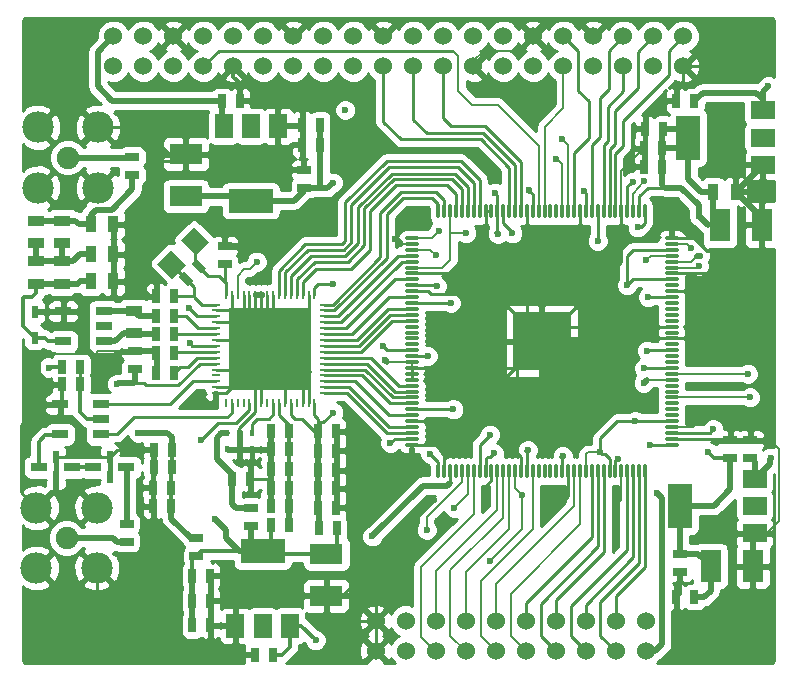
<source format=gtl>
G04 #@! TF.FileFunction,Copper,L1,Top,Signal*
%FSLAX46Y46*%
G04 Gerber Fmt 4.6, Leading zero omitted, Abs format (unit mm)*
G04 Created by KiCad (PCBNEW 4.0.6) date 11/29/17 18:48:54*
%MOMM*%
%LPD*%
G01*
G04 APERTURE LIST*
%ADD10C,0.100000*%
%ADD11C,0.500000*%
%ADD12O,1.200000X0.280000*%
%ADD13O,0.280000X1.200000*%
%ADD14C,4.000000*%
%ADD15R,5.000000X5.000000*%
%ADD16C,3.000000*%
%ADD17R,2.500000X2.500000*%
%ADD18R,0.800000X0.250000*%
%ADD19R,0.250000X0.800000*%
%ADD20R,7.000000X7.000000*%
%ADD21R,1.143000X0.635000*%
%ADD22R,0.635000X1.143000*%
%ADD23R,1.778000X2.794000*%
%ADD24R,2.794000X1.778000*%
%ADD25R,0.889000X1.397000*%
%ADD26R,1.397000X0.889000*%
%ADD27C,1.524000*%
%ADD28R,0.599440X1.000760*%
%ADD29R,1.400000X0.800000*%
%ADD30R,0.600000X1.100000*%
%ADD31R,2.000000X1.500000*%
%ADD32R,2.000000X3.800000*%
%ADD33R,1.500000X2.000000*%
%ADD34R,3.800000X2.000000*%
%ADD35R,1.400000X0.760000*%
%ADD36R,0.425000X0.625000*%
%ADD37C,1.905000*%
%ADD38C,2.667000*%
%ADD39C,5.300000*%
%ADD40C,0.600000*%
%ADD41C,0.200000*%
%ADD42C,0.350000*%
%ADD43C,0.250000*%
%ADD44C,0.500000*%
%ADD45C,0.254000*%
G04 APERTURE END LIST*
D10*
D11*
X136120000Y-97560000D03*
X134620000Y-100560000D03*
X134620000Y-99060000D03*
X133120000Y-99060000D03*
X136120000Y-99060000D03*
X133120000Y-97560000D03*
X134620000Y-97560000D03*
D12*
X145620000Y-107810000D03*
X145620000Y-107310000D03*
X145620000Y-106810000D03*
X145620000Y-106310000D03*
X145620000Y-105810000D03*
X145620000Y-105310000D03*
X145620000Y-104810000D03*
X145620000Y-104310000D03*
X145620000Y-103810000D03*
X145620000Y-103310000D03*
X145620000Y-102810000D03*
X145620000Y-102310000D03*
X145620000Y-101810000D03*
X145620000Y-101310000D03*
X145620000Y-100810000D03*
X145620000Y-100310000D03*
X145620000Y-99810000D03*
X145620000Y-99310000D03*
X145620000Y-98810000D03*
X145620000Y-98310000D03*
X145620000Y-97810000D03*
X145620000Y-97310000D03*
X145620000Y-96810000D03*
X145620000Y-96310000D03*
X145620000Y-95810000D03*
X145620000Y-95310000D03*
X145620000Y-94810000D03*
X145620000Y-94310000D03*
X145620000Y-93810000D03*
X145620000Y-93310000D03*
X145620000Y-92810000D03*
X145620000Y-92310000D03*
X145620000Y-91810000D03*
X145620000Y-91310000D03*
X145620000Y-90810000D03*
X145620000Y-90310000D03*
D13*
X143370000Y-88060000D03*
X142870000Y-88060000D03*
X142370000Y-88060000D03*
X141870000Y-88060000D03*
X141370000Y-88060000D03*
X140870000Y-88060000D03*
X140370000Y-88060000D03*
X139870000Y-88060000D03*
X139370000Y-88060000D03*
X138870000Y-88060000D03*
X138370000Y-88060000D03*
X137870000Y-88060000D03*
X137370000Y-88060000D03*
X136870000Y-88060000D03*
X136370000Y-88060000D03*
X135870000Y-88060000D03*
X135370000Y-88060000D03*
X134870000Y-88060000D03*
X134370000Y-88060000D03*
X133870000Y-88060000D03*
X133370000Y-88060000D03*
X132870000Y-88060000D03*
X132370000Y-88060000D03*
X131870000Y-88060000D03*
X131370000Y-88060000D03*
X130870000Y-88060000D03*
X130370000Y-88060000D03*
X129870000Y-88060000D03*
X129370000Y-88060000D03*
X128870000Y-88060000D03*
X128370000Y-88060000D03*
X127870000Y-88060000D03*
X127370000Y-88060000D03*
X126870000Y-88060000D03*
X126370000Y-88060000D03*
X125870000Y-88060000D03*
D12*
X123620000Y-90310000D03*
X123620000Y-90810000D03*
X123620000Y-91310000D03*
X123620000Y-91810000D03*
X123620000Y-92310000D03*
X123620000Y-92810000D03*
X123620000Y-93310000D03*
X123620000Y-93810000D03*
X123620000Y-94310000D03*
X123620000Y-94810000D03*
X123620000Y-95310000D03*
X123620000Y-95810000D03*
X123620000Y-96310000D03*
X123620000Y-96810000D03*
X123620000Y-97310000D03*
X123620000Y-97810000D03*
X123620000Y-98310000D03*
X123620000Y-98810000D03*
X123620000Y-99310000D03*
X123620000Y-99810000D03*
X123620000Y-100310000D03*
X123620000Y-100810000D03*
X123620000Y-101310000D03*
X123620000Y-101810000D03*
X123620000Y-102310000D03*
X123620000Y-102810000D03*
X123620000Y-103310000D03*
X123620000Y-103810000D03*
X123620000Y-104310000D03*
X123620000Y-104810000D03*
X123620000Y-105310000D03*
X123620000Y-105810000D03*
X123620000Y-106310000D03*
X123620000Y-106810000D03*
X123620000Y-107310000D03*
X123620000Y-107810000D03*
D13*
X125870000Y-110060000D03*
X126370000Y-110060000D03*
X126870000Y-110060000D03*
X127370000Y-110060000D03*
X127870000Y-110060000D03*
X128370000Y-110060000D03*
X128870000Y-110060000D03*
X129370000Y-110060000D03*
X129870000Y-110060000D03*
X130370000Y-110060000D03*
X130870000Y-110060000D03*
X131370000Y-110060000D03*
X131870000Y-110060000D03*
X132370000Y-110060000D03*
X132870000Y-110060000D03*
X133370000Y-110060000D03*
X133870000Y-110060000D03*
X134370000Y-110060000D03*
X134870000Y-110060000D03*
X135370000Y-110060000D03*
X135870000Y-110060000D03*
X136370000Y-110060000D03*
X136870000Y-110060000D03*
X137370000Y-110060000D03*
X137870000Y-110060000D03*
X138370000Y-110060000D03*
X138870000Y-110060000D03*
X139370000Y-110060000D03*
X139870000Y-110060000D03*
X140370000Y-110060000D03*
X140870000Y-110060000D03*
X141370000Y-110060000D03*
X141870000Y-110060000D03*
X142370000Y-110060000D03*
X142870000Y-110060000D03*
X143370000Y-110060000D03*
D14*
X136720000Y-101160000D03*
D15*
X134620000Y-99060000D03*
D11*
X133120000Y-100560000D03*
D16*
X113633000Y-101695000D03*
D11*
X108633000Y-102695000D03*
X110133000Y-102695000D03*
X108633000Y-101195000D03*
X110133000Y-101195000D03*
X108633000Y-96695000D03*
X108633000Y-98195000D03*
X114633000Y-98195000D03*
X114633000Y-96695000D03*
X113133000Y-96695000D03*
X113133000Y-98195000D03*
X110133000Y-98195000D03*
X110133000Y-96695000D03*
X111633000Y-96695000D03*
X111633000Y-98195000D03*
X111633000Y-102695000D03*
X111633000Y-101195000D03*
X114633000Y-99695000D03*
X113133000Y-99695000D03*
X108633000Y-99695000D03*
X110133000Y-99695000D03*
D17*
X109883000Y-101445000D03*
X109883000Y-97945000D03*
X113383000Y-97945000D03*
D18*
X116233000Y-103445000D03*
X116233000Y-102945000D03*
X116233000Y-102445000D03*
X116233000Y-101945000D03*
X116233000Y-101445000D03*
X116233000Y-100945000D03*
X116233000Y-100445000D03*
X116233000Y-99945000D03*
X116233000Y-99445000D03*
X116233000Y-98945000D03*
X116233000Y-98445000D03*
X116233000Y-97945000D03*
X116233000Y-97445000D03*
X116233000Y-96945000D03*
X116233000Y-96445000D03*
X116233000Y-95945000D03*
D19*
X115383000Y-95095000D03*
X114883000Y-95095000D03*
X114383000Y-95095000D03*
X113883000Y-95095000D03*
X113383000Y-95095000D03*
X112883000Y-95095000D03*
X112383000Y-95095000D03*
X111883000Y-95095000D03*
X111383000Y-95095000D03*
X110883000Y-95095000D03*
X110383000Y-95095000D03*
X109883000Y-95095000D03*
X109383000Y-95095000D03*
X108883000Y-95095000D03*
X108383000Y-95095000D03*
X107883000Y-95095000D03*
D18*
X107033000Y-95945000D03*
X107033000Y-96445000D03*
X107033000Y-96945000D03*
X107033000Y-97445000D03*
X107033000Y-97945000D03*
X107033000Y-98445000D03*
X107033000Y-98945000D03*
X107033000Y-99445000D03*
X107033000Y-99945000D03*
X107033000Y-100445000D03*
X107033000Y-100945000D03*
X107033000Y-101445000D03*
X107033000Y-101945000D03*
X107033000Y-102445000D03*
X107033000Y-102945000D03*
X107033000Y-103445000D03*
D19*
X107883000Y-104295000D03*
X108383000Y-104295000D03*
X108883000Y-104295000D03*
X109383000Y-104295000D03*
X109883000Y-104295000D03*
X110383000Y-104295000D03*
X110883000Y-104295000D03*
X111383000Y-104295000D03*
X111883000Y-104295000D03*
X112383000Y-104295000D03*
X112883000Y-104295000D03*
X113383000Y-104295000D03*
X113883000Y-104295000D03*
X114383000Y-104295000D03*
X114883000Y-104295000D03*
X115383000Y-104295000D03*
D20*
X111633000Y-99695000D03*
D17*
X113383000Y-101445000D03*
D11*
X111633000Y-99695000D03*
D21*
X152300000Y-108962000D03*
X152300000Y-107438000D03*
D22*
X111862000Y-125600000D03*
X110338000Y-125600000D03*
X107538000Y-78700000D03*
X109062000Y-78700000D03*
X147562000Y-120700000D03*
X146038000Y-120700000D03*
X105038000Y-118900000D03*
X106562000Y-118900000D03*
D21*
X114500000Y-86062000D03*
X114500000Y-84538000D03*
X150600000Y-108962000D03*
X150600000Y-107438000D03*
D22*
X105038000Y-121000000D03*
X106562000Y-121000000D03*
X115862000Y-80700000D03*
X114338000Y-80700000D03*
D21*
X146300000Y-117038000D03*
X146300000Y-118562000D03*
D22*
X105038000Y-123100000D03*
X106562000Y-123100000D03*
X115862000Y-82400000D03*
X114338000Y-82400000D03*
D23*
X148922000Y-118100000D03*
X152478000Y-118100000D03*
D24*
X116400000Y-117022000D03*
X116400000Y-120578000D03*
X104500000Y-86778000D03*
X104500000Y-83222000D03*
D22*
X147562000Y-78700000D03*
X146038000Y-78700000D03*
X144902000Y-81060000D03*
X143378000Y-81060000D03*
X144842000Y-84260000D03*
X143318000Y-84260000D03*
X144822000Y-82690000D03*
X143298000Y-82690000D03*
D23*
X149722000Y-89200000D03*
X153278000Y-89200000D03*
D21*
X99949000Y-84963000D03*
X99949000Y-83439000D03*
X99490000Y-114498000D03*
X99490000Y-116022000D03*
D25*
X96456500Y-89154000D03*
X98361500Y-89154000D03*
D26*
X91821000Y-90741500D03*
X91821000Y-88836500D03*
D25*
X96456500Y-91694000D03*
X98361500Y-91694000D03*
D26*
X91821000Y-94170500D03*
X91821000Y-92265500D03*
D25*
X96456500Y-93980000D03*
X98361500Y-93980000D03*
D10*
G36*
X103347762Y-93759031D02*
X102074969Y-92486238D01*
X103206340Y-91354867D01*
X104479133Y-92627660D01*
X103347762Y-93759031D01*
X103347762Y-93759031D01*
G37*
G36*
X105327660Y-91779133D02*
X104054867Y-90506340D01*
X105186238Y-89374969D01*
X106459031Y-90647762D01*
X105327660Y-91779133D01*
X105327660Y-91779133D01*
G37*
D22*
X101981000Y-101727000D03*
X103505000Y-101727000D03*
D10*
G36*
X104669790Y-94385433D02*
X103861567Y-93577210D01*
X104310580Y-93128197D01*
X105118803Y-93936420D01*
X104669790Y-94385433D01*
X104669790Y-94385433D01*
G37*
G36*
X105747420Y-93307803D02*
X104939197Y-92499580D01*
X105388210Y-92050567D01*
X106196433Y-92858790D01*
X105747420Y-93307803D01*
X105747420Y-93307803D01*
G37*
D21*
X107790000Y-90998000D03*
X107790000Y-92522000D03*
D22*
X101981000Y-95250000D03*
X103505000Y-95250000D03*
D26*
X100076000Y-98361500D03*
X100076000Y-96456500D03*
D22*
X95562000Y-102700000D03*
X94038000Y-102700000D03*
X103505000Y-98425000D03*
X101981000Y-98425000D03*
X103505000Y-96901000D03*
X101981000Y-96901000D03*
X115697000Y-106680000D03*
X117221000Y-106680000D03*
X113201000Y-111506000D03*
X111677000Y-111506000D03*
X103292000Y-108220000D03*
X101768000Y-108220000D03*
X115697000Y-108331000D03*
X117221000Y-108331000D03*
X113201000Y-109855000D03*
X111677000Y-109855000D03*
X103292000Y-109710000D03*
X101768000Y-109710000D03*
X115697000Y-109982000D03*
X117221000Y-109982000D03*
X113201000Y-108204000D03*
X111677000Y-108204000D03*
D21*
X100170000Y-101402000D03*
X100170000Y-99878000D03*
D22*
X115697000Y-111506000D03*
X117221000Y-111506000D03*
X113201000Y-106680000D03*
X111677000Y-106680000D03*
X103212000Y-111460000D03*
X101688000Y-111460000D03*
X115697000Y-113157000D03*
X117221000Y-113157000D03*
X113201000Y-113030000D03*
X111677000Y-113030000D03*
X103252000Y-113000000D03*
X101728000Y-113000000D03*
X109938000Y-110671000D03*
X108414000Y-110671000D03*
D27*
X143430000Y-122730000D03*
X143430000Y-125270000D03*
X140890000Y-122730000D03*
X140890000Y-125270000D03*
X138350000Y-122730000D03*
X138350000Y-125270000D03*
X135810000Y-122730000D03*
X135810000Y-125270000D03*
X133270000Y-122730000D03*
X133270000Y-125270000D03*
X130730000Y-122730000D03*
X130730000Y-125270000D03*
X128190000Y-122730000D03*
X128190000Y-125270000D03*
X125650000Y-122730000D03*
X125650000Y-125270000D03*
X123110000Y-122730000D03*
X123110000Y-125270000D03*
X120570000Y-122730000D03*
X120570000Y-125270000D03*
D28*
X91694000Y-96563180D03*
X91694000Y-98762820D03*
D29*
X99469063Y-109727937D03*
D30*
X98044063Y-108877937D03*
X98044063Y-110577938D03*
D29*
X96619062Y-109727937D03*
X94897063Y-109727937D03*
D30*
X93472063Y-108877937D03*
X93472063Y-110577938D03*
D29*
X92047062Y-109727937D03*
D22*
X94038000Y-101200000D03*
X95562000Y-101200000D03*
X115738000Y-114900000D03*
X117262000Y-114900000D03*
X113262000Y-114600000D03*
X111738000Y-114600000D03*
D21*
X105400000Y-115738000D03*
X105400000Y-117262000D03*
X110000000Y-113138000D03*
X110000000Y-114662000D03*
D31*
X152650063Y-115300063D03*
X152650063Y-113000063D03*
X152650063Y-110700062D03*
D32*
X146350062Y-113000063D03*
D33*
X108699937Y-123150063D03*
X110999937Y-123150063D03*
X113299938Y-123150063D03*
D34*
X110999937Y-116850062D03*
D33*
X112300063Y-80849937D03*
X110000063Y-80849937D03*
X107700062Y-80849937D03*
D34*
X110000063Y-87149938D03*
D31*
X153350063Y-84100063D03*
X153350063Y-81800063D03*
X153350063Y-79500062D03*
D32*
X147050062Y-81800063D03*
D26*
X94000000Y-88847500D03*
X94000000Y-90752500D03*
X93980000Y-92265500D03*
X93980000Y-94170500D03*
D25*
X151052500Y-86400000D03*
X149147500Y-86400000D03*
D22*
X103505000Y-100076000D03*
X101981000Y-100076000D03*
D35*
X93853000Y-104394000D03*
X93853000Y-106934000D03*
X97283000Y-106934000D03*
X97283000Y-105664000D03*
X97283000Y-104394000D03*
X94107000Y-96520000D03*
X94107000Y-99060000D03*
X97537000Y-99060000D03*
X97537000Y-97790000D03*
X97537000Y-96520000D03*
D36*
X108000000Y-108200000D03*
X109040000Y-108200000D03*
X110080000Y-108200000D03*
X110080000Y-106800000D03*
X109040000Y-106800000D03*
X108000000Y-106800000D03*
D37*
X94500000Y-83500000D03*
D38*
X97049900Y-86049900D03*
X91950100Y-86049900D03*
X91950100Y-80950100D03*
X97049900Y-80950100D03*
D37*
X94400000Y-115700000D03*
D38*
X96949900Y-118249900D03*
X91850100Y-118249900D03*
X91850100Y-113150100D03*
X96949900Y-113150100D03*
D39*
X93500000Y-74500000D03*
X93500000Y-123500000D03*
X151500000Y-74500000D03*
X151500000Y-123500000D03*
D27*
X98370000Y-75770000D03*
X98370000Y-73230000D03*
X100910000Y-75770000D03*
X100910000Y-73230000D03*
X103450000Y-75770000D03*
X103450000Y-73230000D03*
X105990000Y-75770000D03*
X105990000Y-73230000D03*
X108530000Y-75770000D03*
X108530000Y-73230000D03*
X111070000Y-75770000D03*
X111070000Y-73230000D03*
X113610000Y-75770000D03*
X113610000Y-73230000D03*
X116150000Y-75770000D03*
X116150000Y-73230000D03*
X118690000Y-75770000D03*
X118690000Y-73230000D03*
X121230000Y-75770000D03*
X121230000Y-73230000D03*
X123770000Y-75770000D03*
X123770000Y-73230000D03*
X126310000Y-75770000D03*
X126310000Y-73230000D03*
X128850000Y-75770000D03*
X128850000Y-73230000D03*
X131390000Y-75770000D03*
X131390000Y-73230000D03*
X133930000Y-75770000D03*
X133930000Y-73230000D03*
X136470000Y-75770000D03*
X136470000Y-73230000D03*
X139010000Y-75770000D03*
X139010000Y-73230000D03*
X141550000Y-75770000D03*
X141550000Y-73230000D03*
X144090000Y-75770000D03*
X144090000Y-73230000D03*
X146630000Y-75770000D03*
X146630000Y-73230000D03*
D40*
X140462000Y-92202000D03*
X121390000Y-100650000D03*
X122230000Y-90380000D03*
X147750000Y-95840000D03*
X140920000Y-112890000D03*
X109320000Y-91060000D03*
X125470000Y-112460000D03*
X152340000Y-105310000D03*
X119080000Y-110650000D03*
X147860000Y-98790000D03*
X136210000Y-112810000D03*
X129850000Y-112880000D03*
X142748000Y-89408000D03*
X147270000Y-91170000D03*
X125660000Y-91760000D03*
X121810000Y-107670000D03*
X125170000Y-108590000D03*
X149150000Y-106500000D03*
X143780000Y-107810000D03*
X125940000Y-89720000D03*
X124900000Y-115025000D03*
X143490000Y-92180000D03*
X143330000Y-85460000D03*
X143250000Y-102570000D03*
X147920000Y-92660000D03*
X135880000Y-83580000D03*
X136320000Y-81920000D03*
X148000000Y-91790000D03*
X152090000Y-101810000D03*
X143280000Y-101340000D03*
X127200000Y-113175000D03*
X110500000Y-92325000D03*
X120290000Y-115570000D03*
X105790000Y-107410000D03*
X117990000Y-79460000D03*
X121220000Y-99430000D03*
X152270000Y-103800000D03*
X116970000Y-105090000D03*
X116960000Y-94220000D03*
X104820000Y-99240000D03*
X104750000Y-96240000D03*
X98650000Y-102660000D03*
X100480000Y-106790000D03*
X130225000Y-117625000D03*
X116920000Y-85620000D03*
X132930000Y-112050000D03*
X136400000Y-108800000D03*
X130580000Y-108550000D03*
X141050000Y-108980000D03*
X144430000Y-111940000D03*
X138210000Y-86340000D03*
X142330000Y-85570000D03*
X133550000Y-86280000D03*
X143560000Y-99840000D03*
X143620000Y-95320000D03*
X130910000Y-89980000D03*
X130670000Y-86470000D03*
X125770000Y-94390000D03*
X124960000Y-100300000D03*
X154000000Y-108910000D03*
X115480000Y-124360000D03*
X153825000Y-77450000D03*
X148710000Y-108430000D03*
X147940000Y-88470000D03*
X132150000Y-89900000D03*
X141860000Y-94310000D03*
X139590000Y-108450000D03*
X130250000Y-106950000D03*
X142550000Y-105810000D03*
X133450000Y-108270000D03*
X127140000Y-104810000D03*
X126950000Y-95820000D03*
X139360000Y-90550000D03*
X128230000Y-89900000D03*
X106950000Y-114110000D03*
X92875000Y-101275000D03*
D41*
X152650063Y-115300063D02*
X153699937Y-115300063D01*
X153699937Y-115300063D02*
X154725000Y-114275000D01*
X154725000Y-114275000D02*
X154725000Y-108150000D01*
X154725000Y-108150000D02*
X154013000Y-107438000D01*
X154013000Y-107438000D02*
X152300000Y-107438000D01*
D42*
X111677000Y-106680000D02*
X111677000Y-108204000D01*
D41*
X111677000Y-108204000D02*
X111673000Y-108200000D01*
X111673000Y-108200000D02*
X110080000Y-108200000D01*
X141370000Y-88060000D02*
X141370000Y-84618000D01*
X141370000Y-84618000D02*
X143298000Y-82690000D01*
X128850000Y-75770000D02*
X128850000Y-75350000D01*
X128850000Y-75350000D02*
X129700000Y-74500000D01*
X129700000Y-74500000D02*
X132660000Y-74500000D01*
X132660000Y-74500000D02*
X133930000Y-73230000D01*
X100170000Y-99878000D02*
X97072000Y-99878000D01*
X93100000Y-102700000D02*
X94000000Y-102700000D01*
X92150000Y-101750000D02*
X93100000Y-102700000D01*
X92150000Y-100650000D02*
X92150000Y-101750000D01*
X92700000Y-100100000D02*
X92150000Y-100650000D01*
X96850000Y-100100000D02*
X92700000Y-100100000D01*
X97072000Y-99878000D02*
X96850000Y-100100000D01*
D42*
X108530000Y-75770000D02*
X108530000Y-76680000D01*
X109062000Y-77212000D02*
X109062000Y-78700000D01*
X108530000Y-76680000D02*
X109062000Y-77212000D01*
D41*
X140462000Y-92202000D02*
X140540000Y-92124000D01*
X140540000Y-92124000D02*
X140540000Y-92060000D01*
D42*
X111677000Y-109855000D02*
X111677000Y-108204000D01*
D43*
X109938000Y-110671000D02*
X111511000Y-110671000D01*
X111511000Y-110671000D02*
X111677000Y-110837000D01*
X111677000Y-111506000D02*
X111677000Y-110837000D01*
X111677000Y-110837000D02*
X111677000Y-109855000D01*
X111677000Y-113030000D02*
X111677000Y-111506000D01*
D41*
X123620000Y-100810000D02*
X121550000Y-100810000D01*
D44*
X121550000Y-100810000D02*
X121390000Y-100650000D01*
D41*
X123620000Y-90810000D02*
X122730000Y-90810000D01*
D44*
X122730000Y-90810000D02*
X122300000Y-90380000D01*
X122300000Y-90380000D02*
X122230000Y-90380000D01*
X147750000Y-95840000D02*
X147780000Y-95810000D01*
X147780000Y-95810000D02*
X147780000Y-94810000D01*
D41*
X145620000Y-106310000D02*
X147440000Y-106310000D01*
X150600000Y-106090000D02*
X150600000Y-107438000D01*
X150150000Y-105640000D02*
X150600000Y-106090000D01*
X148110000Y-105640000D02*
X150150000Y-105640000D01*
X147440000Y-106310000D02*
X148110000Y-105640000D01*
X123620000Y-101310000D02*
X123620000Y-100810000D01*
X132870000Y-100810000D02*
X134620000Y-99060000D01*
D43*
X123620000Y-94810000D02*
X125000000Y-94810000D01*
X125280000Y-95090000D02*
X130460000Y-95090000D01*
X125000000Y-94810000D02*
X125280000Y-95090000D01*
D41*
X141370000Y-110060000D02*
X141370000Y-112530000D01*
X141010000Y-112890000D02*
X140920000Y-112890000D01*
X141370000Y-112530000D02*
X141010000Y-112890000D01*
D44*
X109320000Y-91060000D02*
X109258000Y-90998000D01*
X109258000Y-90998000D02*
X107790000Y-90998000D01*
X100170000Y-99878000D02*
X101783000Y-99878000D01*
D41*
X101783000Y-99878000D02*
X101981000Y-100076000D01*
D43*
X107033000Y-98945000D02*
X110883000Y-98945000D01*
X110883000Y-98945000D02*
X111633000Y-99695000D01*
X114883000Y-95095000D02*
X114883000Y-96445000D01*
X114883000Y-96445000D02*
X113383000Y-97945000D01*
X107033000Y-96445000D02*
X108383000Y-96445000D01*
X108383000Y-96445000D02*
X108633000Y-96695000D01*
X108383000Y-95095000D02*
X108383000Y-96445000D01*
X108383000Y-96445000D02*
X108633000Y-96695000D01*
X109383000Y-95095000D02*
X109383000Y-97445000D01*
X109383000Y-97445000D02*
X109883000Y-97945000D01*
X109883000Y-95095000D02*
X109883000Y-96445000D01*
X109883000Y-96445000D02*
X110133000Y-96695000D01*
X110383000Y-95095000D02*
X110383000Y-98445000D01*
X110383000Y-98445000D02*
X111633000Y-99695000D01*
X110883000Y-95095000D02*
X110883000Y-98945000D01*
X110883000Y-98945000D02*
X111633000Y-99695000D01*
X111383000Y-95095000D02*
X111383000Y-96445000D01*
X111383000Y-96445000D02*
X111633000Y-96695000D01*
X111883000Y-95095000D02*
X111883000Y-96445000D01*
X111883000Y-96445000D02*
X111633000Y-96695000D01*
X114883000Y-104295000D02*
X114883000Y-102945000D01*
X114883000Y-102945000D02*
X113633000Y-101695000D01*
X114383000Y-104295000D02*
X114383000Y-102445000D01*
X114383000Y-102445000D02*
X113633000Y-101695000D01*
X112883000Y-104295000D02*
X112883000Y-102445000D01*
X112883000Y-102445000D02*
X113633000Y-101695000D01*
X110883000Y-104295000D02*
X110883000Y-100445000D01*
X110883000Y-100445000D02*
X111633000Y-99695000D01*
X107033000Y-103445000D02*
X107883000Y-103445000D01*
X107883000Y-103445000D02*
X108633000Y-102695000D01*
X107033000Y-102945000D02*
X108383000Y-102945000D01*
X108383000Y-102945000D02*
X108633000Y-102695000D01*
X107033000Y-101445000D02*
X108383000Y-101445000D01*
X108383000Y-101445000D02*
X108633000Y-101195000D01*
X107033000Y-97445000D02*
X109383000Y-97445000D01*
X109383000Y-97445000D02*
X110133000Y-98195000D01*
X123620000Y-107810000D02*
X126170000Y-107810000D01*
X126170000Y-107810000D02*
X126370000Y-107610000D01*
X146630000Y-75770000D02*
X146630000Y-77010000D01*
X146630000Y-77010000D02*
X146038000Y-77602000D01*
X101688000Y-111460000D02*
X101688000Y-112960000D01*
X101688000Y-112960000D02*
X101728000Y-113000000D01*
X101768000Y-109710000D02*
X101768000Y-111380000D01*
X101768000Y-111380000D02*
X101688000Y-111460000D01*
X101768000Y-108220000D02*
X101768000Y-109710000D01*
X101768000Y-108220000D02*
X98702000Y-108220000D01*
X98702000Y-108220000D02*
X98044063Y-108877937D01*
X120570000Y-117360000D02*
X120570000Y-122730000D01*
X125470000Y-112460000D02*
X120570000Y-117360000D01*
X133930000Y-73230000D02*
X133930000Y-72770000D01*
X133930000Y-72770000D02*
X135040000Y-71660000D01*
X135040000Y-71660000D02*
X137440000Y-71660000D01*
X137440000Y-71660000D02*
X139010000Y-73230000D01*
X146630000Y-75770000D02*
X150230000Y-75770000D01*
X150230000Y-75770000D02*
X151500000Y-74500000D01*
X152650063Y-115300063D02*
X151329937Y-115300063D01*
X150620000Y-116010000D02*
X150620000Y-122620000D01*
X151329937Y-115300063D02*
X150620000Y-116010000D01*
X150620000Y-122620000D02*
X151500000Y-123500000D01*
X146038000Y-120700000D02*
X146038000Y-122298000D01*
X147240000Y-123500000D02*
X151500000Y-123500000D01*
X146038000Y-122298000D02*
X147240000Y-123500000D01*
X152478000Y-118100000D02*
X152478000Y-122522000D01*
X152478000Y-122522000D02*
X151500000Y-123500000D01*
X152340000Y-105310000D02*
X152300000Y-105350000D01*
X152300000Y-105350000D02*
X152300000Y-107438000D01*
X101981000Y-100076000D02*
X101981000Y-101727000D01*
X101981000Y-95250000D02*
X101470000Y-95250000D01*
X101470000Y-95250000D02*
X100200000Y-93980000D01*
X100200000Y-93980000D02*
X98361500Y-93980000D01*
X118412000Y-109982000D02*
X117221000Y-109982000D01*
X119080000Y-110650000D02*
X118412000Y-109982000D01*
X118647000Y-113157000D02*
X117221000Y-113157000D01*
X119280000Y-113790000D02*
X118647000Y-113157000D01*
X93853000Y-104394000D02*
X92266000Y-104394000D01*
X90500000Y-111800000D02*
X91850100Y-113150100D01*
X90500000Y-106160000D02*
X90500000Y-111800000D01*
X92266000Y-104394000D02*
X90500000Y-106160000D01*
D42*
X98044063Y-108877937D02*
X98044063Y-110577938D01*
X93472063Y-108877937D02*
X93472063Y-110577938D01*
D43*
X93472063Y-110577938D02*
X93472063Y-111528137D01*
X93472063Y-111528137D02*
X91850100Y-113150100D01*
X96949900Y-118249900D02*
X96949900Y-120819900D01*
X96949900Y-120819900D02*
X101520000Y-125390000D01*
X101520000Y-125390000D02*
X106200000Y-125390000D01*
X106200000Y-125390000D02*
X106562000Y-125028000D01*
X145620000Y-98810000D02*
X147840000Y-98810000D01*
D44*
X147840000Y-98810000D02*
X147860000Y-98790000D01*
D43*
X104500000Y-83222000D02*
X111378000Y-83222000D01*
X112300063Y-82299937D02*
X112300063Y-80849937D01*
X111378000Y-83222000D02*
X112300063Y-82299937D01*
X104500000Y-83222000D02*
X103092000Y-83222000D01*
X100820100Y-80950100D02*
X97049900Y-80950100D01*
X103092000Y-83222000D02*
X100820100Y-80950100D01*
X98361500Y-89154000D02*
X99856000Y-89154000D01*
X102580000Y-83750000D02*
X103972000Y-83750000D01*
X102130000Y-84200000D02*
X102580000Y-83750000D01*
X102130000Y-85450000D02*
X102130000Y-84200000D01*
X100990000Y-86590000D02*
X102130000Y-85450000D01*
X100990000Y-88020000D02*
X100990000Y-86590000D01*
X99856000Y-89154000D02*
X100340000Y-88670000D01*
X100340000Y-88670000D02*
X100990000Y-88020000D01*
X103972000Y-83750000D02*
X104500000Y-83222000D01*
X129870000Y-88060000D02*
X129870000Y-90510000D01*
X129870000Y-90510000D02*
X129870000Y-94310000D01*
X129870000Y-94310000D02*
X134620000Y-99060000D01*
X129870000Y-88060000D02*
X130370000Y-88060000D01*
X133370000Y-88060000D02*
X133370000Y-97810000D01*
X133370000Y-97810000D02*
X134620000Y-99060000D01*
X137870000Y-88060000D02*
X137870000Y-95810000D01*
X137870000Y-95810000D02*
X134620000Y-99060000D01*
X141370000Y-88060000D02*
X141370000Y-92310000D01*
X141370000Y-92310000D02*
X134620000Y-99060000D01*
X145620000Y-97810000D02*
X135870000Y-97810000D01*
X135870000Y-97810000D02*
X134620000Y-99060000D01*
X145620000Y-98810000D02*
X134870000Y-98810000D01*
X134870000Y-98810000D02*
X134620000Y-99060000D01*
X136870000Y-110060000D02*
X136870000Y-112150000D01*
X136870000Y-112150000D02*
X136210000Y-112810000D01*
X132870000Y-110060000D02*
X132870000Y-108850000D01*
X132530000Y-108510000D02*
X132530000Y-101150000D01*
X132870000Y-108850000D02*
X132530000Y-108510000D01*
X132530000Y-101150000D02*
X134620000Y-99060000D01*
X130370000Y-110060000D02*
X130370000Y-110830000D01*
X129850000Y-111350000D02*
X129850000Y-112880000D01*
X130370000Y-110830000D02*
X129850000Y-111350000D01*
X126370000Y-110060000D02*
X126370000Y-107610000D01*
X126370000Y-107610000D02*
X126370000Y-105950000D01*
X126370000Y-105950000D02*
X126230000Y-105810000D01*
X123620000Y-105810000D02*
X126230000Y-105810000D01*
X126230000Y-105810000D02*
X127870000Y-105810000D01*
X127870000Y-105810000D02*
X134620000Y-99060000D01*
X123620000Y-93310000D02*
X128870000Y-93310000D01*
X128870000Y-93310000D02*
X134620000Y-99060000D01*
X123620000Y-101310000D02*
X132370000Y-101310000D01*
X132370000Y-101310000D02*
X134620000Y-99060000D01*
X123620000Y-101810000D02*
X123620000Y-101310000D01*
X123620000Y-102310000D02*
X123620000Y-101810000D01*
X145620000Y-90310000D02*
X147530000Y-90310000D01*
X148620000Y-91400000D02*
X153278000Y-91400000D01*
X147530000Y-90310000D02*
X148620000Y-91400000D01*
X145620000Y-93310000D02*
X152580000Y-93310000D01*
X152600000Y-93290000D02*
X152600000Y-93310000D01*
X152580000Y-93310000D02*
X152600000Y-93290000D01*
X145620000Y-94810000D02*
X147780000Y-94810000D01*
X153278000Y-92632000D02*
X153278000Y-91400000D01*
X152600000Y-93310000D02*
X153278000Y-92632000D01*
X145620000Y-107310000D02*
X150472000Y-107310000D01*
X150472000Y-107310000D02*
X150600000Y-107438000D01*
X120570000Y-125270000D02*
X120570000Y-122730000D01*
X114338000Y-82400000D02*
X114338000Y-84376000D01*
X114338000Y-84376000D02*
X114500000Y-84538000D01*
X114338000Y-80700000D02*
X114338000Y-82400000D01*
D44*
X112300063Y-80849937D02*
X114188063Y-80849937D01*
D43*
X114188063Y-80849937D02*
X114338000Y-80700000D01*
X109062000Y-78700000D02*
X112200000Y-78700000D01*
X112400000Y-78900000D02*
X112400000Y-80750000D01*
X112200000Y-78700000D02*
X112400000Y-78900000D01*
X112400000Y-80750000D02*
X112300063Y-80849937D01*
X150600000Y-107438000D02*
X152300000Y-107438000D01*
D44*
X152478000Y-118100000D02*
X152478000Y-115472126D01*
D43*
X152478000Y-115472126D02*
X152650063Y-115300063D01*
X146300000Y-118562000D02*
X146300000Y-120438000D01*
X146300000Y-120438000D02*
X146038000Y-120700000D01*
X110383000Y-104295000D02*
X110383000Y-101945000D01*
X110383000Y-101945000D02*
X109883000Y-101445000D01*
X110080000Y-108200000D02*
X110080000Y-109020000D01*
X109938000Y-109162000D02*
X109938000Y-110671000D01*
X110080000Y-109020000D02*
X109938000Y-109162000D01*
X110383000Y-104295000D02*
X110383000Y-105017000D01*
X109040000Y-106360000D02*
X109040000Y-106800000D01*
X110383000Y-105017000D02*
X109040000Y-106360000D01*
X109040000Y-108200000D02*
X109040000Y-106800000D01*
X108000000Y-108200000D02*
X109040000Y-108200000D01*
X110080000Y-108200000D02*
X109040000Y-108200000D01*
X93472063Y-108877937D02*
X98044063Y-108877937D01*
X120570000Y-122730000D02*
X116930000Y-122730000D01*
X116930000Y-122730000D02*
X116400000Y-122200000D01*
X106562000Y-118900000D02*
X106562000Y-121000000D01*
D42*
X94038000Y-102700000D02*
X94038000Y-104209000D01*
D43*
X94038000Y-104209000D02*
X93853000Y-104394000D01*
X94107000Y-96520000D02*
X94107000Y-95893000D01*
X98400000Y-95100000D02*
X98400000Y-94018500D01*
X98200000Y-95300000D02*
X98400000Y-95100000D01*
X94700000Y-95300000D02*
X98200000Y-95300000D01*
X94107000Y-95893000D02*
X94700000Y-95300000D01*
X98400000Y-94018500D02*
X98361500Y-93980000D01*
X91694000Y-96563180D02*
X94063820Y-96563180D01*
X94063820Y-96563180D02*
X94107000Y-96520000D01*
X98361500Y-91694000D02*
X98361500Y-93980000D01*
X98361500Y-89154000D02*
X98361500Y-91694000D01*
X117221000Y-108331000D02*
X117221000Y-106680000D01*
D42*
X117221000Y-109982000D02*
X117221000Y-108331000D01*
X117221000Y-111506000D02*
X117221000Y-109982000D01*
X117221000Y-113157000D02*
X117221000Y-111506000D01*
D43*
X119280000Y-119010000D02*
X119280000Y-113790000D01*
X110338000Y-125600000D02*
X109400000Y-125600000D01*
X108699937Y-124899937D02*
X108699937Y-123150063D01*
X109400000Y-125600000D02*
X108699937Y-124899937D01*
X108649874Y-123100000D02*
X108699937Y-123150063D01*
X106562000Y-125028000D02*
X106562000Y-123100000D01*
X106562000Y-123100000D02*
X108649874Y-123100000D01*
X106562000Y-121000000D02*
X106562000Y-123100000D01*
X116400000Y-120578000D02*
X117712000Y-120578000D01*
X117712000Y-120578000D02*
X119280000Y-119010000D01*
X116400000Y-122200000D02*
X116400000Y-120578000D01*
X143378000Y-81060000D02*
X143378000Y-79962000D01*
X151052500Y-86400000D02*
X151052500Y-86397626D01*
D44*
X151052500Y-86397626D02*
X153350063Y-84100063D01*
X153278000Y-88625500D02*
X151052500Y-86400000D01*
D43*
X144640000Y-78700000D02*
X146038000Y-78700000D01*
X146038000Y-77602000D02*
X146038000Y-78700000D01*
X143378000Y-79962000D02*
X144640000Y-78700000D01*
X143298000Y-84240000D02*
X143318000Y-84260000D01*
X143298000Y-82690000D02*
X143298000Y-84240000D01*
X143378000Y-81060000D02*
X143378000Y-82610000D01*
X143378000Y-82610000D02*
X143298000Y-82690000D01*
X153278000Y-91400000D02*
X153278000Y-89200000D01*
X153350063Y-84100063D02*
X153350063Y-89127937D01*
X153350063Y-89127937D02*
X153278000Y-89200000D01*
X153278000Y-89200000D02*
X153278000Y-88625500D01*
X143370000Y-88060000D02*
X143370000Y-89040000D01*
X143002000Y-89408000D02*
X142748000Y-89408000D01*
X143370000Y-89040000D02*
X143002000Y-89408000D01*
D41*
X145620000Y-90810000D02*
X146910000Y-90810000D01*
X146910000Y-90810000D02*
X147270000Y-91170000D01*
X123620000Y-91310000D02*
X125210000Y-91310000D01*
X125210000Y-91310000D02*
X125660000Y-91760000D01*
D43*
X123620000Y-107310000D02*
X122170000Y-107310000D01*
X122170000Y-107310000D02*
X121810000Y-107670000D01*
X125870000Y-110060000D02*
X125870000Y-109290000D01*
X125870000Y-109290000D02*
X125170000Y-108590000D01*
X145620000Y-106810000D02*
X148840000Y-106810000D01*
X148840000Y-106810000D02*
X149150000Y-106500000D01*
X145620000Y-107810000D02*
X143780000Y-107810000D01*
D41*
X123620000Y-90310000D02*
X125350000Y-90310000D01*
X125350000Y-90310000D02*
X125940000Y-89720000D01*
D44*
X99949000Y-84963000D02*
X99949000Y-86201000D01*
X99949000Y-86201000D02*
X98230000Y-87920000D01*
X98230000Y-87920000D02*
X96880000Y-87920000D01*
X96880000Y-87920000D02*
X96456500Y-88343500D01*
X96456500Y-88343500D02*
X96456500Y-89154000D01*
X94000000Y-88847500D02*
X91832000Y-88847500D01*
D43*
X91832000Y-88847500D02*
X91821000Y-88836500D01*
D44*
X96456500Y-89154000D02*
X95454000Y-89154000D01*
X95147500Y-88847500D02*
X94000000Y-88847500D01*
X95454000Y-89154000D02*
X95147500Y-88847500D01*
X94500000Y-83500000D02*
X99888000Y-83500000D01*
D43*
X99888000Y-83500000D02*
X99949000Y-83439000D01*
D44*
X99490000Y-114498000D02*
X99490000Y-109748874D01*
D43*
X99490000Y-109748874D02*
X99469063Y-109727937D01*
D44*
X94400000Y-115700000D02*
X98330000Y-115700000D01*
X98330000Y-115700000D02*
X98652000Y-116022000D01*
X98652000Y-116022000D02*
X99490000Y-116022000D01*
X93980000Y-92265500D02*
X94954500Y-92265500D01*
X95526000Y-91694000D02*
X96456500Y-91694000D01*
X94954500Y-92265500D02*
X95526000Y-91694000D01*
X91821000Y-92265500D02*
X93980000Y-92265500D01*
X94000000Y-90752500D02*
X94000000Y-92245500D01*
D43*
X94000000Y-92245500D02*
X93980000Y-92265500D01*
D44*
X91821000Y-90741500D02*
X91821000Y-92265500D01*
D42*
X94107000Y-99060000D02*
X92860000Y-99060000D01*
X92860000Y-99060000D02*
X92562820Y-98762820D01*
X92562820Y-98762820D02*
X91694000Y-98762820D01*
X91821000Y-94170500D02*
X91821000Y-94979000D01*
X90700000Y-97768820D02*
X91694000Y-98762820D01*
X90700000Y-95400000D02*
X90700000Y-97768820D01*
X90800000Y-95300000D02*
X90700000Y-95400000D01*
X91500000Y-95300000D02*
X90800000Y-95300000D01*
X91821000Y-94979000D02*
X91500000Y-95300000D01*
D44*
X93980000Y-94170500D02*
X91821000Y-94170500D01*
X96456500Y-93980000D02*
X95520000Y-93980000D01*
X95329500Y-94170500D02*
X93980000Y-94170500D01*
D43*
X95520000Y-93980000D02*
X95329500Y-94170500D01*
X103505000Y-95250000D02*
X105160000Y-95250000D01*
X105400000Y-95490000D02*
X105400000Y-95500000D01*
X105160000Y-95250000D02*
X105400000Y-95490000D01*
X107033000Y-95945000D02*
X105845000Y-95945000D01*
X105200000Y-94466630D02*
X104490185Y-93756815D01*
X105200000Y-95300000D02*
X105200000Y-94466630D01*
X105845000Y-95945000D02*
X105400000Y-95500000D01*
X105400000Y-95500000D02*
X105200000Y-95300000D01*
X103277051Y-92556949D02*
X103290319Y-92556949D01*
X103290319Y-92556949D02*
X104490185Y-93756815D01*
X107790000Y-92522000D02*
X107790000Y-93990000D01*
X107790000Y-93990000D02*
X107883000Y-94083000D01*
X105256949Y-90577051D02*
X105256949Y-92368319D01*
X105256949Y-92368319D02*
X105567815Y-92679185D01*
X107883000Y-95095000D02*
X107883000Y-94083000D01*
X106388630Y-93500000D02*
X105567815Y-92679185D01*
X107300000Y-93500000D02*
X106388630Y-93500000D01*
X107883000Y-94083000D02*
X107300000Y-93500000D01*
X107033000Y-100445000D02*
X105455000Y-100445000D01*
X104032000Y-101200000D02*
X103505000Y-101727000D01*
X104700000Y-101200000D02*
X104032000Y-101200000D01*
X105455000Y-100445000D02*
X104700000Y-101200000D01*
D44*
X101981000Y-98425000D02*
X100139500Y-98425000D01*
D43*
X100139500Y-98425000D02*
X100076000Y-98361500D01*
D44*
X97537000Y-99060000D02*
X98540000Y-99060000D01*
X98540000Y-99060000D02*
X99238500Y-98361500D01*
X99238500Y-98361500D02*
X100076000Y-98361500D01*
X101981000Y-96901000D02*
X100520500Y-96901000D01*
X100520500Y-96901000D02*
X100076000Y-96456500D01*
X97537000Y-96520000D02*
X100012500Y-96520000D01*
D43*
X100012500Y-96520000D02*
X100076000Y-96456500D01*
X95562000Y-102700000D02*
X95562000Y-101200000D01*
D42*
X97283000Y-105664000D02*
X96164000Y-105664000D01*
X95562000Y-105062000D02*
X95562000Y-102700000D01*
X96164000Y-105664000D02*
X95562000Y-105062000D01*
D44*
X110000000Y-113138000D02*
X108738000Y-113138000D01*
X108414000Y-112814000D02*
X108414000Y-110671000D01*
X108738000Y-113138000D02*
X108414000Y-112814000D01*
X108000000Y-106800000D02*
X107500000Y-106800000D01*
X107500000Y-106800000D02*
X107100000Y-107200000D01*
X107100000Y-107200000D02*
X107100000Y-109000000D01*
X107745000Y-109645000D02*
X108414000Y-110314000D01*
X107100000Y-109000000D02*
X107745000Y-109645000D01*
D43*
X108414000Y-110314000D02*
X108414000Y-110671000D01*
X143370000Y-110060000D02*
X143370000Y-118130000D01*
X140890000Y-120610000D02*
X140890000Y-122730000D01*
X143370000Y-118130000D02*
X140890000Y-120610000D01*
X142870000Y-110060000D02*
X142870000Y-117830000D01*
X139600000Y-123980000D02*
X140890000Y-125270000D01*
X139600000Y-121100000D02*
X139600000Y-123980000D01*
X139800000Y-120900000D02*
X139600000Y-121100000D01*
X142870000Y-117830000D02*
X139800000Y-120900000D01*
X142370000Y-110060000D02*
X142370000Y-117330000D01*
X138350000Y-121350000D02*
X138350000Y-122730000D01*
X142370000Y-117330000D02*
X138350000Y-121350000D01*
X141870000Y-110060000D02*
X141870000Y-116730000D01*
X137100000Y-124020000D02*
X138350000Y-125270000D01*
X137100000Y-121500000D02*
X137100000Y-124020000D01*
X141870000Y-116730000D02*
X137100000Y-121500000D01*
X139870000Y-110060000D02*
X139870000Y-116924000D01*
X135810000Y-120984000D02*
X135810000Y-122730000D01*
X139870000Y-116924000D02*
X135810000Y-120984000D01*
X139370000Y-110060000D02*
X139370000Y-116420000D01*
X134530000Y-123990000D02*
X135810000Y-125270000D01*
X134530000Y-121260000D02*
X134530000Y-123990000D01*
X139370000Y-116420000D02*
X134530000Y-121260000D01*
D41*
X127870000Y-110060000D02*
X127870000Y-110930000D01*
X127870000Y-110930000D02*
X124900000Y-113900000D01*
X124900000Y-113900000D02*
X124900000Y-115025000D01*
X143860000Y-91810000D02*
X143490000Y-92180000D01*
X145620000Y-91810000D02*
X143860000Y-91810000D01*
X142370000Y-86610000D02*
X143330000Y-85460000D01*
X142370000Y-86610000D02*
X142370000Y-88060000D01*
X145620000Y-102310000D02*
X143510000Y-102310000D01*
D44*
X143510000Y-102310000D02*
X143250000Y-102570000D01*
D43*
X131870000Y-88060000D02*
X131870000Y-84350000D01*
X121230000Y-80470000D02*
X121230000Y-75770000D01*
X122710000Y-81950000D02*
X121230000Y-80470000D01*
X129470000Y-81950000D02*
X122710000Y-81950000D01*
X131870000Y-84350000D02*
X129470000Y-81950000D01*
X132370000Y-88060000D02*
X132370000Y-84140000D01*
X123770000Y-80320000D02*
X123770000Y-75770000D01*
X124880000Y-81430000D02*
X123770000Y-80320000D01*
X129660000Y-81430000D02*
X124880000Y-81430000D01*
X132370000Y-84140000D02*
X129660000Y-81430000D01*
D41*
X145620000Y-92810000D02*
X147770000Y-92810000D01*
X147770000Y-92810000D02*
X147920000Y-92660000D01*
D43*
X132870000Y-88060000D02*
X132870000Y-83840000D01*
X126310000Y-80150000D02*
X126310000Y-75770000D01*
X126990000Y-80830000D02*
X126310000Y-80150000D01*
X129860000Y-80830000D02*
X126990000Y-80830000D01*
X132870000Y-83840000D02*
X129860000Y-80830000D01*
D41*
X136370000Y-88060000D02*
X136370000Y-84050000D01*
X135900000Y-83580000D02*
X135880000Y-83580000D01*
X136370000Y-84050000D02*
X135900000Y-83580000D01*
X136870000Y-88060000D02*
X136870000Y-82470000D01*
X136870000Y-82470000D02*
X136320000Y-81920000D01*
X145620000Y-92310000D02*
X147260000Y-92310000D01*
X147260000Y-92310000D02*
X147780000Y-91790000D01*
D44*
X147780000Y-91790000D02*
X148000000Y-91790000D01*
D41*
X134870000Y-88060000D02*
X134870000Y-80890000D01*
X136470000Y-79290000D02*
X136470000Y-75770000D01*
X134870000Y-80890000D02*
X136470000Y-79290000D01*
D43*
X137370000Y-88060000D02*
X137370000Y-83090000D01*
X137730000Y-74490000D02*
X136470000Y-73230000D01*
X137730000Y-77820000D02*
X137730000Y-74490000D01*
X138660000Y-78750000D02*
X137730000Y-77820000D01*
X138660000Y-81800000D02*
X138660000Y-78750000D01*
X137370000Y-83090000D02*
X138660000Y-81800000D01*
D41*
X145620000Y-101810000D02*
X152090000Y-101810000D01*
D43*
X139870000Y-88060000D02*
X139870000Y-82440000D01*
X141550000Y-77850000D02*
X141550000Y-75770000D01*
X140210000Y-79190000D02*
X141550000Y-77850000D01*
X140210000Y-82100000D02*
X140210000Y-79190000D01*
X139870000Y-82440000D02*
X140210000Y-82100000D01*
X138870000Y-88060000D02*
X138870000Y-82460000D01*
X140300000Y-74480000D02*
X141550000Y-73230000D01*
X140300000Y-77730000D02*
X140300000Y-74480000D01*
X139580000Y-78450000D02*
X140300000Y-77730000D01*
X139580000Y-81750000D02*
X139580000Y-78450000D01*
X138870000Y-82460000D02*
X139580000Y-81750000D01*
X140370000Y-88060000D02*
X140370000Y-82790000D01*
X142770000Y-74550000D02*
X144090000Y-73230000D01*
X142770000Y-77600000D02*
X142770000Y-74550000D01*
X140830000Y-79540000D02*
X142770000Y-77600000D01*
X140830000Y-82330000D02*
X140830000Y-79540000D01*
X140370000Y-82790000D02*
X140830000Y-82330000D01*
X140870000Y-88060000D02*
X140870000Y-83180000D01*
X145370000Y-74490000D02*
X146630000Y-73230000D01*
X145370000Y-76520000D02*
X145370000Y-74490000D01*
X141530000Y-80360000D02*
X145370000Y-76520000D01*
X141530000Y-82520000D02*
X141530000Y-80360000D01*
X140870000Y-83180000D02*
X141530000Y-82520000D01*
D42*
X96619062Y-109727937D02*
X94897063Y-109727937D01*
X92047062Y-109727937D02*
X92047062Y-107552938D01*
X92047062Y-107552938D02*
X92600000Y-107000000D01*
X92600000Y-107000000D02*
X93787000Y-107000000D01*
D43*
X93787000Y-107000000D02*
X93853000Y-106934000D01*
X107033000Y-99945000D02*
X103636000Y-99945000D01*
X103636000Y-99945000D02*
X103505000Y-100076000D01*
X111883000Y-104295000D02*
X111883000Y-105217000D01*
X110080000Y-106020000D02*
X110080000Y-106800000D01*
X110500000Y-105600000D02*
X110080000Y-106020000D01*
X111500000Y-105600000D02*
X110500000Y-105600000D01*
X111883000Y-105217000D02*
X111500000Y-105600000D01*
D44*
X143280000Y-101340000D02*
X143280000Y-101330000D01*
X143280000Y-101330000D02*
X143300000Y-101310000D01*
D43*
X143300000Y-101310000D02*
X145620000Y-101310000D01*
X116233000Y-102945000D02*
X118345000Y-102945000D01*
X121710000Y-106310000D02*
X123620000Y-106310000D01*
X118345000Y-102945000D02*
X121710000Y-106310000D01*
X116233000Y-102445000D02*
X118845000Y-102445000D01*
X121710000Y-105310000D02*
X123620000Y-105310000D01*
X118845000Y-102445000D02*
X121710000Y-105310000D01*
X116233000Y-101945000D02*
X119445000Y-101945000D01*
X121810000Y-104310000D02*
X123620000Y-104310000D01*
X119445000Y-101945000D02*
X121810000Y-104310000D01*
X116233000Y-100945000D02*
X119845000Y-100945000D01*
X122210000Y-103310000D02*
X123620000Y-103310000D01*
X119845000Y-100945000D02*
X122210000Y-103310000D01*
X116233000Y-100445000D02*
X120145000Y-100445000D01*
X122510000Y-102810000D02*
X123620000Y-102810000D01*
X120145000Y-100445000D02*
X122510000Y-102810000D01*
X116233000Y-99945000D02*
X119355000Y-99945000D01*
X121990000Y-97310000D02*
X123620000Y-97310000D01*
X119355000Y-99945000D02*
X121990000Y-97310000D01*
X116233000Y-98945000D02*
X118955000Y-98945000D01*
X121590000Y-96310000D02*
X123620000Y-96310000D01*
X118955000Y-98945000D02*
X121590000Y-96310000D01*
X116233000Y-98445000D02*
X118555000Y-98445000D01*
X121690000Y-95310000D02*
X123620000Y-95310000D01*
X118555000Y-98445000D02*
X121690000Y-95310000D01*
X116233000Y-97945000D02*
X118055000Y-97945000D01*
X122190000Y-93810000D02*
X123620000Y-93810000D01*
X118055000Y-97945000D02*
X122190000Y-93810000D01*
X116233000Y-96945000D02*
X117355000Y-96945000D01*
X122490000Y-91810000D02*
X123620000Y-91810000D01*
X117355000Y-96945000D02*
X122490000Y-91810000D01*
X116233000Y-96445000D02*
X117055000Y-96445000D01*
X125300000Y-86900000D02*
X125870000Y-87470000D01*
X122900000Y-86900000D02*
X125300000Y-86900000D01*
X121500000Y-88300000D02*
X122900000Y-86900000D01*
X121500000Y-92000000D02*
X121500000Y-88300000D01*
X117055000Y-96445000D02*
X121500000Y-92000000D01*
X125870000Y-87470000D02*
X125870000Y-88060000D01*
X116233000Y-95945000D02*
X116918602Y-95945000D01*
X126370000Y-87070000D02*
X126370000Y-88060000D01*
X125700000Y-86400000D02*
X126370000Y-87070000D01*
X122700000Y-86400000D02*
X125700000Y-86400000D01*
X120931801Y-88168199D02*
X122700000Y-86400000D01*
X120931801Y-91931801D02*
X120931801Y-88168199D01*
X116918602Y-95945000D02*
X120931801Y-91931801D01*
X113883000Y-95095000D02*
X113883000Y-93817000D01*
X127870000Y-86170000D02*
X127870000Y-88060000D01*
X127000000Y-85300000D02*
X127870000Y-86170000D01*
X122100000Y-85300000D02*
X127000000Y-85300000D01*
X119600000Y-87800000D02*
X122100000Y-85300000D01*
X119600000Y-90900000D02*
X119600000Y-87800000D01*
X118200000Y-92300000D02*
X119600000Y-90900000D01*
X115400000Y-92300000D02*
X118200000Y-92300000D01*
X113883000Y-93817000D02*
X115400000Y-92300000D01*
X113383000Y-95095000D02*
X113383000Y-93517000D01*
X128370000Y-85970000D02*
X128370000Y-88060000D01*
X127249998Y-84849998D02*
X128370000Y-85970000D01*
X121913604Y-84849998D02*
X127249998Y-84849998D01*
X119100000Y-87663602D02*
X121913604Y-84849998D01*
X119100000Y-90700000D02*
X119100000Y-87663602D01*
X118000000Y-91800000D02*
X119100000Y-90700000D01*
X115100000Y-91800000D02*
X118000000Y-91800000D01*
X113383000Y-93517000D02*
X115100000Y-91800000D01*
X128870000Y-88060000D02*
X128870000Y-85670000D01*
X112883000Y-93217000D02*
X112883000Y-95095000D01*
X114800000Y-91300000D02*
X112883000Y-93217000D01*
X117863602Y-91300000D02*
X114800000Y-91300000D01*
X118500000Y-90663602D02*
X117863602Y-91300000D01*
X118500000Y-87500000D02*
X118500000Y-90663602D01*
X121700000Y-84300000D02*
X118500000Y-87500000D01*
X127500000Y-84300000D02*
X121700000Y-84300000D01*
X128870000Y-85670000D02*
X127500000Y-84300000D01*
X112383000Y-95095000D02*
X112383000Y-93080602D01*
X129370000Y-85370000D02*
X129370000Y-88010002D01*
X127800000Y-83800000D02*
X129370000Y-85370000D01*
X121500000Y-83800000D02*
X127800000Y-83800000D01*
X118000000Y-87300000D02*
X121500000Y-83800000D01*
X118000000Y-90527204D02*
X118000000Y-87300000D01*
X117677206Y-90849998D02*
X118000000Y-90527204D01*
X114613604Y-90849998D02*
X117677206Y-90849998D01*
X112383000Y-93080602D02*
X114613604Y-90849998D01*
D41*
X128370000Y-110060000D02*
X128370000Y-112005000D01*
X128370000Y-112005000D02*
X127200000Y-113175000D01*
X110500000Y-92325000D02*
X109900000Y-92925000D01*
X109900000Y-92925000D02*
X109450000Y-92925000D01*
X109450000Y-92925000D02*
X108883000Y-93492000D01*
X108883000Y-93492000D02*
X108883000Y-95095000D01*
D43*
X126870000Y-110060000D02*
X126870000Y-111020000D01*
D44*
X126870000Y-111020000D02*
X126600000Y-111290000D01*
X126600000Y-111290000D02*
X124570000Y-111290000D01*
X124570000Y-111290000D02*
X120290000Y-115570000D01*
D43*
X105790000Y-107410000D02*
X107220000Y-105980000D01*
X107220000Y-105980000D02*
X108783602Y-105980000D01*
X108783602Y-105980000D02*
X109883000Y-104880602D01*
X109883000Y-104880602D02*
X109883000Y-104295000D01*
D44*
X121220000Y-99430000D02*
X121230000Y-99430000D01*
X121230000Y-99430000D02*
X121230000Y-99470000D01*
D43*
X123620000Y-99810000D02*
X121570000Y-99810000D01*
X121570000Y-99810000D02*
X121230000Y-99470000D01*
X121230000Y-99470000D02*
X121230000Y-99410000D01*
D41*
X145620000Y-103810000D02*
X152260000Y-103810000D01*
X152260000Y-103810000D02*
X152270000Y-103800000D01*
D43*
X115697000Y-105910000D02*
X116150000Y-105910000D01*
X116150000Y-105910000D02*
X116970000Y-105090000D01*
X115383000Y-94547000D02*
X115383000Y-95095000D01*
X115720000Y-94210000D02*
X115383000Y-94547000D01*
X116950000Y-94210000D02*
X115720000Y-94210000D01*
X116960000Y-94220000D02*
X116950000Y-94210000D01*
D44*
X115738000Y-114900000D02*
X115738000Y-113198000D01*
D43*
X115738000Y-113198000D02*
X115697000Y-113157000D01*
D44*
X115697000Y-111506000D02*
X115697000Y-113157000D01*
X115697000Y-109982000D02*
X115697000Y-111506000D01*
X115697000Y-108331000D02*
X115697000Y-109982000D01*
X115697000Y-106680000D02*
X115697000Y-108331000D01*
D43*
X115697000Y-106680000D02*
X115697000Y-105910000D01*
X115697000Y-105910000D02*
X115697000Y-105597000D01*
X115383000Y-105283000D02*
X115383000Y-104295000D01*
X115697000Y-105597000D02*
X115383000Y-105283000D01*
X115697000Y-106680000D02*
X115380000Y-106680000D01*
X115380000Y-106680000D02*
X114300000Y-105600000D01*
X114300000Y-105600000D02*
X113700000Y-105600000D01*
X113700000Y-105600000D02*
X113383000Y-105283000D01*
X113383000Y-105283000D02*
X113383000Y-104295000D01*
X107033000Y-99445000D02*
X105025000Y-99445000D01*
X105025000Y-99445000D02*
X104820000Y-99240000D01*
X105455000Y-96945000D02*
X107033000Y-96945000D01*
X104750000Y-96240000D02*
X105455000Y-96945000D01*
X112383000Y-104295000D02*
X112383000Y-105283000D01*
X113201000Y-106101000D02*
X113201000Y-106680000D01*
X112383000Y-105283000D02*
X113201000Y-106101000D01*
D42*
X113201000Y-108204000D02*
X113201000Y-106680000D01*
X113201000Y-109855000D02*
X113201000Y-108204000D01*
X113201000Y-111506000D02*
X113201000Y-109855000D01*
D44*
X113201000Y-113030000D02*
X113201000Y-111506000D01*
X113262000Y-114600000D02*
X113262000Y-113091000D01*
D43*
X113262000Y-113091000D02*
X113201000Y-113030000D01*
D44*
X100170000Y-101402000D02*
X100170000Y-102512000D01*
D43*
X100170000Y-102512000D02*
X100100000Y-102582000D01*
D42*
X103292000Y-109710000D02*
X103292000Y-108220000D01*
X103212000Y-111460000D02*
X103212000Y-109790000D01*
D43*
X103212000Y-109790000D02*
X103292000Y-109710000D01*
D42*
X103252000Y-113000000D02*
X103252000Y-111500000D01*
D43*
X103252000Y-111500000D02*
X103212000Y-111460000D01*
X105400000Y-115738000D02*
X104918000Y-115738000D01*
D44*
X104918000Y-115738000D02*
X103252000Y-114072000D01*
X103252000Y-114072000D02*
X103252000Y-113000000D01*
D43*
X100100000Y-102582000D02*
X100962000Y-102582000D01*
X105675000Y-100945000D02*
X107033000Y-100945000D01*
X103860000Y-102760000D02*
X105675000Y-100945000D01*
X101140000Y-102760000D02*
X103860000Y-102760000D01*
X100962000Y-102582000D02*
X101140000Y-102760000D01*
D44*
X103292000Y-108220000D02*
X103292000Y-107142000D01*
X98728000Y-102582000D02*
X100100000Y-102582000D01*
X98650000Y-102660000D02*
X98728000Y-102582000D01*
X102720000Y-106790000D02*
X100480000Y-106790000D01*
X102940000Y-106790000D02*
X102720000Y-106790000D01*
X103292000Y-107142000D02*
X102940000Y-106790000D01*
D43*
X107033000Y-98445000D02*
X103525000Y-98445000D01*
X103525000Y-98445000D02*
X103505000Y-98425000D01*
X107033000Y-97945000D02*
X105545000Y-97945000D01*
X104501000Y-96901000D02*
X103505000Y-96901000D01*
X105545000Y-97945000D02*
X104501000Y-96901000D01*
X107033000Y-102445000D02*
X105125000Y-102445000D01*
X103176000Y-104394000D02*
X97283000Y-104394000D01*
X105125000Y-102445000D02*
X103176000Y-104394000D01*
X97389000Y-104500000D02*
X97283000Y-104394000D01*
X108383000Y-104295000D02*
X108383000Y-105117000D01*
X98666000Y-106934000D02*
X97283000Y-106934000D01*
X100100000Y-105500000D02*
X98666000Y-106934000D01*
X108000000Y-105500000D02*
X100100000Y-105500000D01*
X108383000Y-105117000D02*
X108000000Y-105500000D01*
D41*
X130870000Y-110060000D02*
X130870000Y-113305000D01*
X130870000Y-113305000D02*
X125650000Y-118525000D01*
X125650000Y-118525000D02*
X125650000Y-122730000D01*
X128870000Y-110060000D02*
X128870000Y-113705000D01*
X128870000Y-113705000D02*
X124375000Y-118200000D01*
X124375000Y-118200000D02*
X124375000Y-124075000D01*
X124375000Y-124075000D02*
X125570000Y-125270000D01*
X125570000Y-125270000D02*
X125650000Y-125270000D01*
X134370000Y-88060000D02*
X134370000Y-82510000D01*
D43*
X107310000Y-74450000D02*
X105990000Y-75770000D01*
X127140000Y-74450000D02*
X107310000Y-74450000D01*
D41*
X127550000Y-74860000D02*
X127140000Y-74450000D01*
X127550000Y-77840000D02*
X127550000Y-74860000D01*
X128750000Y-79040000D02*
X127550000Y-77840000D01*
X130900000Y-79040000D02*
X128750000Y-79040000D01*
X134370000Y-82510000D02*
X130900000Y-79040000D01*
D43*
X138870000Y-110060000D02*
X138870000Y-115610000D01*
X133270000Y-121210000D02*
X133270000Y-122730000D01*
X138870000Y-115610000D02*
X133270000Y-121210000D01*
D41*
X137870000Y-110060000D02*
X137870000Y-114555000D01*
X137870000Y-114555000D02*
X132000000Y-120425000D01*
X132000000Y-120425000D02*
X132000000Y-124000000D01*
X132000000Y-124000000D02*
X133270000Y-125270000D01*
X137370000Y-110060000D02*
X137370000Y-112980000D01*
X137370000Y-112980000D02*
X130730000Y-119620000D01*
X130730000Y-119620000D02*
X130730000Y-122730000D01*
X133870000Y-110060000D02*
X133870000Y-114930000D01*
X133870000Y-114930000D02*
X129475000Y-119325000D01*
X129475000Y-119325000D02*
X129475000Y-124015000D01*
X129475000Y-124015000D02*
X130730000Y-125270000D01*
X131870000Y-110060000D02*
X131870000Y-114905000D01*
X131870000Y-114905000D02*
X128190000Y-118585000D01*
X128190000Y-118585000D02*
X128190000Y-122730000D01*
X131370000Y-110060000D02*
X131370000Y-113980000D01*
X131370000Y-113980000D02*
X126900000Y-118450000D01*
X126900000Y-118450000D02*
X126900000Y-123980000D01*
X126900000Y-123980000D02*
X128190000Y-125270000D01*
D43*
X116233000Y-103445000D02*
X118145000Y-103445000D01*
X121510000Y-106810000D02*
X123620000Y-106810000D01*
X118145000Y-103445000D02*
X121510000Y-106810000D01*
X116233000Y-101445000D02*
X119645000Y-101445000D01*
X122010000Y-103810000D02*
X123620000Y-103810000D01*
X119645000Y-101445000D02*
X122010000Y-103810000D01*
X116233000Y-99445000D02*
X119155000Y-99445000D01*
X121790000Y-96810000D02*
X123620000Y-96810000D01*
X119155000Y-99445000D02*
X121790000Y-96810000D01*
X116233000Y-97445000D02*
X117655000Y-97445000D01*
X122790000Y-92310000D02*
X123620000Y-92310000D01*
X117655000Y-97445000D02*
X122790000Y-92310000D01*
X114383000Y-95095000D02*
X114383000Y-94017000D01*
X127370000Y-86570000D02*
X127370000Y-88060000D01*
X126600000Y-85800000D02*
X127370000Y-86570000D01*
X122300000Y-85800000D02*
X126600000Y-85800000D01*
X120100000Y-88000000D02*
X122300000Y-85800000D01*
X120100000Y-91300000D02*
X120100000Y-88000000D01*
X118500000Y-92900000D02*
X120100000Y-91300000D01*
X115500000Y-92900000D02*
X118500000Y-92900000D01*
X114383000Y-94017000D02*
X115500000Y-92900000D01*
D41*
X130225000Y-117625000D02*
X132930000Y-114920000D01*
X132930000Y-114920000D02*
X132930000Y-112050000D01*
D44*
X114500000Y-86062000D02*
X116478000Y-86062000D01*
X116478000Y-86062000D02*
X116920000Y-85620000D01*
X115862000Y-80700000D02*
X115862000Y-82400000D01*
X104500000Y-86778000D02*
X109628125Y-86778000D01*
D43*
X109628125Y-86778000D02*
X110000063Y-87149938D01*
X114500000Y-86062000D02*
X114500000Y-86300000D01*
D44*
X114500000Y-86300000D02*
X113650062Y-87149938D01*
X113650062Y-87149938D02*
X110000063Y-87149938D01*
X115862000Y-82400000D02*
X115862000Y-85838000D01*
D43*
X115862000Y-85838000D02*
X115638000Y-86062000D01*
X115638000Y-86062000D02*
X114500000Y-86062000D01*
D41*
X132370000Y-110060000D02*
X132370000Y-111490000D01*
X132370000Y-111490000D02*
X132930000Y-112050000D01*
D44*
X136400000Y-108800000D02*
X136370000Y-108830000D01*
D43*
X129870000Y-108990000D02*
X129870000Y-110060000D01*
X130580000Y-108550000D02*
X130270000Y-108860000D01*
X130270000Y-108860000D02*
X130000000Y-108860000D01*
X130000000Y-108860000D02*
X129870000Y-108990000D01*
X140870000Y-110060000D02*
X140870000Y-109140000D01*
X141030000Y-108980000D02*
X141050000Y-108980000D01*
X140870000Y-109140000D02*
X141030000Y-108980000D01*
X136370000Y-108830000D02*
X136370000Y-110060000D01*
D44*
X144800000Y-112310000D02*
X144430000Y-111940000D01*
X144800000Y-124700000D02*
X144800000Y-112310000D01*
X144230000Y-125270000D02*
X144800000Y-124700000D01*
D43*
X138370000Y-88060000D02*
X138370000Y-86500000D01*
X138370000Y-86500000D02*
X138210000Y-86340000D01*
X141870000Y-88060000D02*
X141870000Y-85920000D01*
X141870000Y-85920000D02*
X142390000Y-85570000D01*
X142390000Y-85570000D02*
X142330000Y-85570000D01*
X133870000Y-86610000D02*
X133550000Y-86290000D01*
D44*
X133550000Y-86290000D02*
X133550000Y-86280000D01*
D43*
X143560000Y-99840000D02*
X143590000Y-99810000D01*
X143620000Y-95320000D02*
X143630000Y-95310000D01*
X130870000Y-88060000D02*
X130870000Y-89890000D01*
D44*
X130870000Y-89890000D02*
X130910000Y-89930000D01*
X130910000Y-89930000D02*
X130910000Y-89980000D01*
D43*
X130870000Y-88060000D02*
X130870000Y-86670000D01*
X130870000Y-86670000D02*
X130670000Y-86470000D01*
X133870000Y-88060000D02*
X133870000Y-86610000D01*
X125770000Y-94390000D02*
X125690000Y-94310000D01*
X125690000Y-94310000D02*
X123620000Y-94310000D01*
X124960000Y-100300000D02*
X124950000Y-100310000D01*
X124950000Y-100310000D02*
X123620000Y-100310000D01*
X143590000Y-99810000D02*
X145620000Y-99810000D01*
X143630000Y-95310000D02*
X145620000Y-95310000D01*
D44*
X143430000Y-125270000D02*
X144230000Y-125270000D01*
X153920000Y-109430125D02*
X152650063Y-110700062D01*
X153920000Y-108990000D02*
X153920000Y-109430125D01*
X154000000Y-108910000D02*
X153920000Y-108990000D01*
D42*
X114270063Y-123150063D02*
X113299938Y-123150063D01*
X115480000Y-124360000D02*
X114270063Y-123150063D01*
D44*
X107538000Y-78700000D02*
X98258000Y-78700000D01*
X98258000Y-78700000D02*
X97028000Y-77470000D01*
X107538000Y-78700000D02*
X107538000Y-80687875D01*
D43*
X107538000Y-80687875D02*
X107700062Y-80849937D01*
D44*
X152650063Y-110700062D02*
X152650063Y-109312063D01*
D43*
X152650063Y-109312063D02*
X152300000Y-108962000D01*
D42*
X111862000Y-125600000D02*
X112600000Y-125600000D01*
X113299938Y-124900062D02*
X113299938Y-123150063D01*
X112600000Y-125600000D02*
X113299938Y-124900062D01*
D44*
X97028000Y-77470000D02*
X97028000Y-74572000D01*
X97028000Y-74572000D02*
X98370000Y-73230000D01*
X153825000Y-77450000D02*
X153350063Y-77924937D01*
X153350063Y-77924937D02*
X153350063Y-79500062D01*
X153350063Y-79500062D02*
X153350063Y-78550063D01*
X153350063Y-78550063D02*
X152800000Y-78000000D01*
X152800000Y-78000000D02*
X148262000Y-78000000D01*
X148262000Y-78000000D02*
X147562000Y-78700000D01*
X146300000Y-117038000D02*
X147860000Y-117038000D01*
X147860000Y-117038000D02*
X148922000Y-118100000D01*
D42*
X149242000Y-108962000D02*
X150600000Y-108962000D01*
X148710000Y-108430000D02*
X149242000Y-108962000D01*
D44*
X146300000Y-117038000D02*
X146300000Y-113050125D01*
D43*
X146300000Y-113050125D02*
X146350062Y-113000063D01*
D44*
X146350062Y-113000063D02*
X149199937Y-113000063D01*
X149199937Y-113000063D02*
X150600000Y-111600000D01*
X150600000Y-111600000D02*
X150600000Y-108962000D01*
X147562000Y-120700000D02*
X148400000Y-120700000D01*
X148400000Y-120700000D02*
X148922000Y-120178000D01*
X148922000Y-120178000D02*
X148922000Y-118100000D01*
D43*
X144822000Y-81140000D02*
X144902000Y-81060000D01*
X146160125Y-82690000D02*
X147050062Y-81800063D01*
D44*
X144902000Y-81060000D02*
X146309999Y-81060000D01*
D43*
X146309999Y-81060000D02*
X147050062Y-81800063D01*
D44*
X149147500Y-86400000D02*
X148100000Y-86400000D01*
X148100000Y-86400000D02*
X147050062Y-85350062D01*
X147050062Y-85350062D02*
X147050062Y-81800063D01*
D43*
X146811999Y-81562000D02*
X147050062Y-81800063D01*
D44*
X149147500Y-86400000D02*
X149147500Y-88625500D01*
D43*
X149722000Y-89200000D02*
X148670000Y-89200000D01*
D44*
X148670000Y-89200000D02*
X147940000Y-88470000D01*
D43*
X149147500Y-88625500D02*
X149722000Y-89200000D01*
D44*
X147940000Y-87540000D02*
X147940000Y-88470000D01*
X146440000Y-86040000D02*
X147940000Y-87540000D01*
X145030000Y-86040000D02*
X146440000Y-86040000D01*
X144842000Y-84260000D02*
X144842000Y-85852000D01*
X144842000Y-84260000D02*
X144842000Y-82710000D01*
D43*
X144842000Y-82710000D02*
X144822000Y-82690000D01*
D44*
X144822000Y-82690000D02*
X144822000Y-81140000D01*
X144822000Y-82690000D02*
X146160125Y-82690000D01*
D43*
X143620000Y-86040000D02*
X145030000Y-86040000D01*
X144842000Y-85852000D02*
X145030000Y-86040000D01*
X142870000Y-86790000D02*
X143620000Y-86040000D01*
D41*
X138370000Y-110060000D02*
X138370000Y-108630000D01*
X138370000Y-108630000D02*
X138550000Y-108450000D01*
X138550000Y-108450000D02*
X139590000Y-108450000D01*
D43*
X131370000Y-88060000D02*
X131370000Y-89020000D01*
X131370000Y-89020000D02*
X132150000Y-89800000D01*
X132150000Y-89800000D02*
X132150000Y-89900000D01*
D41*
X123620000Y-92810000D02*
X126210000Y-92810000D01*
X126870000Y-89900000D02*
X126870000Y-88060000D01*
X126210000Y-92810000D02*
X126870000Y-92150000D01*
D43*
X139590000Y-108450000D02*
X139590000Y-107260000D01*
X141040000Y-105810000D02*
X142550000Y-105810000D01*
X139590000Y-107260000D02*
X141040000Y-105810000D01*
X142870000Y-88060000D02*
X142870000Y-86790000D01*
X145620000Y-91310000D02*
X142750000Y-91310000D01*
X142750000Y-91310000D02*
X142350000Y-91310000D01*
X142350000Y-91310000D02*
X141860000Y-91800000D01*
X141860000Y-91800000D02*
X141860000Y-94310000D01*
X145620000Y-93810000D02*
X142360000Y-93810000D01*
X142360000Y-93810000D02*
X141860000Y-94310000D01*
X140370000Y-108990000D02*
X140370000Y-110060000D01*
X140000000Y-108620000D02*
X140370000Y-108990000D01*
X139760000Y-108620000D02*
X140000000Y-108620000D01*
X139590000Y-108450000D02*
X139760000Y-108620000D01*
X129370000Y-110060000D02*
X129370000Y-107830000D01*
X129370000Y-107830000D02*
X130250000Y-106950000D01*
X142550000Y-105810000D02*
X145620000Y-105810000D01*
D44*
X133450000Y-108270000D02*
X133370000Y-108350000D01*
D43*
X133370000Y-108350000D02*
X133370000Y-110060000D01*
X127140000Y-104810000D02*
X123620000Y-104810000D01*
X126940000Y-95810000D02*
X123620000Y-95810000D01*
X126950000Y-95820000D02*
X126940000Y-95810000D01*
X139370000Y-90540000D02*
X139370000Y-88060000D01*
X139360000Y-90550000D02*
X139370000Y-90540000D01*
D41*
X128230000Y-89900000D02*
X126870000Y-89900000D01*
X126870000Y-92150000D02*
X126870000Y-89900000D01*
D44*
X109000062Y-116850062D02*
X110999937Y-116850062D01*
D42*
X110999937Y-116850062D02*
X105811938Y-116850062D01*
X105038000Y-118900000D02*
X105038000Y-117624000D01*
D41*
X105038000Y-117624000D02*
X105400000Y-117262000D01*
D42*
X105811938Y-116850062D02*
X105400000Y-117262000D01*
X111738000Y-114600000D02*
X111738000Y-116111999D01*
D41*
X111738000Y-116111999D02*
X110999937Y-116850062D01*
D42*
X116400000Y-117022000D02*
X111171875Y-117022000D01*
D41*
X111171875Y-117022000D02*
X110999937Y-116850062D01*
D42*
X117262000Y-114900000D02*
X117262000Y-116160000D01*
D41*
X117262000Y-116160000D02*
X116400000Y-117022000D01*
D43*
X110999937Y-116850062D02*
X109760062Y-116850062D01*
X111738000Y-116111999D02*
X110999937Y-116850062D01*
X110000000Y-115850125D02*
X110999937Y-116850062D01*
X111171875Y-117022000D02*
X110999937Y-116850062D01*
X111249999Y-116600000D02*
X110999937Y-116850062D01*
D44*
X105038000Y-121000000D02*
X105038000Y-118900000D01*
X105038000Y-123100000D02*
X105038000Y-121000000D01*
X107860000Y-115710000D02*
X109000062Y-116850062D01*
X107860000Y-115020000D02*
X107860000Y-115710000D01*
X106950000Y-114110000D02*
X107860000Y-115020000D01*
X110000000Y-114662000D02*
X110000000Y-115850125D01*
D41*
X92875000Y-101275000D02*
X92950000Y-101200000D01*
D42*
X92950000Y-101200000D02*
X94038000Y-101200000D01*
D45*
G36*
X120943595Y-107318397D02*
X120875162Y-107483201D01*
X120874838Y-107855167D01*
X121016883Y-108198943D01*
X121279673Y-108462192D01*
X121623201Y-108604838D01*
X121995167Y-108605162D01*
X122338943Y-108463117D01*
X122528391Y-108273999D01*
X122746088Y-108477406D01*
X123033000Y-108585000D01*
X123493000Y-108585000D01*
X123493000Y-108085000D01*
X123747000Y-108085000D01*
X123747000Y-108585000D01*
X124207000Y-108585000D01*
X124235013Y-108574495D01*
X124234838Y-108775167D01*
X124376883Y-109118943D01*
X124639673Y-109382192D01*
X124983201Y-109524838D01*
X125030076Y-109524879D01*
X125095000Y-109589803D01*
X125095000Y-110405000D01*
X124570005Y-110405000D01*
X124570000Y-110404999D01*
X124301833Y-110458342D01*
X124231325Y-110472367D01*
X123944210Y-110664210D01*
X123944208Y-110664213D01*
X119881164Y-114727256D01*
X119761057Y-114776883D01*
X119497808Y-115039673D01*
X119355162Y-115383201D01*
X119354838Y-115755167D01*
X119496883Y-116098943D01*
X119759673Y-116362192D01*
X120103201Y-116504838D01*
X120475167Y-116505162D01*
X120818943Y-116363117D01*
X121082192Y-116100327D01*
X121132566Y-115979014D01*
X124936579Y-112175000D01*
X125585554Y-112175000D01*
X124380277Y-113380277D01*
X124220949Y-113618728D01*
X124165000Y-113900000D01*
X124165000Y-114437581D01*
X124107808Y-114494673D01*
X123965162Y-114838201D01*
X123964838Y-115210167D01*
X124106883Y-115553943D01*
X124369673Y-115817192D01*
X124713201Y-115959838D01*
X125085167Y-115960162D01*
X125428943Y-115818117D01*
X125692192Y-115555327D01*
X125834838Y-115211799D01*
X125835162Y-114839833D01*
X125693117Y-114496057D01*
X125635000Y-114437838D01*
X125635000Y-114204446D01*
X126327537Y-113511910D01*
X126406883Y-113703943D01*
X126669673Y-113967192D01*
X127013201Y-114109838D01*
X127385167Y-114110162D01*
X127453714Y-114081839D01*
X123855277Y-117680277D01*
X123695949Y-117918728D01*
X123640000Y-118200000D01*
X123640000Y-121437426D01*
X123389100Y-121333243D01*
X122833339Y-121332758D01*
X122319697Y-121544990D01*
X121926371Y-121937630D01*
X121846605Y-122129727D01*
X121792397Y-121998857D01*
X121550213Y-121929392D01*
X120749605Y-122730000D01*
X121550213Y-123530608D01*
X121792397Y-123461143D01*
X121842509Y-123320682D01*
X121924990Y-123520303D01*
X122317630Y-123913629D01*
X122525512Y-123999949D01*
X122319697Y-124084990D01*
X121926371Y-124477630D01*
X121846605Y-124669727D01*
X121792397Y-124538857D01*
X121550213Y-124469392D01*
X120749605Y-125270000D01*
X121550213Y-126070608D01*
X121792397Y-126001143D01*
X121842509Y-125860682D01*
X121924990Y-126060303D01*
X122179243Y-126315000D01*
X121352025Y-126315000D01*
X121370608Y-126250213D01*
X120570000Y-125449605D01*
X119769392Y-126250213D01*
X119787975Y-126315000D01*
X112959874Y-126315000D01*
X113172756Y-126172756D01*
X113872695Y-125472818D01*
X114048281Y-125210035D01*
X114084640Y-125027244D01*
X114109938Y-124900062D01*
X114109938Y-124786213D01*
X114285255Y-124753225D01*
X114501379Y-124614153D01*
X114536800Y-124562313D01*
X114562571Y-124588083D01*
X114686883Y-124888943D01*
X114949673Y-125152192D01*
X115293201Y-125294838D01*
X115665167Y-125295162D01*
X116008943Y-125153117D01*
X116099916Y-125062302D01*
X119160856Y-125062302D01*
X119188638Y-125617368D01*
X119347603Y-126001143D01*
X119589787Y-126070608D01*
X120390395Y-125270000D01*
X119589787Y-124469392D01*
X119347603Y-124538857D01*
X119160856Y-125062302D01*
X116099916Y-125062302D01*
X116272192Y-124890327D01*
X116414838Y-124546799D01*
X116415162Y-124174833D01*
X116273117Y-123831057D01*
X116152484Y-123710213D01*
X119769392Y-123710213D01*
X119838857Y-123952397D01*
X119962344Y-123996453D01*
X119838857Y-124047603D01*
X119769392Y-124289787D01*
X120570000Y-125090395D01*
X121370608Y-124289787D01*
X121301143Y-124047603D01*
X121177656Y-124003547D01*
X121301143Y-123952397D01*
X121370608Y-123710213D01*
X120570000Y-122909605D01*
X119769392Y-123710213D01*
X116152484Y-123710213D01*
X116010327Y-123567808D01*
X115707629Y-123442116D01*
X114842819Y-122577307D01*
X114760499Y-122522302D01*
X119160856Y-122522302D01*
X119188638Y-123077368D01*
X119347603Y-123461143D01*
X119589787Y-123530608D01*
X120390395Y-122730000D01*
X119589787Y-121929392D01*
X119347603Y-121998857D01*
X119160856Y-122522302D01*
X114760499Y-122522302D01*
X114697378Y-122480126D01*
X114697378Y-122150063D01*
X114672413Y-122017386D01*
X114876690Y-122102000D01*
X116114250Y-122102000D01*
X116273000Y-121943250D01*
X116273000Y-120705000D01*
X116527000Y-120705000D01*
X116527000Y-121943250D01*
X116685750Y-122102000D01*
X117923310Y-122102000D01*
X118156699Y-122005327D01*
X118335327Y-121826698D01*
X118367184Y-121749787D01*
X119769392Y-121749787D01*
X120570000Y-122550395D01*
X121370608Y-121749787D01*
X121301143Y-121507603D01*
X120777698Y-121320856D01*
X120222632Y-121348638D01*
X119838857Y-121507603D01*
X119769392Y-121749787D01*
X118367184Y-121749787D01*
X118432000Y-121593309D01*
X118432000Y-120863750D01*
X118273250Y-120705000D01*
X116527000Y-120705000D01*
X116273000Y-120705000D01*
X114526750Y-120705000D01*
X114368000Y-120863750D01*
X114368000Y-121593309D01*
X114371198Y-121601031D01*
X114301828Y-121553632D01*
X114049938Y-121502623D01*
X112549938Y-121502623D01*
X112314621Y-121546901D01*
X112148461Y-121653822D01*
X112001827Y-121553632D01*
X111749937Y-121502623D01*
X110249937Y-121502623D01*
X110014620Y-121546901D01*
X109850444Y-121652545D01*
X109809635Y-121611736D01*
X109576246Y-121515063D01*
X108985687Y-121515063D01*
X108826937Y-121673813D01*
X108826937Y-123023063D01*
X108846937Y-123023063D01*
X108846937Y-123277063D01*
X108826937Y-123277063D01*
X108826937Y-124626313D01*
X108985687Y-124785063D01*
X109434016Y-124785063D01*
X109385500Y-124902190D01*
X109385500Y-125314250D01*
X109544250Y-125473000D01*
X110211000Y-125473000D01*
X110211000Y-125453000D01*
X110465000Y-125453000D01*
X110465000Y-125473000D01*
X110485000Y-125473000D01*
X110485000Y-125727000D01*
X110465000Y-125727000D01*
X110465000Y-125747000D01*
X110211000Y-125747000D01*
X110211000Y-125727000D01*
X109544250Y-125727000D01*
X109385500Y-125885750D01*
X109385500Y-126297810D01*
X109392620Y-126315000D01*
X91067466Y-126315000D01*
X90884590Y-126278624D01*
X90786751Y-126213250D01*
X90721376Y-126115409D01*
X90685000Y-125932534D01*
X90685000Y-119749426D01*
X90775486Y-119945044D01*
X91505989Y-120227246D01*
X92288880Y-120208415D01*
X92924714Y-119945044D01*
X93064165Y-119643570D01*
X95735835Y-119643570D01*
X95875286Y-119945044D01*
X96605789Y-120227246D01*
X97388680Y-120208415D01*
X98024514Y-119945044D01*
X98163965Y-119643570D01*
X96949900Y-118429505D01*
X95735835Y-119643570D01*
X93064165Y-119643570D01*
X91850100Y-118429505D01*
X91835958Y-118443648D01*
X91656353Y-118264043D01*
X91670495Y-118249900D01*
X92029705Y-118249900D01*
X93243770Y-119463965D01*
X93545244Y-119324514D01*
X93827446Y-118594011D01*
X93810893Y-117905789D01*
X94972554Y-117905789D01*
X94991385Y-118688680D01*
X95254756Y-119324514D01*
X95556230Y-119463965D01*
X96770295Y-118249900D01*
X95556230Y-117035835D01*
X95254756Y-117175286D01*
X94972554Y-117905789D01*
X93810893Y-117905789D01*
X93808615Y-117811120D01*
X93545244Y-117175286D01*
X93243770Y-117035835D01*
X92029705Y-118249900D01*
X91670495Y-118249900D01*
X91656353Y-118235758D01*
X91835958Y-118056153D01*
X91850100Y-118070295D01*
X93064165Y-116856230D01*
X92924714Y-116554756D01*
X92194211Y-116272554D01*
X91411320Y-116291385D01*
X90775486Y-116554756D01*
X90685000Y-116750374D01*
X90685000Y-114649626D01*
X90775486Y-114845244D01*
X91505989Y-115127446D01*
X92288880Y-115108615D01*
X92924714Y-114845244D01*
X93064165Y-114543770D01*
X91850100Y-113329705D01*
X91835958Y-113343848D01*
X91656353Y-113164243D01*
X91670495Y-113150100D01*
X92029705Y-113150100D01*
X93243770Y-114364165D01*
X93545244Y-114224714D01*
X93827446Y-113494211D01*
X93810893Y-112805989D01*
X94972554Y-112805989D01*
X94991385Y-113588880D01*
X95254756Y-114224714D01*
X95556230Y-114364165D01*
X96770295Y-113150100D01*
X95556230Y-111936035D01*
X95254756Y-112075486D01*
X94972554Y-112805989D01*
X93810893Y-112805989D01*
X93808615Y-112711320D01*
X93545244Y-112075486D01*
X93243770Y-111936035D01*
X92029705Y-113150100D01*
X91670495Y-113150100D01*
X91656353Y-113135958D01*
X91835958Y-112956353D01*
X91850100Y-112970495D01*
X93057657Y-111762938D01*
X93186313Y-111762938D01*
X93345063Y-111604188D01*
X93345063Y-110704938D01*
X93325063Y-110704938D01*
X93325063Y-110450938D01*
X93345063Y-110450938D01*
X93345063Y-110372074D01*
X93394502Y-110127937D01*
X93394502Y-109327937D01*
X93350224Y-109092620D01*
X93345063Y-109084600D01*
X93345063Y-109004937D01*
X93325063Y-109004937D01*
X93325063Y-108750937D01*
X93345063Y-108750937D01*
X93345063Y-108730937D01*
X93599063Y-108730937D01*
X93599063Y-108750937D01*
X93619063Y-108750937D01*
X93619063Y-109004937D01*
X93599063Y-109004937D01*
X93599063Y-109083795D01*
X93549623Y-109327937D01*
X93549623Y-110127937D01*
X93593901Y-110363254D01*
X93599063Y-110371276D01*
X93599063Y-110450938D01*
X93619063Y-110450938D01*
X93619063Y-110704938D01*
X93599063Y-110704938D01*
X93599063Y-111604188D01*
X93757813Y-111762938D01*
X93898372Y-111762938D01*
X94131761Y-111666265D01*
X94310390Y-111487637D01*
X94407063Y-111254248D01*
X94407063Y-110863688D01*
X94318752Y-110775377D01*
X95597063Y-110775377D01*
X95763973Y-110743971D01*
X95919062Y-110775377D01*
X97197374Y-110775377D01*
X97109063Y-110863688D01*
X97109063Y-111177203D01*
X96511120Y-111191585D01*
X95875286Y-111454956D01*
X95735835Y-111756430D01*
X96949900Y-112970495D01*
X96964043Y-112956353D01*
X97143648Y-113135958D01*
X97129505Y-113150100D01*
X97143648Y-113164243D01*
X96964043Y-113343848D01*
X96949900Y-113329705D01*
X95735835Y-114543770D01*
X95861296Y-114815000D01*
X95752003Y-114815000D01*
X95746602Y-114801928D01*
X95300421Y-114354968D01*
X94717159Y-114112776D01*
X94085612Y-114112225D01*
X93501928Y-114353398D01*
X93054968Y-114799579D01*
X92812776Y-115382841D01*
X92812225Y-116014388D01*
X93053398Y-116598072D01*
X93499579Y-117045032D01*
X94082841Y-117287224D01*
X94714388Y-117287775D01*
X95298072Y-117046602D01*
X95745032Y-116600421D01*
X95751435Y-116585000D01*
X95861296Y-116585000D01*
X95735835Y-116856230D01*
X96949900Y-118070295D01*
X96964043Y-118056153D01*
X97143648Y-118235758D01*
X97129505Y-118249900D01*
X98343570Y-119463965D01*
X98645044Y-119324514D01*
X98927246Y-118594011D01*
X98908415Y-117811120D01*
X98645044Y-117175286D01*
X98343572Y-117035836D01*
X98457154Y-116922254D01*
X98389731Y-116854831D01*
X98612881Y-116899220D01*
X98666610Y-116935931D01*
X98918500Y-116986940D01*
X100061500Y-116986940D01*
X100296817Y-116942662D01*
X100512941Y-116803590D01*
X100657931Y-116591390D01*
X100708940Y-116339500D01*
X100708940Y-115704500D01*
X100664662Y-115469183D01*
X100528247Y-115257189D01*
X100657931Y-115067390D01*
X100708940Y-114815500D01*
X100708940Y-114180500D01*
X100664662Y-113945183D01*
X100525590Y-113729059D01*
X100375000Y-113626165D01*
X100375000Y-113285750D01*
X100775500Y-113285750D01*
X100775500Y-113697810D01*
X100872173Y-113931199D01*
X101050802Y-114109827D01*
X101284191Y-114206500D01*
X101442250Y-114206500D01*
X101601000Y-114047750D01*
X101601000Y-113127000D01*
X100934250Y-113127000D01*
X100775500Y-113285750D01*
X100375000Y-113285750D01*
X100375000Y-111745750D01*
X100735500Y-111745750D01*
X100735500Y-112157810D01*
X100785402Y-112278284D01*
X100775500Y-112302190D01*
X100775500Y-112714250D01*
X100934250Y-112873000D01*
X101601000Y-112873000D01*
X101601000Y-111952250D01*
X101561000Y-111912250D01*
X101561000Y-111587000D01*
X100894250Y-111587000D01*
X100735500Y-111745750D01*
X100375000Y-111745750D01*
X100375000Y-110736627D01*
X100404380Y-110731099D01*
X100620504Y-110592027D01*
X100765494Y-110379827D01*
X100815500Y-110132890D01*
X100815500Y-110407810D01*
X100855821Y-110505153D01*
X100832173Y-110528801D01*
X100735500Y-110762190D01*
X100735500Y-111174250D01*
X100894250Y-111333000D01*
X101561000Y-111333000D01*
X101561000Y-110837750D01*
X101641000Y-110757750D01*
X101641000Y-109837000D01*
X101621000Y-109837000D01*
X101621000Y-109583000D01*
X101641000Y-109583000D01*
X101641000Y-108347000D01*
X100974250Y-108347000D01*
X100815500Y-108505750D01*
X100815500Y-108917810D01*
X100835047Y-108965000D01*
X100815500Y-109012190D01*
X100815500Y-109322607D01*
X100772225Y-109092620D01*
X100633153Y-108876496D01*
X100420953Y-108731506D01*
X100169063Y-108680497D01*
X98890753Y-108680497D01*
X98979063Y-108592187D01*
X98979063Y-108201627D01*
X98882390Y-107968238D01*
X98703761Y-107789610D01*
X98487715Y-107700121D01*
X98491897Y-107694000D01*
X98666000Y-107694000D01*
X98956839Y-107636148D01*
X99203401Y-107471401D01*
X99590098Y-107084704D01*
X99686883Y-107318943D01*
X99949673Y-107582192D01*
X100293201Y-107724838D01*
X100665167Y-107725162D01*
X100786569Y-107675000D01*
X100815500Y-107675000D01*
X100815500Y-107934250D01*
X100974250Y-108093000D01*
X101641000Y-108093000D01*
X101641000Y-108073000D01*
X101895000Y-108073000D01*
X101895000Y-108093000D01*
X101915000Y-108093000D01*
X101915000Y-108347000D01*
X101895000Y-108347000D01*
X101895000Y-109583000D01*
X101915000Y-109583000D01*
X101915000Y-109837000D01*
X101895000Y-109837000D01*
X101895000Y-110332250D01*
X101815000Y-110412250D01*
X101815000Y-111333000D01*
X101835000Y-111333000D01*
X101835000Y-111587000D01*
X101815000Y-111587000D01*
X101815000Y-112507750D01*
X101855000Y-112547750D01*
X101855000Y-112873000D01*
X101875000Y-112873000D01*
X101875000Y-113127000D01*
X101855000Y-113127000D01*
X101855000Y-114047750D01*
X102013750Y-114206500D01*
X102171809Y-114206500D01*
X102376858Y-114121566D01*
X102416992Y-114323325D01*
X102434367Y-114410675D01*
X102546872Y-114579051D01*
X102626210Y-114697790D01*
X104236348Y-116307927D01*
X104361753Y-116502811D01*
X104232069Y-116692610D01*
X104181060Y-116944500D01*
X104181060Y-117579500D01*
X104225338Y-117814817D01*
X104228000Y-117818954D01*
X104228000Y-117924502D01*
X104124069Y-118076610D01*
X104073060Y-118328500D01*
X104073060Y-119471500D01*
X104117338Y-119706817D01*
X104153000Y-119762237D01*
X104153000Y-120134268D01*
X104124069Y-120176610D01*
X104073060Y-120428500D01*
X104073060Y-121571500D01*
X104117338Y-121806817D01*
X104153000Y-121862237D01*
X104153000Y-122234268D01*
X104124069Y-122276610D01*
X104073060Y-122528500D01*
X104073060Y-123671500D01*
X104117338Y-123906817D01*
X104256410Y-124122941D01*
X104468610Y-124267931D01*
X104720500Y-124318940D01*
X105355500Y-124318940D01*
X105590817Y-124274662D01*
X105806941Y-124135590D01*
X105808412Y-124133437D01*
X105884802Y-124209827D01*
X106118191Y-124306500D01*
X106276250Y-124306500D01*
X106435000Y-124147750D01*
X106435000Y-123227000D01*
X106689000Y-123227000D01*
X106689000Y-124147750D01*
X106847750Y-124306500D01*
X107005809Y-124306500D01*
X107239198Y-124209827D01*
X107314937Y-124134088D01*
X107314937Y-124276373D01*
X107411610Y-124509762D01*
X107590239Y-124688390D01*
X107823628Y-124785063D01*
X108414187Y-124785063D01*
X108572937Y-124626313D01*
X108572937Y-123277063D01*
X107473687Y-123277063D01*
X107439750Y-123311000D01*
X107355750Y-123227000D01*
X106689000Y-123227000D01*
X106435000Y-123227000D01*
X106415000Y-123227000D01*
X106415000Y-122973000D01*
X106435000Y-122973000D01*
X106435000Y-122052250D01*
X106432750Y-122050000D01*
X106435000Y-122047750D01*
X106435000Y-121127000D01*
X106689000Y-121127000D01*
X106689000Y-122047750D01*
X106691250Y-122050000D01*
X106689000Y-122052250D01*
X106689000Y-122973000D01*
X107355750Y-122973000D01*
X107389687Y-122939063D01*
X107473687Y-123023063D01*
X108572937Y-123023063D01*
X108572937Y-121673813D01*
X108414187Y-121515063D01*
X107823628Y-121515063D01*
X107590239Y-121611736D01*
X107514500Y-121687475D01*
X107514500Y-121285750D01*
X107355750Y-121127000D01*
X106689000Y-121127000D01*
X106435000Y-121127000D01*
X106415000Y-121127000D01*
X106415000Y-120873000D01*
X106435000Y-120873000D01*
X106435000Y-119952250D01*
X106432750Y-119950000D01*
X106435000Y-119947750D01*
X106435000Y-119027000D01*
X106689000Y-119027000D01*
X106689000Y-119947750D01*
X106691250Y-119950000D01*
X106689000Y-119952250D01*
X106689000Y-120873000D01*
X107355750Y-120873000D01*
X107514500Y-120714250D01*
X107514500Y-120302190D01*
X107417827Y-120068801D01*
X107299025Y-119950000D01*
X107417827Y-119831199D01*
X107514500Y-119597810D01*
X107514500Y-119562691D01*
X114368000Y-119562691D01*
X114368000Y-120292250D01*
X114526750Y-120451000D01*
X116273000Y-120451000D01*
X116273000Y-119212750D01*
X116527000Y-119212750D01*
X116527000Y-120451000D01*
X118273250Y-120451000D01*
X118432000Y-120292250D01*
X118432000Y-119562691D01*
X118335327Y-119329302D01*
X118156699Y-119150673D01*
X117923310Y-119054000D01*
X116685750Y-119054000D01*
X116527000Y-119212750D01*
X116273000Y-119212750D01*
X116114250Y-119054000D01*
X114876690Y-119054000D01*
X114643301Y-119150673D01*
X114464673Y-119329302D01*
X114368000Y-119562691D01*
X107514500Y-119562691D01*
X107514500Y-119185750D01*
X107355750Y-119027000D01*
X106689000Y-119027000D01*
X106435000Y-119027000D01*
X106415000Y-119027000D01*
X106415000Y-118773000D01*
X106435000Y-118773000D01*
X106435000Y-118753000D01*
X106689000Y-118753000D01*
X106689000Y-118773000D01*
X107355750Y-118773000D01*
X107514500Y-118614250D01*
X107514500Y-118202190D01*
X107417827Y-117968801D01*
X107239198Y-117790173D01*
X107005809Y-117693500D01*
X106847750Y-117693500D01*
X106689002Y-117852248D01*
X106689002Y-117693500D01*
X106595855Y-117693500D01*
X106602626Y-117660062D01*
X108452497Y-117660062D01*
X108452497Y-117850062D01*
X108496775Y-118085379D01*
X108635847Y-118301503D01*
X108848047Y-118446493D01*
X109099937Y-118497502D01*
X112899937Y-118497502D01*
X113135254Y-118453224D01*
X113351378Y-118314152D01*
X113496368Y-118101952D01*
X113547377Y-117850062D01*
X113547377Y-117832000D01*
X114355560Y-117832000D01*
X114355560Y-117911000D01*
X114399838Y-118146317D01*
X114538910Y-118362441D01*
X114751110Y-118507431D01*
X115003000Y-118558440D01*
X117797000Y-118558440D01*
X118032317Y-118514162D01*
X118248441Y-118375090D01*
X118393431Y-118162890D01*
X118444440Y-117911000D01*
X118444440Y-116133000D01*
X118400162Y-115897683D01*
X118261090Y-115681559D01*
X118193723Y-115635529D01*
X118226940Y-115471500D01*
X118226940Y-114328500D01*
X118182662Y-114093183D01*
X118117018Y-113991169D01*
X118173500Y-113854810D01*
X118173500Y-113442750D01*
X118014750Y-113284000D01*
X117348000Y-113284000D01*
X117348000Y-113304000D01*
X117094000Y-113304000D01*
X117094000Y-113284000D01*
X117074000Y-113284000D01*
X117074000Y-113030000D01*
X117094000Y-113030000D01*
X117094000Y-111633000D01*
X117348000Y-111633000D01*
X117348000Y-113030000D01*
X118014750Y-113030000D01*
X118173500Y-112871250D01*
X118173500Y-112459190D01*
X118120609Y-112331500D01*
X118173500Y-112203810D01*
X118173500Y-111791750D01*
X118014750Y-111633000D01*
X117348000Y-111633000D01*
X117094000Y-111633000D01*
X117074000Y-111633000D01*
X117074000Y-111379000D01*
X117094000Y-111379000D01*
X117094000Y-110109000D01*
X117348000Y-110109000D01*
X117348000Y-111379000D01*
X118014750Y-111379000D01*
X118173500Y-111220250D01*
X118173500Y-110808190D01*
X118146912Y-110744000D01*
X118173500Y-110679810D01*
X118173500Y-110267750D01*
X118014750Y-110109000D01*
X117348000Y-110109000D01*
X117094000Y-110109000D01*
X117074000Y-110109000D01*
X117074000Y-109855000D01*
X117094000Y-109855000D01*
X117094000Y-108458000D01*
X117348000Y-108458000D01*
X117348000Y-109855000D01*
X118014750Y-109855000D01*
X118173500Y-109696250D01*
X118173500Y-109284190D01*
X118120609Y-109156500D01*
X118173500Y-109028810D01*
X118173500Y-108616750D01*
X118014750Y-108458000D01*
X117348000Y-108458000D01*
X117094000Y-108458000D01*
X117074000Y-108458000D01*
X117074000Y-108204000D01*
X117094000Y-108204000D01*
X117094000Y-106807000D01*
X117348000Y-106807000D01*
X117348000Y-108204000D01*
X118014750Y-108204000D01*
X118173500Y-108045250D01*
X118173500Y-107633190D01*
X118120609Y-107505500D01*
X118173500Y-107377810D01*
X118173500Y-106965750D01*
X118014750Y-106807000D01*
X117348000Y-106807000D01*
X117094000Y-106807000D01*
X117074000Y-106807000D01*
X117074000Y-106553000D01*
X117094000Y-106553000D01*
X117094000Y-106533000D01*
X117348000Y-106533000D01*
X117348000Y-106553000D01*
X118014750Y-106553000D01*
X118173500Y-106394250D01*
X118173500Y-105982190D01*
X118076827Y-105748801D01*
X117898198Y-105570173D01*
X117799921Y-105529465D01*
X117904838Y-105276799D01*
X117905162Y-104904833D01*
X117763117Y-104561057D01*
X117500327Y-104297808D01*
X117276822Y-104205000D01*
X117830198Y-104205000D01*
X120943595Y-107318397D01*
X120943595Y-107318397D01*
G37*
X120943595Y-107318397D02*
X120875162Y-107483201D01*
X120874838Y-107855167D01*
X121016883Y-108198943D01*
X121279673Y-108462192D01*
X121623201Y-108604838D01*
X121995167Y-108605162D01*
X122338943Y-108463117D01*
X122528391Y-108273999D01*
X122746088Y-108477406D01*
X123033000Y-108585000D01*
X123493000Y-108585000D01*
X123493000Y-108085000D01*
X123747000Y-108085000D01*
X123747000Y-108585000D01*
X124207000Y-108585000D01*
X124235013Y-108574495D01*
X124234838Y-108775167D01*
X124376883Y-109118943D01*
X124639673Y-109382192D01*
X124983201Y-109524838D01*
X125030076Y-109524879D01*
X125095000Y-109589803D01*
X125095000Y-110405000D01*
X124570005Y-110405000D01*
X124570000Y-110404999D01*
X124301833Y-110458342D01*
X124231325Y-110472367D01*
X123944210Y-110664210D01*
X123944208Y-110664213D01*
X119881164Y-114727256D01*
X119761057Y-114776883D01*
X119497808Y-115039673D01*
X119355162Y-115383201D01*
X119354838Y-115755167D01*
X119496883Y-116098943D01*
X119759673Y-116362192D01*
X120103201Y-116504838D01*
X120475167Y-116505162D01*
X120818943Y-116363117D01*
X121082192Y-116100327D01*
X121132566Y-115979014D01*
X124936579Y-112175000D01*
X125585554Y-112175000D01*
X124380277Y-113380277D01*
X124220949Y-113618728D01*
X124165000Y-113900000D01*
X124165000Y-114437581D01*
X124107808Y-114494673D01*
X123965162Y-114838201D01*
X123964838Y-115210167D01*
X124106883Y-115553943D01*
X124369673Y-115817192D01*
X124713201Y-115959838D01*
X125085167Y-115960162D01*
X125428943Y-115818117D01*
X125692192Y-115555327D01*
X125834838Y-115211799D01*
X125835162Y-114839833D01*
X125693117Y-114496057D01*
X125635000Y-114437838D01*
X125635000Y-114204446D01*
X126327537Y-113511910D01*
X126406883Y-113703943D01*
X126669673Y-113967192D01*
X127013201Y-114109838D01*
X127385167Y-114110162D01*
X127453714Y-114081839D01*
X123855277Y-117680277D01*
X123695949Y-117918728D01*
X123640000Y-118200000D01*
X123640000Y-121437426D01*
X123389100Y-121333243D01*
X122833339Y-121332758D01*
X122319697Y-121544990D01*
X121926371Y-121937630D01*
X121846605Y-122129727D01*
X121792397Y-121998857D01*
X121550213Y-121929392D01*
X120749605Y-122730000D01*
X121550213Y-123530608D01*
X121792397Y-123461143D01*
X121842509Y-123320682D01*
X121924990Y-123520303D01*
X122317630Y-123913629D01*
X122525512Y-123999949D01*
X122319697Y-124084990D01*
X121926371Y-124477630D01*
X121846605Y-124669727D01*
X121792397Y-124538857D01*
X121550213Y-124469392D01*
X120749605Y-125270000D01*
X121550213Y-126070608D01*
X121792397Y-126001143D01*
X121842509Y-125860682D01*
X121924990Y-126060303D01*
X122179243Y-126315000D01*
X121352025Y-126315000D01*
X121370608Y-126250213D01*
X120570000Y-125449605D01*
X119769392Y-126250213D01*
X119787975Y-126315000D01*
X112959874Y-126315000D01*
X113172756Y-126172756D01*
X113872695Y-125472818D01*
X114048281Y-125210035D01*
X114084640Y-125027244D01*
X114109938Y-124900062D01*
X114109938Y-124786213D01*
X114285255Y-124753225D01*
X114501379Y-124614153D01*
X114536800Y-124562313D01*
X114562571Y-124588083D01*
X114686883Y-124888943D01*
X114949673Y-125152192D01*
X115293201Y-125294838D01*
X115665167Y-125295162D01*
X116008943Y-125153117D01*
X116099916Y-125062302D01*
X119160856Y-125062302D01*
X119188638Y-125617368D01*
X119347603Y-126001143D01*
X119589787Y-126070608D01*
X120390395Y-125270000D01*
X119589787Y-124469392D01*
X119347603Y-124538857D01*
X119160856Y-125062302D01*
X116099916Y-125062302D01*
X116272192Y-124890327D01*
X116414838Y-124546799D01*
X116415162Y-124174833D01*
X116273117Y-123831057D01*
X116152484Y-123710213D01*
X119769392Y-123710213D01*
X119838857Y-123952397D01*
X119962344Y-123996453D01*
X119838857Y-124047603D01*
X119769392Y-124289787D01*
X120570000Y-125090395D01*
X121370608Y-124289787D01*
X121301143Y-124047603D01*
X121177656Y-124003547D01*
X121301143Y-123952397D01*
X121370608Y-123710213D01*
X120570000Y-122909605D01*
X119769392Y-123710213D01*
X116152484Y-123710213D01*
X116010327Y-123567808D01*
X115707629Y-123442116D01*
X114842819Y-122577307D01*
X114760499Y-122522302D01*
X119160856Y-122522302D01*
X119188638Y-123077368D01*
X119347603Y-123461143D01*
X119589787Y-123530608D01*
X120390395Y-122730000D01*
X119589787Y-121929392D01*
X119347603Y-121998857D01*
X119160856Y-122522302D01*
X114760499Y-122522302D01*
X114697378Y-122480126D01*
X114697378Y-122150063D01*
X114672413Y-122017386D01*
X114876690Y-122102000D01*
X116114250Y-122102000D01*
X116273000Y-121943250D01*
X116273000Y-120705000D01*
X116527000Y-120705000D01*
X116527000Y-121943250D01*
X116685750Y-122102000D01*
X117923310Y-122102000D01*
X118156699Y-122005327D01*
X118335327Y-121826698D01*
X118367184Y-121749787D01*
X119769392Y-121749787D01*
X120570000Y-122550395D01*
X121370608Y-121749787D01*
X121301143Y-121507603D01*
X120777698Y-121320856D01*
X120222632Y-121348638D01*
X119838857Y-121507603D01*
X119769392Y-121749787D01*
X118367184Y-121749787D01*
X118432000Y-121593309D01*
X118432000Y-120863750D01*
X118273250Y-120705000D01*
X116527000Y-120705000D01*
X116273000Y-120705000D01*
X114526750Y-120705000D01*
X114368000Y-120863750D01*
X114368000Y-121593309D01*
X114371198Y-121601031D01*
X114301828Y-121553632D01*
X114049938Y-121502623D01*
X112549938Y-121502623D01*
X112314621Y-121546901D01*
X112148461Y-121653822D01*
X112001827Y-121553632D01*
X111749937Y-121502623D01*
X110249937Y-121502623D01*
X110014620Y-121546901D01*
X109850444Y-121652545D01*
X109809635Y-121611736D01*
X109576246Y-121515063D01*
X108985687Y-121515063D01*
X108826937Y-121673813D01*
X108826937Y-123023063D01*
X108846937Y-123023063D01*
X108846937Y-123277063D01*
X108826937Y-123277063D01*
X108826937Y-124626313D01*
X108985687Y-124785063D01*
X109434016Y-124785063D01*
X109385500Y-124902190D01*
X109385500Y-125314250D01*
X109544250Y-125473000D01*
X110211000Y-125473000D01*
X110211000Y-125453000D01*
X110465000Y-125453000D01*
X110465000Y-125473000D01*
X110485000Y-125473000D01*
X110485000Y-125727000D01*
X110465000Y-125727000D01*
X110465000Y-125747000D01*
X110211000Y-125747000D01*
X110211000Y-125727000D01*
X109544250Y-125727000D01*
X109385500Y-125885750D01*
X109385500Y-126297810D01*
X109392620Y-126315000D01*
X91067466Y-126315000D01*
X90884590Y-126278624D01*
X90786751Y-126213250D01*
X90721376Y-126115409D01*
X90685000Y-125932534D01*
X90685000Y-119749426D01*
X90775486Y-119945044D01*
X91505989Y-120227246D01*
X92288880Y-120208415D01*
X92924714Y-119945044D01*
X93064165Y-119643570D01*
X95735835Y-119643570D01*
X95875286Y-119945044D01*
X96605789Y-120227246D01*
X97388680Y-120208415D01*
X98024514Y-119945044D01*
X98163965Y-119643570D01*
X96949900Y-118429505D01*
X95735835Y-119643570D01*
X93064165Y-119643570D01*
X91850100Y-118429505D01*
X91835958Y-118443648D01*
X91656353Y-118264043D01*
X91670495Y-118249900D01*
X92029705Y-118249900D01*
X93243770Y-119463965D01*
X93545244Y-119324514D01*
X93827446Y-118594011D01*
X93810893Y-117905789D01*
X94972554Y-117905789D01*
X94991385Y-118688680D01*
X95254756Y-119324514D01*
X95556230Y-119463965D01*
X96770295Y-118249900D01*
X95556230Y-117035835D01*
X95254756Y-117175286D01*
X94972554Y-117905789D01*
X93810893Y-117905789D01*
X93808615Y-117811120D01*
X93545244Y-117175286D01*
X93243770Y-117035835D01*
X92029705Y-118249900D01*
X91670495Y-118249900D01*
X91656353Y-118235758D01*
X91835958Y-118056153D01*
X91850100Y-118070295D01*
X93064165Y-116856230D01*
X92924714Y-116554756D01*
X92194211Y-116272554D01*
X91411320Y-116291385D01*
X90775486Y-116554756D01*
X90685000Y-116750374D01*
X90685000Y-114649626D01*
X90775486Y-114845244D01*
X91505989Y-115127446D01*
X92288880Y-115108615D01*
X92924714Y-114845244D01*
X93064165Y-114543770D01*
X91850100Y-113329705D01*
X91835958Y-113343848D01*
X91656353Y-113164243D01*
X91670495Y-113150100D01*
X92029705Y-113150100D01*
X93243770Y-114364165D01*
X93545244Y-114224714D01*
X93827446Y-113494211D01*
X93810893Y-112805989D01*
X94972554Y-112805989D01*
X94991385Y-113588880D01*
X95254756Y-114224714D01*
X95556230Y-114364165D01*
X96770295Y-113150100D01*
X95556230Y-111936035D01*
X95254756Y-112075486D01*
X94972554Y-112805989D01*
X93810893Y-112805989D01*
X93808615Y-112711320D01*
X93545244Y-112075486D01*
X93243770Y-111936035D01*
X92029705Y-113150100D01*
X91670495Y-113150100D01*
X91656353Y-113135958D01*
X91835958Y-112956353D01*
X91850100Y-112970495D01*
X93057657Y-111762938D01*
X93186313Y-111762938D01*
X93345063Y-111604188D01*
X93345063Y-110704938D01*
X93325063Y-110704938D01*
X93325063Y-110450938D01*
X93345063Y-110450938D01*
X93345063Y-110372074D01*
X93394502Y-110127937D01*
X93394502Y-109327937D01*
X93350224Y-109092620D01*
X93345063Y-109084600D01*
X93345063Y-109004937D01*
X93325063Y-109004937D01*
X93325063Y-108750937D01*
X93345063Y-108750937D01*
X93345063Y-108730937D01*
X93599063Y-108730937D01*
X93599063Y-108750937D01*
X93619063Y-108750937D01*
X93619063Y-109004937D01*
X93599063Y-109004937D01*
X93599063Y-109083795D01*
X93549623Y-109327937D01*
X93549623Y-110127937D01*
X93593901Y-110363254D01*
X93599063Y-110371276D01*
X93599063Y-110450938D01*
X93619063Y-110450938D01*
X93619063Y-110704938D01*
X93599063Y-110704938D01*
X93599063Y-111604188D01*
X93757813Y-111762938D01*
X93898372Y-111762938D01*
X94131761Y-111666265D01*
X94310390Y-111487637D01*
X94407063Y-111254248D01*
X94407063Y-110863688D01*
X94318752Y-110775377D01*
X95597063Y-110775377D01*
X95763973Y-110743971D01*
X95919062Y-110775377D01*
X97197374Y-110775377D01*
X97109063Y-110863688D01*
X97109063Y-111177203D01*
X96511120Y-111191585D01*
X95875286Y-111454956D01*
X95735835Y-111756430D01*
X96949900Y-112970495D01*
X96964043Y-112956353D01*
X97143648Y-113135958D01*
X97129505Y-113150100D01*
X97143648Y-113164243D01*
X96964043Y-113343848D01*
X96949900Y-113329705D01*
X95735835Y-114543770D01*
X95861296Y-114815000D01*
X95752003Y-114815000D01*
X95746602Y-114801928D01*
X95300421Y-114354968D01*
X94717159Y-114112776D01*
X94085612Y-114112225D01*
X93501928Y-114353398D01*
X93054968Y-114799579D01*
X92812776Y-115382841D01*
X92812225Y-116014388D01*
X93053398Y-116598072D01*
X93499579Y-117045032D01*
X94082841Y-117287224D01*
X94714388Y-117287775D01*
X95298072Y-117046602D01*
X95745032Y-116600421D01*
X95751435Y-116585000D01*
X95861296Y-116585000D01*
X95735835Y-116856230D01*
X96949900Y-118070295D01*
X96964043Y-118056153D01*
X97143648Y-118235758D01*
X97129505Y-118249900D01*
X98343570Y-119463965D01*
X98645044Y-119324514D01*
X98927246Y-118594011D01*
X98908415Y-117811120D01*
X98645044Y-117175286D01*
X98343572Y-117035836D01*
X98457154Y-116922254D01*
X98389731Y-116854831D01*
X98612881Y-116899220D01*
X98666610Y-116935931D01*
X98918500Y-116986940D01*
X100061500Y-116986940D01*
X100296817Y-116942662D01*
X100512941Y-116803590D01*
X100657931Y-116591390D01*
X100708940Y-116339500D01*
X100708940Y-115704500D01*
X100664662Y-115469183D01*
X100528247Y-115257189D01*
X100657931Y-115067390D01*
X100708940Y-114815500D01*
X100708940Y-114180500D01*
X100664662Y-113945183D01*
X100525590Y-113729059D01*
X100375000Y-113626165D01*
X100375000Y-113285750D01*
X100775500Y-113285750D01*
X100775500Y-113697810D01*
X100872173Y-113931199D01*
X101050802Y-114109827D01*
X101284191Y-114206500D01*
X101442250Y-114206500D01*
X101601000Y-114047750D01*
X101601000Y-113127000D01*
X100934250Y-113127000D01*
X100775500Y-113285750D01*
X100375000Y-113285750D01*
X100375000Y-111745750D01*
X100735500Y-111745750D01*
X100735500Y-112157810D01*
X100785402Y-112278284D01*
X100775500Y-112302190D01*
X100775500Y-112714250D01*
X100934250Y-112873000D01*
X101601000Y-112873000D01*
X101601000Y-111952250D01*
X101561000Y-111912250D01*
X101561000Y-111587000D01*
X100894250Y-111587000D01*
X100735500Y-111745750D01*
X100375000Y-111745750D01*
X100375000Y-110736627D01*
X100404380Y-110731099D01*
X100620504Y-110592027D01*
X100765494Y-110379827D01*
X100815500Y-110132890D01*
X100815500Y-110407810D01*
X100855821Y-110505153D01*
X100832173Y-110528801D01*
X100735500Y-110762190D01*
X100735500Y-111174250D01*
X100894250Y-111333000D01*
X101561000Y-111333000D01*
X101561000Y-110837750D01*
X101641000Y-110757750D01*
X101641000Y-109837000D01*
X101621000Y-109837000D01*
X101621000Y-109583000D01*
X101641000Y-109583000D01*
X101641000Y-108347000D01*
X100974250Y-108347000D01*
X100815500Y-108505750D01*
X100815500Y-108917810D01*
X100835047Y-108965000D01*
X100815500Y-109012190D01*
X100815500Y-109322607D01*
X100772225Y-109092620D01*
X100633153Y-108876496D01*
X100420953Y-108731506D01*
X100169063Y-108680497D01*
X98890753Y-108680497D01*
X98979063Y-108592187D01*
X98979063Y-108201627D01*
X98882390Y-107968238D01*
X98703761Y-107789610D01*
X98487715Y-107700121D01*
X98491897Y-107694000D01*
X98666000Y-107694000D01*
X98956839Y-107636148D01*
X99203401Y-107471401D01*
X99590098Y-107084704D01*
X99686883Y-107318943D01*
X99949673Y-107582192D01*
X100293201Y-107724838D01*
X100665167Y-107725162D01*
X100786569Y-107675000D01*
X100815500Y-107675000D01*
X100815500Y-107934250D01*
X100974250Y-108093000D01*
X101641000Y-108093000D01*
X101641000Y-108073000D01*
X101895000Y-108073000D01*
X101895000Y-108093000D01*
X101915000Y-108093000D01*
X101915000Y-108347000D01*
X101895000Y-108347000D01*
X101895000Y-109583000D01*
X101915000Y-109583000D01*
X101915000Y-109837000D01*
X101895000Y-109837000D01*
X101895000Y-110332250D01*
X101815000Y-110412250D01*
X101815000Y-111333000D01*
X101835000Y-111333000D01*
X101835000Y-111587000D01*
X101815000Y-111587000D01*
X101815000Y-112507750D01*
X101855000Y-112547750D01*
X101855000Y-112873000D01*
X101875000Y-112873000D01*
X101875000Y-113127000D01*
X101855000Y-113127000D01*
X101855000Y-114047750D01*
X102013750Y-114206500D01*
X102171809Y-114206500D01*
X102376858Y-114121566D01*
X102416992Y-114323325D01*
X102434367Y-114410675D01*
X102546872Y-114579051D01*
X102626210Y-114697790D01*
X104236348Y-116307927D01*
X104361753Y-116502811D01*
X104232069Y-116692610D01*
X104181060Y-116944500D01*
X104181060Y-117579500D01*
X104225338Y-117814817D01*
X104228000Y-117818954D01*
X104228000Y-117924502D01*
X104124069Y-118076610D01*
X104073060Y-118328500D01*
X104073060Y-119471500D01*
X104117338Y-119706817D01*
X104153000Y-119762237D01*
X104153000Y-120134268D01*
X104124069Y-120176610D01*
X104073060Y-120428500D01*
X104073060Y-121571500D01*
X104117338Y-121806817D01*
X104153000Y-121862237D01*
X104153000Y-122234268D01*
X104124069Y-122276610D01*
X104073060Y-122528500D01*
X104073060Y-123671500D01*
X104117338Y-123906817D01*
X104256410Y-124122941D01*
X104468610Y-124267931D01*
X104720500Y-124318940D01*
X105355500Y-124318940D01*
X105590817Y-124274662D01*
X105806941Y-124135590D01*
X105808412Y-124133437D01*
X105884802Y-124209827D01*
X106118191Y-124306500D01*
X106276250Y-124306500D01*
X106435000Y-124147750D01*
X106435000Y-123227000D01*
X106689000Y-123227000D01*
X106689000Y-124147750D01*
X106847750Y-124306500D01*
X107005809Y-124306500D01*
X107239198Y-124209827D01*
X107314937Y-124134088D01*
X107314937Y-124276373D01*
X107411610Y-124509762D01*
X107590239Y-124688390D01*
X107823628Y-124785063D01*
X108414187Y-124785063D01*
X108572937Y-124626313D01*
X108572937Y-123277063D01*
X107473687Y-123277063D01*
X107439750Y-123311000D01*
X107355750Y-123227000D01*
X106689000Y-123227000D01*
X106435000Y-123227000D01*
X106415000Y-123227000D01*
X106415000Y-122973000D01*
X106435000Y-122973000D01*
X106435000Y-122052250D01*
X106432750Y-122050000D01*
X106435000Y-122047750D01*
X106435000Y-121127000D01*
X106689000Y-121127000D01*
X106689000Y-122047750D01*
X106691250Y-122050000D01*
X106689000Y-122052250D01*
X106689000Y-122973000D01*
X107355750Y-122973000D01*
X107389687Y-122939063D01*
X107473687Y-123023063D01*
X108572937Y-123023063D01*
X108572937Y-121673813D01*
X108414187Y-121515063D01*
X107823628Y-121515063D01*
X107590239Y-121611736D01*
X107514500Y-121687475D01*
X107514500Y-121285750D01*
X107355750Y-121127000D01*
X106689000Y-121127000D01*
X106435000Y-121127000D01*
X106415000Y-121127000D01*
X106415000Y-120873000D01*
X106435000Y-120873000D01*
X106435000Y-119952250D01*
X106432750Y-119950000D01*
X106435000Y-119947750D01*
X106435000Y-119027000D01*
X106689000Y-119027000D01*
X106689000Y-119947750D01*
X106691250Y-119950000D01*
X106689000Y-119952250D01*
X106689000Y-120873000D01*
X107355750Y-120873000D01*
X107514500Y-120714250D01*
X107514500Y-120302190D01*
X107417827Y-120068801D01*
X107299025Y-119950000D01*
X107417827Y-119831199D01*
X107514500Y-119597810D01*
X107514500Y-119562691D01*
X114368000Y-119562691D01*
X114368000Y-120292250D01*
X114526750Y-120451000D01*
X116273000Y-120451000D01*
X116273000Y-119212750D01*
X116527000Y-119212750D01*
X116527000Y-120451000D01*
X118273250Y-120451000D01*
X118432000Y-120292250D01*
X118432000Y-119562691D01*
X118335327Y-119329302D01*
X118156699Y-119150673D01*
X117923310Y-119054000D01*
X116685750Y-119054000D01*
X116527000Y-119212750D01*
X116273000Y-119212750D01*
X116114250Y-119054000D01*
X114876690Y-119054000D01*
X114643301Y-119150673D01*
X114464673Y-119329302D01*
X114368000Y-119562691D01*
X107514500Y-119562691D01*
X107514500Y-119185750D01*
X107355750Y-119027000D01*
X106689000Y-119027000D01*
X106435000Y-119027000D01*
X106415000Y-119027000D01*
X106415000Y-118773000D01*
X106435000Y-118773000D01*
X106435000Y-118753000D01*
X106689000Y-118753000D01*
X106689000Y-118773000D01*
X107355750Y-118773000D01*
X107514500Y-118614250D01*
X107514500Y-118202190D01*
X107417827Y-117968801D01*
X107239198Y-117790173D01*
X107005809Y-117693500D01*
X106847750Y-117693500D01*
X106689002Y-117852248D01*
X106689002Y-117693500D01*
X106595855Y-117693500D01*
X106602626Y-117660062D01*
X108452497Y-117660062D01*
X108452497Y-117850062D01*
X108496775Y-118085379D01*
X108635847Y-118301503D01*
X108848047Y-118446493D01*
X109099937Y-118497502D01*
X112899937Y-118497502D01*
X113135254Y-118453224D01*
X113351378Y-118314152D01*
X113496368Y-118101952D01*
X113547377Y-117850062D01*
X113547377Y-117832000D01*
X114355560Y-117832000D01*
X114355560Y-117911000D01*
X114399838Y-118146317D01*
X114538910Y-118362441D01*
X114751110Y-118507431D01*
X115003000Y-118558440D01*
X117797000Y-118558440D01*
X118032317Y-118514162D01*
X118248441Y-118375090D01*
X118393431Y-118162890D01*
X118444440Y-117911000D01*
X118444440Y-116133000D01*
X118400162Y-115897683D01*
X118261090Y-115681559D01*
X118193723Y-115635529D01*
X118226940Y-115471500D01*
X118226940Y-114328500D01*
X118182662Y-114093183D01*
X118117018Y-113991169D01*
X118173500Y-113854810D01*
X118173500Y-113442750D01*
X118014750Y-113284000D01*
X117348000Y-113284000D01*
X117348000Y-113304000D01*
X117094000Y-113304000D01*
X117094000Y-113284000D01*
X117074000Y-113284000D01*
X117074000Y-113030000D01*
X117094000Y-113030000D01*
X117094000Y-111633000D01*
X117348000Y-111633000D01*
X117348000Y-113030000D01*
X118014750Y-113030000D01*
X118173500Y-112871250D01*
X118173500Y-112459190D01*
X118120609Y-112331500D01*
X118173500Y-112203810D01*
X118173500Y-111791750D01*
X118014750Y-111633000D01*
X117348000Y-111633000D01*
X117094000Y-111633000D01*
X117074000Y-111633000D01*
X117074000Y-111379000D01*
X117094000Y-111379000D01*
X117094000Y-110109000D01*
X117348000Y-110109000D01*
X117348000Y-111379000D01*
X118014750Y-111379000D01*
X118173500Y-111220250D01*
X118173500Y-110808190D01*
X118146912Y-110744000D01*
X118173500Y-110679810D01*
X118173500Y-110267750D01*
X118014750Y-110109000D01*
X117348000Y-110109000D01*
X117094000Y-110109000D01*
X117074000Y-110109000D01*
X117074000Y-109855000D01*
X117094000Y-109855000D01*
X117094000Y-108458000D01*
X117348000Y-108458000D01*
X117348000Y-109855000D01*
X118014750Y-109855000D01*
X118173500Y-109696250D01*
X118173500Y-109284190D01*
X118120609Y-109156500D01*
X118173500Y-109028810D01*
X118173500Y-108616750D01*
X118014750Y-108458000D01*
X117348000Y-108458000D01*
X117094000Y-108458000D01*
X117074000Y-108458000D01*
X117074000Y-108204000D01*
X117094000Y-108204000D01*
X117094000Y-106807000D01*
X117348000Y-106807000D01*
X117348000Y-108204000D01*
X118014750Y-108204000D01*
X118173500Y-108045250D01*
X118173500Y-107633190D01*
X118120609Y-107505500D01*
X118173500Y-107377810D01*
X118173500Y-106965750D01*
X118014750Y-106807000D01*
X117348000Y-106807000D01*
X117094000Y-106807000D01*
X117074000Y-106807000D01*
X117074000Y-106553000D01*
X117094000Y-106553000D01*
X117094000Y-106533000D01*
X117348000Y-106533000D01*
X117348000Y-106553000D01*
X118014750Y-106553000D01*
X118173500Y-106394250D01*
X118173500Y-105982190D01*
X118076827Y-105748801D01*
X117898198Y-105570173D01*
X117799921Y-105529465D01*
X117904838Y-105276799D01*
X117905162Y-104904833D01*
X117763117Y-104561057D01*
X117500327Y-104297808D01*
X117276822Y-104205000D01*
X117830198Y-104205000D01*
X120943595Y-107318397D01*
G36*
X154315000Y-125932534D02*
X154278624Y-126115410D01*
X154213250Y-126213249D01*
X154115409Y-126278624D01*
X153932534Y-126315000D01*
X144360558Y-126315000D01*
X144613629Y-126062370D01*
X144616373Y-126055763D01*
X144855790Y-125895790D01*
X145425787Y-125325792D01*
X145425790Y-125325790D01*
X145617633Y-125038675D01*
X145638986Y-124931326D01*
X145685001Y-124700000D01*
X145685000Y-124699995D01*
X145685000Y-121906500D01*
X145752250Y-121906500D01*
X145911000Y-121747750D01*
X145911000Y-120827000D01*
X145891000Y-120827000D01*
X145891000Y-120573000D01*
X145911000Y-120573000D01*
X145911000Y-119652250D01*
X145773250Y-119514500D01*
X146014250Y-119514500D01*
X146173000Y-119355750D01*
X146173000Y-118689000D01*
X146153000Y-118689000D01*
X146153000Y-118435000D01*
X146173000Y-118435000D01*
X146173000Y-118415000D01*
X146427000Y-118415000D01*
X146427000Y-118435000D01*
X146447000Y-118435000D01*
X146447000Y-118689000D01*
X146427000Y-118689000D01*
X146427000Y-119355750D01*
X146585750Y-119514500D01*
X146997810Y-119514500D01*
X147231199Y-119417827D01*
X147385560Y-119263465D01*
X147385560Y-119481060D01*
X147244500Y-119481060D01*
X147009183Y-119525338D01*
X146793059Y-119664410D01*
X146791588Y-119666563D01*
X146715198Y-119590173D01*
X146481809Y-119493500D01*
X146323750Y-119493500D01*
X146165000Y-119652250D01*
X146165000Y-120573000D01*
X146185000Y-120573000D01*
X146185000Y-120827000D01*
X146165000Y-120827000D01*
X146165000Y-121747750D01*
X146323750Y-121906500D01*
X146481809Y-121906500D01*
X146715198Y-121809827D01*
X146793286Y-121731739D01*
X146992610Y-121867931D01*
X147244500Y-121918940D01*
X147879500Y-121918940D01*
X148114817Y-121874662D01*
X148330941Y-121735590D01*
X148439156Y-121577212D01*
X148682484Y-121528810D01*
X148738675Y-121517633D01*
X149025790Y-121325790D01*
X149547787Y-120803792D01*
X149547790Y-120803790D01*
X149739633Y-120516675D01*
X149807000Y-120178000D01*
X149807000Y-120144440D01*
X149811000Y-120144440D01*
X150046317Y-120100162D01*
X150262441Y-119961090D01*
X150407431Y-119748890D01*
X150458440Y-119497000D01*
X150458440Y-118385750D01*
X150954000Y-118385750D01*
X150954000Y-119623310D01*
X151050673Y-119856699D01*
X151229302Y-120035327D01*
X151462691Y-120132000D01*
X152192250Y-120132000D01*
X152351000Y-119973250D01*
X152351000Y-118227000D01*
X152605000Y-118227000D01*
X152605000Y-119973250D01*
X152763750Y-120132000D01*
X153493309Y-120132000D01*
X153726698Y-120035327D01*
X153905327Y-119856699D01*
X154002000Y-119623310D01*
X154002000Y-118385750D01*
X153843250Y-118227000D01*
X152605000Y-118227000D01*
X152351000Y-118227000D01*
X151112750Y-118227000D01*
X150954000Y-118385750D01*
X150458440Y-118385750D01*
X150458440Y-116703000D01*
X150434674Y-116576690D01*
X150954000Y-116576690D01*
X150954000Y-117814250D01*
X151112750Y-117973000D01*
X152351000Y-117973000D01*
X152351000Y-117953000D01*
X152605000Y-117953000D01*
X152605000Y-117973000D01*
X153843250Y-117973000D01*
X154002000Y-117814250D01*
X154002000Y-116591605D01*
X154009762Y-116588390D01*
X154188390Y-116409761D01*
X154285063Y-116176372D01*
X154285063Y-115585813D01*
X154126313Y-115427063D01*
X152777063Y-115427063D01*
X152777063Y-115447063D01*
X152523063Y-115447063D01*
X152523063Y-115427063D01*
X151173813Y-115427063D01*
X151015063Y-115585813D01*
X151015063Y-116176372D01*
X151074385Y-116319589D01*
X151050673Y-116343301D01*
X150954000Y-116576690D01*
X150434674Y-116576690D01*
X150414162Y-116467683D01*
X150275090Y-116251559D01*
X150062890Y-116106569D01*
X149811000Y-116055560D01*
X148033000Y-116055560D01*
X147797683Y-116099838D01*
X147715067Y-116153000D01*
X147185000Y-116153000D01*
X147185000Y-115547503D01*
X147350062Y-115547503D01*
X147585379Y-115503225D01*
X147801503Y-115364153D01*
X147946493Y-115151953D01*
X147997502Y-114900063D01*
X147997502Y-113885063D01*
X149199932Y-113885063D01*
X149199937Y-113885064D01*
X149509986Y-113823390D01*
X149538612Y-113817696D01*
X149825727Y-113625853D01*
X151002623Y-112448956D01*
X151002623Y-113750063D01*
X151046901Y-113985380D01*
X151152545Y-114149556D01*
X151111736Y-114190365D01*
X151015063Y-114423754D01*
X151015063Y-115014313D01*
X151173813Y-115173063D01*
X152523063Y-115173063D01*
X152523063Y-115153063D01*
X152777063Y-115153063D01*
X152777063Y-115173063D01*
X154126313Y-115173063D01*
X154285063Y-115014313D01*
X154285063Y-114423754D01*
X154188390Y-114190365D01*
X154146429Y-114148403D01*
X154246494Y-114001953D01*
X154297503Y-113750063D01*
X154297503Y-112250063D01*
X154253225Y-112014746D01*
X154146304Y-111848586D01*
X154246494Y-111701952D01*
X154297503Y-111450062D01*
X154297503Y-110304201D01*
X154315000Y-110286704D01*
X154315000Y-125932534D01*
X154315000Y-125932534D01*
G37*
X154315000Y-125932534D02*
X154278624Y-126115410D01*
X154213250Y-126213249D01*
X154115409Y-126278624D01*
X153932534Y-126315000D01*
X144360558Y-126315000D01*
X144613629Y-126062370D01*
X144616373Y-126055763D01*
X144855790Y-125895790D01*
X145425787Y-125325792D01*
X145425790Y-125325790D01*
X145617633Y-125038675D01*
X145638986Y-124931326D01*
X145685001Y-124700000D01*
X145685000Y-124699995D01*
X145685000Y-121906500D01*
X145752250Y-121906500D01*
X145911000Y-121747750D01*
X145911000Y-120827000D01*
X145891000Y-120827000D01*
X145891000Y-120573000D01*
X145911000Y-120573000D01*
X145911000Y-119652250D01*
X145773250Y-119514500D01*
X146014250Y-119514500D01*
X146173000Y-119355750D01*
X146173000Y-118689000D01*
X146153000Y-118689000D01*
X146153000Y-118435000D01*
X146173000Y-118435000D01*
X146173000Y-118415000D01*
X146427000Y-118415000D01*
X146427000Y-118435000D01*
X146447000Y-118435000D01*
X146447000Y-118689000D01*
X146427000Y-118689000D01*
X146427000Y-119355750D01*
X146585750Y-119514500D01*
X146997810Y-119514500D01*
X147231199Y-119417827D01*
X147385560Y-119263465D01*
X147385560Y-119481060D01*
X147244500Y-119481060D01*
X147009183Y-119525338D01*
X146793059Y-119664410D01*
X146791588Y-119666563D01*
X146715198Y-119590173D01*
X146481809Y-119493500D01*
X146323750Y-119493500D01*
X146165000Y-119652250D01*
X146165000Y-120573000D01*
X146185000Y-120573000D01*
X146185000Y-120827000D01*
X146165000Y-120827000D01*
X146165000Y-121747750D01*
X146323750Y-121906500D01*
X146481809Y-121906500D01*
X146715198Y-121809827D01*
X146793286Y-121731739D01*
X146992610Y-121867931D01*
X147244500Y-121918940D01*
X147879500Y-121918940D01*
X148114817Y-121874662D01*
X148330941Y-121735590D01*
X148439156Y-121577212D01*
X148682484Y-121528810D01*
X148738675Y-121517633D01*
X149025790Y-121325790D01*
X149547787Y-120803792D01*
X149547790Y-120803790D01*
X149739633Y-120516675D01*
X149807000Y-120178000D01*
X149807000Y-120144440D01*
X149811000Y-120144440D01*
X150046317Y-120100162D01*
X150262441Y-119961090D01*
X150407431Y-119748890D01*
X150458440Y-119497000D01*
X150458440Y-118385750D01*
X150954000Y-118385750D01*
X150954000Y-119623310D01*
X151050673Y-119856699D01*
X151229302Y-120035327D01*
X151462691Y-120132000D01*
X152192250Y-120132000D01*
X152351000Y-119973250D01*
X152351000Y-118227000D01*
X152605000Y-118227000D01*
X152605000Y-119973250D01*
X152763750Y-120132000D01*
X153493309Y-120132000D01*
X153726698Y-120035327D01*
X153905327Y-119856699D01*
X154002000Y-119623310D01*
X154002000Y-118385750D01*
X153843250Y-118227000D01*
X152605000Y-118227000D01*
X152351000Y-118227000D01*
X151112750Y-118227000D01*
X150954000Y-118385750D01*
X150458440Y-118385750D01*
X150458440Y-116703000D01*
X150434674Y-116576690D01*
X150954000Y-116576690D01*
X150954000Y-117814250D01*
X151112750Y-117973000D01*
X152351000Y-117973000D01*
X152351000Y-117953000D01*
X152605000Y-117953000D01*
X152605000Y-117973000D01*
X153843250Y-117973000D01*
X154002000Y-117814250D01*
X154002000Y-116591605D01*
X154009762Y-116588390D01*
X154188390Y-116409761D01*
X154285063Y-116176372D01*
X154285063Y-115585813D01*
X154126313Y-115427063D01*
X152777063Y-115427063D01*
X152777063Y-115447063D01*
X152523063Y-115447063D01*
X152523063Y-115427063D01*
X151173813Y-115427063D01*
X151015063Y-115585813D01*
X151015063Y-116176372D01*
X151074385Y-116319589D01*
X151050673Y-116343301D01*
X150954000Y-116576690D01*
X150434674Y-116576690D01*
X150414162Y-116467683D01*
X150275090Y-116251559D01*
X150062890Y-116106569D01*
X149811000Y-116055560D01*
X148033000Y-116055560D01*
X147797683Y-116099838D01*
X147715067Y-116153000D01*
X147185000Y-116153000D01*
X147185000Y-115547503D01*
X147350062Y-115547503D01*
X147585379Y-115503225D01*
X147801503Y-115364153D01*
X147946493Y-115151953D01*
X147997502Y-114900063D01*
X147997502Y-113885063D01*
X149199932Y-113885063D01*
X149199937Y-113885064D01*
X149509986Y-113823390D01*
X149538612Y-113817696D01*
X149825727Y-113625853D01*
X151002623Y-112448956D01*
X151002623Y-113750063D01*
X151046901Y-113985380D01*
X151152545Y-114149556D01*
X151111736Y-114190365D01*
X151015063Y-114423754D01*
X151015063Y-115014313D01*
X151173813Y-115173063D01*
X152523063Y-115173063D01*
X152523063Y-115153063D01*
X152777063Y-115153063D01*
X152777063Y-115173063D01*
X154126313Y-115173063D01*
X154285063Y-115014313D01*
X154285063Y-114423754D01*
X154188390Y-114190365D01*
X154146429Y-114148403D01*
X154246494Y-114001953D01*
X154297503Y-113750063D01*
X154297503Y-112250063D01*
X154253225Y-112014746D01*
X154146304Y-111848586D01*
X154246494Y-111701952D01*
X154297503Y-111450062D01*
X154297503Y-110304201D01*
X154315000Y-110286704D01*
X154315000Y-125932534D01*
G36*
X141110000Y-116415198D02*
X140630000Y-116895198D01*
X140630000Y-111271456D01*
X140870000Y-111319195D01*
X141110000Y-111271456D01*
X141110000Y-116415198D01*
X141110000Y-116415198D01*
G37*
X141110000Y-116415198D02*
X140630000Y-116895198D01*
X140630000Y-111271456D01*
X140870000Y-111319195D01*
X141110000Y-111271456D01*
X141110000Y-116415198D01*
G36*
X136635000Y-112675553D02*
X134605000Y-114705553D01*
X134605000Y-111272451D01*
X134620000Y-111269467D01*
X134870000Y-111319195D01*
X135120000Y-111269467D01*
X135370000Y-111319195D01*
X135620000Y-111269467D01*
X135870000Y-111319195D01*
X136120000Y-111269467D01*
X136370000Y-111319195D01*
X136635000Y-111266484D01*
X136635000Y-112675553D01*
X136635000Y-112675553D01*
G37*
X136635000Y-112675553D02*
X134605000Y-114705553D01*
X134605000Y-111272451D01*
X134620000Y-111269467D01*
X134870000Y-111319195D01*
X135120000Y-111269467D01*
X135370000Y-111319195D01*
X135620000Y-111269467D01*
X135870000Y-111319195D01*
X136120000Y-111269467D01*
X136370000Y-111319195D01*
X136635000Y-111266484D01*
X136635000Y-112675553D01*
G36*
X130135000Y-113000553D02*
X129605000Y-113530553D01*
X129605000Y-111272451D01*
X129620000Y-111269467D01*
X129870000Y-111319195D01*
X130135000Y-111266484D01*
X130135000Y-113000553D01*
X130135000Y-113000553D01*
G37*
X130135000Y-113000553D02*
X129605000Y-113530553D01*
X129605000Y-111272451D01*
X129620000Y-111269467D01*
X129870000Y-111319195D01*
X130135000Y-111266484D01*
X130135000Y-113000553D01*
G36*
X111804000Y-106553000D02*
X111824000Y-106553000D01*
X111824000Y-106807000D01*
X111804000Y-106807000D01*
X111804000Y-108077000D01*
X111824000Y-108077000D01*
X111824000Y-108331000D01*
X111804000Y-108331000D01*
X111804000Y-109728000D01*
X111824000Y-109728000D01*
X111824000Y-109982000D01*
X111804000Y-109982000D01*
X111804000Y-111379000D01*
X111824000Y-111379000D01*
X111824000Y-111633000D01*
X111804000Y-111633000D01*
X111804000Y-112903000D01*
X111824000Y-112903000D01*
X111824000Y-113157000D01*
X111804000Y-113157000D01*
X111804000Y-113177000D01*
X111550000Y-113177000D01*
X111550000Y-113157000D01*
X111530000Y-113157000D01*
X111530000Y-112903000D01*
X111550000Y-112903000D01*
X111550000Y-111633000D01*
X111530000Y-111633000D01*
X111530000Y-111379000D01*
X111550000Y-111379000D01*
X111550000Y-109982000D01*
X111530000Y-109982000D01*
X111530000Y-109728000D01*
X111550000Y-109728000D01*
X111550000Y-108331000D01*
X110883250Y-108331000D01*
X110828000Y-108386250D01*
X110768750Y-108327000D01*
X110186250Y-108327000D01*
X110186250Y-108988750D01*
X110345000Y-109147500D01*
X110418809Y-109147500D01*
X110652198Y-109050827D01*
X110746969Y-108956056D01*
X110777391Y-109029500D01*
X110724500Y-109157190D01*
X110724500Y-109569250D01*
X110883248Y-109727998D01*
X110782024Y-109727998D01*
X110615198Y-109561173D01*
X110381809Y-109464500D01*
X110223750Y-109464500D01*
X110065000Y-109623250D01*
X110065000Y-110544000D01*
X110085000Y-110544000D01*
X110085000Y-110798000D01*
X110065000Y-110798000D01*
X110065000Y-111718750D01*
X110223750Y-111877500D01*
X110381809Y-111877500D01*
X110615198Y-111780827D01*
X110763024Y-111633002D01*
X110883248Y-111633002D01*
X110724500Y-111791750D01*
X110724500Y-112203810D01*
X110724605Y-112204065D01*
X110571500Y-112173060D01*
X109428500Y-112173060D01*
X109299000Y-112197427D01*
X109299000Y-111796649D01*
X109494191Y-111877500D01*
X109652250Y-111877500D01*
X109811000Y-111718750D01*
X109811000Y-110798000D01*
X109791000Y-110798000D01*
X109791000Y-110544000D01*
X109811000Y-110544000D01*
X109811000Y-109623250D01*
X109652250Y-109464500D01*
X109494191Y-109464500D01*
X109260802Y-109561173D01*
X109182714Y-109639261D01*
X108983390Y-109503069D01*
X108821957Y-109470378D01*
X108452138Y-109100558D01*
X108520000Y-109072448D01*
X108701191Y-109147500D01*
X108775000Y-109147500D01*
X108933750Y-108988750D01*
X108933750Y-108327000D01*
X109146250Y-108327000D01*
X109146250Y-108988750D01*
X109305000Y-109147500D01*
X109378809Y-109147500D01*
X109560000Y-109072448D01*
X109741191Y-109147500D01*
X109815000Y-109147500D01*
X109973750Y-108988750D01*
X109973750Y-108327000D01*
X109146250Y-108327000D01*
X108933750Y-108327000D01*
X108106250Y-108327000D01*
X108106250Y-108347000D01*
X107985000Y-108347000D01*
X107985000Y-108053000D01*
X108106250Y-108053000D01*
X108106250Y-108073000D01*
X108933750Y-108073000D01*
X108933750Y-106927000D01*
X108893000Y-106927000D01*
X108893000Y-106718239D01*
X109074441Y-106682148D01*
X109118064Y-106653000D01*
X109146250Y-106653000D01*
X109146250Y-106673000D01*
X109187000Y-106673000D01*
X109187000Y-106927000D01*
X109146250Y-106927000D01*
X109146250Y-108073000D01*
X109973750Y-108073000D01*
X109973750Y-108053000D01*
X110186250Y-108053000D01*
X110186250Y-108073000D01*
X110768750Y-108073000D01*
X110824000Y-108017750D01*
X110883250Y-108077000D01*
X111550000Y-108077000D01*
X111550000Y-106807000D01*
X111530000Y-106807000D01*
X111530000Y-106553000D01*
X111550000Y-106553000D01*
X111550000Y-106533000D01*
X111804000Y-106533000D01*
X111804000Y-106553000D01*
X111804000Y-106553000D01*
G37*
X111804000Y-106553000D02*
X111824000Y-106553000D01*
X111824000Y-106807000D01*
X111804000Y-106807000D01*
X111804000Y-108077000D01*
X111824000Y-108077000D01*
X111824000Y-108331000D01*
X111804000Y-108331000D01*
X111804000Y-109728000D01*
X111824000Y-109728000D01*
X111824000Y-109982000D01*
X111804000Y-109982000D01*
X111804000Y-111379000D01*
X111824000Y-111379000D01*
X111824000Y-111633000D01*
X111804000Y-111633000D01*
X111804000Y-112903000D01*
X111824000Y-112903000D01*
X111824000Y-113157000D01*
X111804000Y-113157000D01*
X111804000Y-113177000D01*
X111550000Y-113177000D01*
X111550000Y-113157000D01*
X111530000Y-113157000D01*
X111530000Y-112903000D01*
X111550000Y-112903000D01*
X111550000Y-111633000D01*
X111530000Y-111633000D01*
X111530000Y-111379000D01*
X111550000Y-111379000D01*
X111550000Y-109982000D01*
X111530000Y-109982000D01*
X111530000Y-109728000D01*
X111550000Y-109728000D01*
X111550000Y-108331000D01*
X110883250Y-108331000D01*
X110828000Y-108386250D01*
X110768750Y-108327000D01*
X110186250Y-108327000D01*
X110186250Y-108988750D01*
X110345000Y-109147500D01*
X110418809Y-109147500D01*
X110652198Y-109050827D01*
X110746969Y-108956056D01*
X110777391Y-109029500D01*
X110724500Y-109157190D01*
X110724500Y-109569250D01*
X110883248Y-109727998D01*
X110782024Y-109727998D01*
X110615198Y-109561173D01*
X110381809Y-109464500D01*
X110223750Y-109464500D01*
X110065000Y-109623250D01*
X110065000Y-110544000D01*
X110085000Y-110544000D01*
X110085000Y-110798000D01*
X110065000Y-110798000D01*
X110065000Y-111718750D01*
X110223750Y-111877500D01*
X110381809Y-111877500D01*
X110615198Y-111780827D01*
X110763024Y-111633002D01*
X110883248Y-111633002D01*
X110724500Y-111791750D01*
X110724500Y-112203810D01*
X110724605Y-112204065D01*
X110571500Y-112173060D01*
X109428500Y-112173060D01*
X109299000Y-112197427D01*
X109299000Y-111796649D01*
X109494191Y-111877500D01*
X109652250Y-111877500D01*
X109811000Y-111718750D01*
X109811000Y-110798000D01*
X109791000Y-110798000D01*
X109791000Y-110544000D01*
X109811000Y-110544000D01*
X109811000Y-109623250D01*
X109652250Y-109464500D01*
X109494191Y-109464500D01*
X109260802Y-109561173D01*
X109182714Y-109639261D01*
X108983390Y-109503069D01*
X108821957Y-109470378D01*
X108452138Y-109100558D01*
X108520000Y-109072448D01*
X108701191Y-109147500D01*
X108775000Y-109147500D01*
X108933750Y-108988750D01*
X108933750Y-108327000D01*
X109146250Y-108327000D01*
X109146250Y-108988750D01*
X109305000Y-109147500D01*
X109378809Y-109147500D01*
X109560000Y-109072448D01*
X109741191Y-109147500D01*
X109815000Y-109147500D01*
X109973750Y-108988750D01*
X109973750Y-108327000D01*
X109146250Y-108327000D01*
X108933750Y-108327000D01*
X108106250Y-108327000D01*
X108106250Y-108347000D01*
X107985000Y-108347000D01*
X107985000Y-108053000D01*
X108106250Y-108053000D01*
X108106250Y-108073000D01*
X108933750Y-108073000D01*
X108933750Y-106927000D01*
X108893000Y-106927000D01*
X108893000Y-106718239D01*
X109074441Y-106682148D01*
X109118064Y-106653000D01*
X109146250Y-106653000D01*
X109146250Y-106673000D01*
X109187000Y-106673000D01*
X109187000Y-106927000D01*
X109146250Y-106927000D01*
X109146250Y-108073000D01*
X109973750Y-108073000D01*
X109973750Y-108053000D01*
X110186250Y-108053000D01*
X110186250Y-108073000D01*
X110768750Y-108073000D01*
X110824000Y-108017750D01*
X110883250Y-108077000D01*
X111550000Y-108077000D01*
X111550000Y-106807000D01*
X111530000Y-106807000D01*
X111530000Y-106553000D01*
X111550000Y-106553000D01*
X111550000Y-106533000D01*
X111804000Y-106533000D01*
X111804000Y-106553000D01*
G36*
X90746840Y-98961173D02*
X90746840Y-99263200D01*
X90791118Y-99498517D01*
X90930190Y-99714641D01*
X91142390Y-99859631D01*
X91394280Y-99910640D01*
X91993720Y-99910640D01*
X92229037Y-99866362D01*
X92436787Y-99732678D01*
X92444771Y-99738012D01*
X92550026Y-99808342D01*
X92860000Y-99870000D01*
X92929113Y-99870000D01*
X92942910Y-99891441D01*
X93155110Y-100036431D01*
X93393061Y-100084617D01*
X93269059Y-100164410D01*
X93129706Y-100368360D01*
X93061799Y-100340162D01*
X92689833Y-100339838D01*
X92346057Y-100481883D01*
X92082808Y-100744673D01*
X91940162Y-101088201D01*
X91939838Y-101460167D01*
X92081883Y-101803943D01*
X92344673Y-102067192D01*
X92688201Y-102209838D01*
X93060167Y-102210162D01*
X93085500Y-102199695D01*
X93085500Y-102414250D01*
X93244250Y-102573000D01*
X93911000Y-102573000D01*
X93911000Y-102553000D01*
X94165000Y-102553000D01*
X94165000Y-102573000D01*
X94185000Y-102573000D01*
X94185000Y-102827000D01*
X94165000Y-102827000D01*
X94165000Y-102847000D01*
X93911000Y-102847000D01*
X93911000Y-102827000D01*
X93244250Y-102827000D01*
X93085500Y-102985750D01*
X93085500Y-103379000D01*
X93026690Y-103379000D01*
X92793301Y-103475673D01*
X92614673Y-103654302D01*
X92518000Y-103887691D01*
X92518000Y-104108250D01*
X92676750Y-104267000D01*
X93726000Y-104267000D01*
X93726000Y-104247000D01*
X93980000Y-104247000D01*
X93980000Y-104267000D01*
X94000000Y-104267000D01*
X94000000Y-104521000D01*
X93980000Y-104521000D01*
X93980000Y-105250250D01*
X94138750Y-105409000D01*
X94679310Y-105409000D01*
X94810236Y-105354769D01*
X94813658Y-105371974D01*
X94954495Y-105582750D01*
X94989244Y-105634756D01*
X95591244Y-106236757D01*
X95854027Y-106412343D01*
X95959978Y-106433418D01*
X95935560Y-106554000D01*
X95935560Y-107314000D01*
X95979838Y-107549317D01*
X96118910Y-107765441D01*
X96331110Y-107910431D01*
X96583000Y-107961440D01*
X97212534Y-107961440D01*
X97205736Y-107968238D01*
X97109063Y-108201627D01*
X97109063Y-108592187D01*
X97197373Y-108680497D01*
X95919062Y-108680497D01*
X95752152Y-108711903D01*
X95597063Y-108680497D01*
X94318753Y-108680497D01*
X94407063Y-108592187D01*
X94407063Y-108201627D01*
X94310390Y-107968238D01*
X94303592Y-107961440D01*
X94553000Y-107961440D01*
X94788317Y-107917162D01*
X95004441Y-107778090D01*
X95149431Y-107565890D01*
X95200440Y-107314000D01*
X95200440Y-106554000D01*
X95156162Y-106318683D01*
X95017090Y-106102559D01*
X94804890Y-105957569D01*
X94553000Y-105906560D01*
X93153000Y-105906560D01*
X92917683Y-105950838D01*
X92701559Y-106089910D01*
X92633170Y-106190000D01*
X92600000Y-106190000D01*
X92290026Y-106251658D01*
X92181210Y-106324367D01*
X92027243Y-106427244D01*
X91474306Y-106980182D01*
X91298720Y-107242964D01*
X91237062Y-107552938D01*
X91237062Y-108701195D01*
X91111745Y-108724775D01*
X90895621Y-108863847D01*
X90750631Y-109076047D01*
X90699622Y-109327937D01*
X90699622Y-110127937D01*
X90743900Y-110363254D01*
X90882972Y-110579378D01*
X91095172Y-110724368D01*
X91347062Y-110775377D01*
X92625374Y-110775377D01*
X92537063Y-110863688D01*
X92537063Y-111254248D01*
X92562189Y-111314908D01*
X92194211Y-111172754D01*
X91411320Y-111191585D01*
X90775486Y-111454956D01*
X90685000Y-111650574D01*
X90685000Y-104679750D01*
X92518000Y-104679750D01*
X92518000Y-104900309D01*
X92614673Y-105133698D01*
X92793301Y-105312327D01*
X93026690Y-105409000D01*
X93567250Y-105409000D01*
X93726000Y-105250250D01*
X93726000Y-104521000D01*
X92676750Y-104521000D01*
X92518000Y-104679750D01*
X90685000Y-104679750D01*
X90685000Y-98899333D01*
X90746840Y-98961173D01*
X90746840Y-98961173D01*
G37*
X90746840Y-98961173D02*
X90746840Y-99263200D01*
X90791118Y-99498517D01*
X90930190Y-99714641D01*
X91142390Y-99859631D01*
X91394280Y-99910640D01*
X91993720Y-99910640D01*
X92229037Y-99866362D01*
X92436787Y-99732678D01*
X92444771Y-99738012D01*
X92550026Y-99808342D01*
X92860000Y-99870000D01*
X92929113Y-99870000D01*
X92942910Y-99891441D01*
X93155110Y-100036431D01*
X93393061Y-100084617D01*
X93269059Y-100164410D01*
X93129706Y-100368360D01*
X93061799Y-100340162D01*
X92689833Y-100339838D01*
X92346057Y-100481883D01*
X92082808Y-100744673D01*
X91940162Y-101088201D01*
X91939838Y-101460167D01*
X92081883Y-101803943D01*
X92344673Y-102067192D01*
X92688201Y-102209838D01*
X93060167Y-102210162D01*
X93085500Y-102199695D01*
X93085500Y-102414250D01*
X93244250Y-102573000D01*
X93911000Y-102573000D01*
X93911000Y-102553000D01*
X94165000Y-102553000D01*
X94165000Y-102573000D01*
X94185000Y-102573000D01*
X94185000Y-102827000D01*
X94165000Y-102827000D01*
X94165000Y-102847000D01*
X93911000Y-102847000D01*
X93911000Y-102827000D01*
X93244250Y-102827000D01*
X93085500Y-102985750D01*
X93085500Y-103379000D01*
X93026690Y-103379000D01*
X92793301Y-103475673D01*
X92614673Y-103654302D01*
X92518000Y-103887691D01*
X92518000Y-104108250D01*
X92676750Y-104267000D01*
X93726000Y-104267000D01*
X93726000Y-104247000D01*
X93980000Y-104247000D01*
X93980000Y-104267000D01*
X94000000Y-104267000D01*
X94000000Y-104521000D01*
X93980000Y-104521000D01*
X93980000Y-105250250D01*
X94138750Y-105409000D01*
X94679310Y-105409000D01*
X94810236Y-105354769D01*
X94813658Y-105371974D01*
X94954495Y-105582750D01*
X94989244Y-105634756D01*
X95591244Y-106236757D01*
X95854027Y-106412343D01*
X95959978Y-106433418D01*
X95935560Y-106554000D01*
X95935560Y-107314000D01*
X95979838Y-107549317D01*
X96118910Y-107765441D01*
X96331110Y-107910431D01*
X96583000Y-107961440D01*
X97212534Y-107961440D01*
X97205736Y-107968238D01*
X97109063Y-108201627D01*
X97109063Y-108592187D01*
X97197373Y-108680497D01*
X95919062Y-108680497D01*
X95752152Y-108711903D01*
X95597063Y-108680497D01*
X94318753Y-108680497D01*
X94407063Y-108592187D01*
X94407063Y-108201627D01*
X94310390Y-107968238D01*
X94303592Y-107961440D01*
X94553000Y-107961440D01*
X94788317Y-107917162D01*
X95004441Y-107778090D01*
X95149431Y-107565890D01*
X95200440Y-107314000D01*
X95200440Y-106554000D01*
X95156162Y-106318683D01*
X95017090Y-106102559D01*
X94804890Y-105957569D01*
X94553000Y-105906560D01*
X93153000Y-105906560D01*
X92917683Y-105950838D01*
X92701559Y-106089910D01*
X92633170Y-106190000D01*
X92600000Y-106190000D01*
X92290026Y-106251658D01*
X92181210Y-106324367D01*
X92027243Y-106427244D01*
X91474306Y-106980182D01*
X91298720Y-107242964D01*
X91237062Y-107552938D01*
X91237062Y-108701195D01*
X91111745Y-108724775D01*
X90895621Y-108863847D01*
X90750631Y-109076047D01*
X90699622Y-109327937D01*
X90699622Y-110127937D01*
X90743900Y-110363254D01*
X90882972Y-110579378D01*
X91095172Y-110724368D01*
X91347062Y-110775377D01*
X92625374Y-110775377D01*
X92537063Y-110863688D01*
X92537063Y-111254248D01*
X92562189Y-111314908D01*
X92194211Y-111172754D01*
X91411320Y-111191585D01*
X90775486Y-111454956D01*
X90685000Y-111650574D01*
X90685000Y-104679750D01*
X92518000Y-104679750D01*
X92518000Y-104900309D01*
X92614673Y-105133698D01*
X92793301Y-105312327D01*
X93026690Y-105409000D01*
X93567250Y-105409000D01*
X93726000Y-105250250D01*
X93726000Y-104521000D01*
X92676750Y-104521000D01*
X92518000Y-104679750D01*
X90685000Y-104679750D01*
X90685000Y-98899333D01*
X90746840Y-98961173D01*
G36*
X98171063Y-108750937D02*
X98191063Y-108750937D01*
X98191063Y-109004937D01*
X98171063Y-109004937D01*
X98171063Y-109083795D01*
X98121623Y-109327937D01*
X98121623Y-110127937D01*
X98165901Y-110363254D01*
X98171063Y-110371276D01*
X98171063Y-110450938D01*
X98191063Y-110450938D01*
X98191063Y-110704938D01*
X98171063Y-110704938D01*
X98171063Y-110724938D01*
X97917063Y-110724938D01*
X97917063Y-110704938D01*
X97897063Y-110704938D01*
X97897063Y-110450938D01*
X97917063Y-110450938D01*
X97917063Y-110372074D01*
X97966502Y-110127937D01*
X97966502Y-109327937D01*
X97922224Y-109092620D01*
X97917063Y-109084600D01*
X97917063Y-109004937D01*
X97897063Y-109004937D01*
X97897063Y-108750937D01*
X97917063Y-108750937D01*
X97917063Y-108730937D01*
X98171063Y-108730937D01*
X98171063Y-108750937D01*
X98171063Y-108750937D01*
G37*
X98171063Y-108750937D02*
X98191063Y-108750937D01*
X98191063Y-109004937D01*
X98171063Y-109004937D01*
X98171063Y-109083795D01*
X98121623Y-109327937D01*
X98121623Y-110127937D01*
X98165901Y-110363254D01*
X98171063Y-110371276D01*
X98171063Y-110450938D01*
X98191063Y-110450938D01*
X98191063Y-110704938D01*
X98171063Y-110704938D01*
X98171063Y-110724938D01*
X97917063Y-110724938D01*
X97917063Y-110704938D01*
X97897063Y-110704938D01*
X97897063Y-110450938D01*
X97917063Y-110450938D01*
X97917063Y-110372074D01*
X97966502Y-110127937D01*
X97966502Y-109327937D01*
X97922224Y-109092620D01*
X97917063Y-109084600D01*
X97917063Y-109004937D01*
X97897063Y-109004937D01*
X97897063Y-108750937D01*
X97917063Y-108750937D01*
X97917063Y-108730937D01*
X98171063Y-108730937D01*
X98171063Y-108750937D01*
G36*
X144691325Y-86857633D02*
X145030000Y-86925000D01*
X146073420Y-86925000D01*
X147055000Y-87906579D01*
X147055000Y-88163178D01*
X147005162Y-88283201D01*
X147004838Y-88655167D01*
X147146883Y-88998943D01*
X147409673Y-89262192D01*
X147530986Y-89312566D01*
X148044211Y-89825790D01*
X148185560Y-89920236D01*
X148185560Y-90597000D01*
X148229838Y-90832317D01*
X148265592Y-90887880D01*
X148186799Y-90855162D01*
X148151570Y-90855131D01*
X148063117Y-90641057D01*
X147800327Y-90377808D01*
X147456799Y-90235162D01*
X147347095Y-90235066D01*
X147191272Y-90130949D01*
X147136836Y-90120121D01*
X146910000Y-90075000D01*
X146812282Y-90075000D01*
X146717810Y-89851795D01*
X146493912Y-89642594D01*
X146207000Y-89535000D01*
X145747000Y-89535000D01*
X145747000Y-90035000D01*
X145493000Y-90035000D01*
X145493000Y-89535000D01*
X145033000Y-89535000D01*
X144746088Y-89642594D01*
X144522190Y-89851795D01*
X144408621Y-90120121D01*
X144547739Y-90240000D01*
X144620710Y-90240000D01*
X144587797Y-90261992D01*
X144456296Y-90458797D01*
X144408621Y-90499879D01*
X144418057Y-90522173D01*
X144412522Y-90550000D01*
X142350000Y-90550000D01*
X142059161Y-90607852D01*
X141812599Y-90772599D01*
X141322599Y-91262599D01*
X141157852Y-91509161D01*
X141100000Y-91800000D01*
X141100000Y-93747537D01*
X141067808Y-93779673D01*
X140925162Y-94123201D01*
X140924838Y-94495167D01*
X141066883Y-94838943D01*
X141329673Y-95102192D01*
X141673201Y-95244838D01*
X142045167Y-95245162D01*
X142388943Y-95103117D01*
X142652192Y-94840327D01*
X142764442Y-94570000D01*
X143047865Y-94570000D01*
X142827808Y-94789673D01*
X142685162Y-95133201D01*
X142684838Y-95505167D01*
X142826883Y-95848943D01*
X143089673Y-96112192D01*
X143433201Y-96254838D01*
X143805167Y-96255162D01*
X144148943Y-96113117D01*
X144192135Y-96070000D01*
X144408544Y-96070000D01*
X144360805Y-96310000D01*
X144410533Y-96560000D01*
X144360805Y-96810000D01*
X144410533Y-97060000D01*
X144360805Y-97310000D01*
X144418057Y-97597827D01*
X144408621Y-97620121D01*
X144456296Y-97661203D01*
X144555719Y-97810000D01*
X144456296Y-97958797D01*
X144408621Y-97999879D01*
X144418057Y-98022173D01*
X144360805Y-98310000D01*
X144418057Y-98597827D01*
X144408621Y-98620121D01*
X144456296Y-98661203D01*
X144555719Y-98810000D01*
X144456296Y-98958797D01*
X144408621Y-98999879D01*
X144418057Y-99022173D01*
X144412522Y-99050000D01*
X144092515Y-99050000D01*
X144090327Y-99047808D01*
X143746799Y-98905162D01*
X143374833Y-98904838D01*
X143031057Y-99046883D01*
X142767808Y-99309673D01*
X142625162Y-99653201D01*
X142624838Y-100025167D01*
X142766883Y-100368943D01*
X142888020Y-100490291D01*
X142751057Y-100546883D01*
X142487808Y-100809673D01*
X142345162Y-101153201D01*
X142344838Y-101525167D01*
X142486883Y-101868943D01*
X142557736Y-101939919D01*
X142457808Y-102039673D01*
X142315162Y-102383201D01*
X142314838Y-102755167D01*
X142456883Y-103098943D01*
X142719673Y-103362192D01*
X143063201Y-103504838D01*
X143435167Y-103505162D01*
X143778943Y-103363117D01*
X144042192Y-103100327D01*
X144065166Y-103045000D01*
X144407549Y-103045000D01*
X144410533Y-103060000D01*
X144360805Y-103310000D01*
X144410533Y-103560000D01*
X144360805Y-103810000D01*
X144410533Y-104060000D01*
X144360805Y-104310000D01*
X144410533Y-104560000D01*
X144360805Y-104810000D01*
X144408544Y-105050000D01*
X143112463Y-105050000D01*
X143080327Y-105017808D01*
X142736799Y-104875162D01*
X142364833Y-104874838D01*
X142021057Y-105016883D01*
X141987882Y-105050000D01*
X141040000Y-105050000D01*
X140749161Y-105107852D01*
X140502599Y-105272599D01*
X139052599Y-106722599D01*
X138887852Y-106969161D01*
X138830000Y-107260000D01*
X138830000Y-107715000D01*
X138550000Y-107715000D01*
X138323772Y-107760000D01*
X138268727Y-107770949D01*
X138030276Y-107930277D01*
X137850277Y-108110277D01*
X137690949Y-108348728D01*
X137635000Y-108630000D01*
X137635000Y-108847549D01*
X137620000Y-108850533D01*
X137370000Y-108800805D01*
X137334994Y-108807768D01*
X137335162Y-108614833D01*
X137193117Y-108271057D01*
X136930327Y-108007808D01*
X136586799Y-107865162D01*
X136214833Y-107864838D01*
X135871057Y-108006883D01*
X135607808Y-108269673D01*
X135465162Y-108613201D01*
X135464982Y-108819698D01*
X135370000Y-108800805D01*
X135120000Y-108850533D01*
X134870000Y-108800805D01*
X134620000Y-108850533D01*
X134370000Y-108800805D01*
X134209790Y-108832673D01*
X134242192Y-108800327D01*
X134384838Y-108456799D01*
X134385162Y-108084833D01*
X134243117Y-107741057D01*
X133980327Y-107477808D01*
X133636799Y-107335162D01*
X133264833Y-107334838D01*
X132921057Y-107476883D01*
X132657808Y-107739673D01*
X132515162Y-108083201D01*
X132515061Y-108198870D01*
X132484999Y-108350000D01*
X132552367Y-108688674D01*
X132610000Y-108774929D01*
X132610000Y-108848544D01*
X132370000Y-108800805D01*
X132120000Y-108850533D01*
X131870000Y-108800805D01*
X131620000Y-108850533D01*
X131479238Y-108822534D01*
X131514838Y-108736799D01*
X131515162Y-108364833D01*
X131373117Y-108021057D01*
X131110327Y-107757808D01*
X130865899Y-107656312D01*
X131042192Y-107480327D01*
X131184838Y-107136799D01*
X131185162Y-106764833D01*
X131043117Y-106421057D01*
X130780327Y-106157808D01*
X130436799Y-106015162D01*
X130064833Y-106014838D01*
X129721057Y-106156883D01*
X129457808Y-106419673D01*
X129315162Y-106763201D01*
X129315121Y-106810077D01*
X128832599Y-107292599D01*
X128667852Y-107539161D01*
X128610000Y-107830000D01*
X128610000Y-108848544D01*
X128370000Y-108800805D01*
X128120000Y-108850533D01*
X127870000Y-108800805D01*
X127620000Y-108850533D01*
X127370000Y-108800805D01*
X127120000Y-108850533D01*
X126870000Y-108800805D01*
X126582173Y-108858057D01*
X126559879Y-108848621D01*
X126518797Y-108896296D01*
X126508163Y-108903401D01*
X126497002Y-108886697D01*
X126497002Y-108825000D01*
X126455778Y-108825000D01*
X126407401Y-108752598D01*
X126105122Y-108450320D01*
X126105162Y-108404833D01*
X125963117Y-108061057D01*
X125700327Y-107797808D01*
X125356799Y-107655162D01*
X124984833Y-107654838D01*
X124855000Y-107708484D01*
X124855000Y-107682998D01*
X124769141Y-107682998D01*
X124783704Y-107661203D01*
X124831379Y-107620121D01*
X124821943Y-107597827D01*
X124879195Y-107310000D01*
X124829467Y-107060000D01*
X124879195Y-106810000D01*
X124829467Y-106560000D01*
X124879195Y-106310000D01*
X124821943Y-106022173D01*
X124831379Y-105999879D01*
X124783704Y-105958797D01*
X124684281Y-105810000D01*
X124783704Y-105661203D01*
X124831379Y-105620121D01*
X124821943Y-105597827D01*
X124827478Y-105570000D01*
X126577537Y-105570000D01*
X126609673Y-105602192D01*
X126953201Y-105744838D01*
X127325167Y-105745162D01*
X127668943Y-105603117D01*
X127932192Y-105340327D01*
X128074838Y-104996799D01*
X128075162Y-104624833D01*
X127933117Y-104281057D01*
X127670327Y-104017808D01*
X127326799Y-103875162D01*
X126954833Y-103874838D01*
X126611057Y-104016883D01*
X126577882Y-104050000D01*
X124831456Y-104050000D01*
X124879195Y-103810000D01*
X124829467Y-103560000D01*
X124879195Y-103310000D01*
X124829467Y-103060000D01*
X124879195Y-102810000D01*
X124821943Y-102522173D01*
X124831379Y-102499879D01*
X124783704Y-102458797D01*
X124679975Y-102303556D01*
X124717810Y-102268205D01*
X124751269Y-102189152D01*
X124831379Y-102120121D01*
X124805933Y-102060000D01*
X124831379Y-101999879D01*
X124751269Y-101930848D01*
X124717810Y-101851795D01*
X124673079Y-101810000D01*
X124717810Y-101768205D01*
X124751269Y-101689152D01*
X124831379Y-101620121D01*
X124805933Y-101560000D01*
X124831379Y-101499879D01*
X124751269Y-101430848D01*
X124717810Y-101351795D01*
X124673079Y-101310000D01*
X124717810Y-101268205D01*
X124738101Y-101220263D01*
X124773201Y-101234838D01*
X125145167Y-101235162D01*
X125488943Y-101093117D01*
X125752192Y-100830327D01*
X125894838Y-100486799D01*
X125895162Y-100114833D01*
X125753117Y-99771057D01*
X125490327Y-99507808D01*
X125146799Y-99365162D01*
X124868271Y-99364919D01*
X124872083Y-99345750D01*
X131485000Y-99345750D01*
X131485000Y-101686310D01*
X131581673Y-101919699D01*
X131760302Y-102098327D01*
X131993691Y-102195000D01*
X134334250Y-102195000D01*
X134493000Y-102036250D01*
X134493000Y-99187000D01*
X134747000Y-99187000D01*
X134747000Y-102036250D01*
X134905750Y-102195000D01*
X137246309Y-102195000D01*
X137479698Y-102098327D01*
X137658327Y-101919699D01*
X137755000Y-101686310D01*
X137755000Y-99345750D01*
X137596250Y-99187000D01*
X134747000Y-99187000D01*
X134493000Y-99187000D01*
X131643750Y-99187000D01*
X131485000Y-99345750D01*
X124872083Y-99345750D01*
X124879195Y-99310000D01*
X124829467Y-99060000D01*
X124879195Y-98810000D01*
X124829467Y-98560000D01*
X124879195Y-98310000D01*
X124829467Y-98060000D01*
X124879195Y-97810000D01*
X124829467Y-97560000D01*
X124879195Y-97310000D01*
X124829467Y-97060000D01*
X124879195Y-96810000D01*
X124831456Y-96570000D01*
X126377555Y-96570000D01*
X126419673Y-96612192D01*
X126763201Y-96754838D01*
X127135167Y-96755162D01*
X127478943Y-96613117D01*
X127658683Y-96433690D01*
X131485000Y-96433690D01*
X131485000Y-98774250D01*
X131643750Y-98933000D01*
X134493000Y-98933000D01*
X134493000Y-96083750D01*
X134747000Y-96083750D01*
X134747000Y-98933000D01*
X137596250Y-98933000D01*
X137755000Y-98774250D01*
X137755000Y-96433690D01*
X137658327Y-96200301D01*
X137479698Y-96021673D01*
X137246309Y-95925000D01*
X134905750Y-95925000D01*
X134747000Y-96083750D01*
X134493000Y-96083750D01*
X134334250Y-95925000D01*
X131993691Y-95925000D01*
X131760302Y-96021673D01*
X131581673Y-96200301D01*
X131485000Y-96433690D01*
X127658683Y-96433690D01*
X127742192Y-96350327D01*
X127884838Y-96006799D01*
X127885162Y-95634833D01*
X127743117Y-95291057D01*
X127480327Y-95027808D01*
X127136799Y-94885162D01*
X126764833Y-94884838D01*
X126479739Y-95002636D01*
X126562192Y-94920327D01*
X126704838Y-94576799D01*
X126705162Y-94204833D01*
X126563117Y-93861057D01*
X126300327Y-93597808D01*
X126173152Y-93545000D01*
X126210000Y-93545000D01*
X126491272Y-93489051D01*
X126729723Y-93329723D01*
X127389724Y-92669723D01*
X127549051Y-92431272D01*
X127556763Y-92392500D01*
X127605000Y-92150000D01*
X127605000Y-90635000D01*
X127642581Y-90635000D01*
X127699673Y-90692192D01*
X128043201Y-90834838D01*
X128415167Y-90835162D01*
X128758943Y-90693117D01*
X129022192Y-90430327D01*
X129164838Y-90086799D01*
X129165162Y-89714833D01*
X129023117Y-89371057D01*
X128954556Y-89302376D01*
X129120000Y-89269467D01*
X129370000Y-89319195D01*
X129657827Y-89261943D01*
X129680121Y-89271379D01*
X129721203Y-89223704D01*
X129876444Y-89119975D01*
X129911795Y-89157810D01*
X129990848Y-89191269D01*
X130059879Y-89271379D01*
X130110000Y-89250165D01*
X130110000Y-89465071D01*
X130052367Y-89551326D01*
X130031005Y-89658716D01*
X129975162Y-89793201D01*
X129974838Y-90165167D01*
X130116883Y-90508943D01*
X130379673Y-90772192D01*
X130723201Y-90914838D01*
X131095167Y-90915162D01*
X131438943Y-90773117D01*
X131569928Y-90642360D01*
X131619673Y-90692192D01*
X131963201Y-90834838D01*
X132335167Y-90835162D01*
X132678943Y-90693117D01*
X132942192Y-90430327D01*
X133084838Y-90086799D01*
X133085162Y-89714833D01*
X132943117Y-89371057D01*
X132887809Y-89315653D01*
X133157827Y-89261943D01*
X133180121Y-89271379D01*
X133221203Y-89223704D01*
X133370000Y-89124281D01*
X133518797Y-89223704D01*
X133559879Y-89271379D01*
X133582173Y-89261943D01*
X133870000Y-89319195D01*
X134120000Y-89269467D01*
X134370000Y-89319195D01*
X134620000Y-89269467D01*
X134870000Y-89319195D01*
X135120000Y-89269467D01*
X135370000Y-89319195D01*
X135620000Y-89269467D01*
X135870000Y-89319195D01*
X136120000Y-89269467D01*
X136370000Y-89319195D01*
X136620000Y-89269467D01*
X136870000Y-89319195D01*
X137120000Y-89269467D01*
X137370000Y-89319195D01*
X137657827Y-89261943D01*
X137680121Y-89271379D01*
X137721203Y-89223704D01*
X137870000Y-89124281D01*
X138018797Y-89223704D01*
X138059879Y-89271379D01*
X138082173Y-89261943D01*
X138370000Y-89319195D01*
X138610000Y-89271456D01*
X138610000Y-89977555D01*
X138567808Y-90019673D01*
X138425162Y-90363201D01*
X138424838Y-90735167D01*
X138566883Y-91078943D01*
X138829673Y-91342192D01*
X139173201Y-91484838D01*
X139545167Y-91485162D01*
X139888943Y-91343117D01*
X140152192Y-91080327D01*
X140294838Y-90736799D01*
X140295162Y-90364833D01*
X140153117Y-90021057D01*
X140130000Y-89997900D01*
X140130000Y-89271456D01*
X140370000Y-89319195D01*
X140620000Y-89269467D01*
X140870000Y-89319195D01*
X141157827Y-89261943D01*
X141180121Y-89271379D01*
X141221203Y-89223704D01*
X141370000Y-89124281D01*
X141518797Y-89223704D01*
X141559879Y-89271379D01*
X141582173Y-89261943D01*
X141813087Y-89307874D01*
X141812838Y-89593167D01*
X141954883Y-89936943D01*
X142217673Y-90200192D01*
X142561201Y-90342838D01*
X142933167Y-90343162D01*
X143276943Y-90201117D01*
X143520362Y-89958122D01*
X143539401Y-89945401D01*
X143907401Y-89577401D01*
X144072148Y-89330839D01*
X144130000Y-89040000D01*
X144130000Y-88619606D01*
X144145000Y-88544195D01*
X144145000Y-87575805D01*
X144086007Y-87279225D01*
X143918008Y-87027797D01*
X143791521Y-86943281D01*
X143934802Y-86800000D01*
X144605071Y-86800000D01*
X144691325Y-86857633D01*
X144691325Y-86857633D01*
G37*
X144691325Y-86857633D02*
X145030000Y-86925000D01*
X146073420Y-86925000D01*
X147055000Y-87906579D01*
X147055000Y-88163178D01*
X147005162Y-88283201D01*
X147004838Y-88655167D01*
X147146883Y-88998943D01*
X147409673Y-89262192D01*
X147530986Y-89312566D01*
X148044211Y-89825790D01*
X148185560Y-89920236D01*
X148185560Y-90597000D01*
X148229838Y-90832317D01*
X148265592Y-90887880D01*
X148186799Y-90855162D01*
X148151570Y-90855131D01*
X148063117Y-90641057D01*
X147800327Y-90377808D01*
X147456799Y-90235162D01*
X147347095Y-90235066D01*
X147191272Y-90130949D01*
X147136836Y-90120121D01*
X146910000Y-90075000D01*
X146812282Y-90075000D01*
X146717810Y-89851795D01*
X146493912Y-89642594D01*
X146207000Y-89535000D01*
X145747000Y-89535000D01*
X145747000Y-90035000D01*
X145493000Y-90035000D01*
X145493000Y-89535000D01*
X145033000Y-89535000D01*
X144746088Y-89642594D01*
X144522190Y-89851795D01*
X144408621Y-90120121D01*
X144547739Y-90240000D01*
X144620710Y-90240000D01*
X144587797Y-90261992D01*
X144456296Y-90458797D01*
X144408621Y-90499879D01*
X144418057Y-90522173D01*
X144412522Y-90550000D01*
X142350000Y-90550000D01*
X142059161Y-90607852D01*
X141812599Y-90772599D01*
X141322599Y-91262599D01*
X141157852Y-91509161D01*
X141100000Y-91800000D01*
X141100000Y-93747537D01*
X141067808Y-93779673D01*
X140925162Y-94123201D01*
X140924838Y-94495167D01*
X141066883Y-94838943D01*
X141329673Y-95102192D01*
X141673201Y-95244838D01*
X142045167Y-95245162D01*
X142388943Y-95103117D01*
X142652192Y-94840327D01*
X142764442Y-94570000D01*
X143047865Y-94570000D01*
X142827808Y-94789673D01*
X142685162Y-95133201D01*
X142684838Y-95505167D01*
X142826883Y-95848943D01*
X143089673Y-96112192D01*
X143433201Y-96254838D01*
X143805167Y-96255162D01*
X144148943Y-96113117D01*
X144192135Y-96070000D01*
X144408544Y-96070000D01*
X144360805Y-96310000D01*
X144410533Y-96560000D01*
X144360805Y-96810000D01*
X144410533Y-97060000D01*
X144360805Y-97310000D01*
X144418057Y-97597827D01*
X144408621Y-97620121D01*
X144456296Y-97661203D01*
X144555719Y-97810000D01*
X144456296Y-97958797D01*
X144408621Y-97999879D01*
X144418057Y-98022173D01*
X144360805Y-98310000D01*
X144418057Y-98597827D01*
X144408621Y-98620121D01*
X144456296Y-98661203D01*
X144555719Y-98810000D01*
X144456296Y-98958797D01*
X144408621Y-98999879D01*
X144418057Y-99022173D01*
X144412522Y-99050000D01*
X144092515Y-99050000D01*
X144090327Y-99047808D01*
X143746799Y-98905162D01*
X143374833Y-98904838D01*
X143031057Y-99046883D01*
X142767808Y-99309673D01*
X142625162Y-99653201D01*
X142624838Y-100025167D01*
X142766883Y-100368943D01*
X142888020Y-100490291D01*
X142751057Y-100546883D01*
X142487808Y-100809673D01*
X142345162Y-101153201D01*
X142344838Y-101525167D01*
X142486883Y-101868943D01*
X142557736Y-101939919D01*
X142457808Y-102039673D01*
X142315162Y-102383201D01*
X142314838Y-102755167D01*
X142456883Y-103098943D01*
X142719673Y-103362192D01*
X143063201Y-103504838D01*
X143435167Y-103505162D01*
X143778943Y-103363117D01*
X144042192Y-103100327D01*
X144065166Y-103045000D01*
X144407549Y-103045000D01*
X144410533Y-103060000D01*
X144360805Y-103310000D01*
X144410533Y-103560000D01*
X144360805Y-103810000D01*
X144410533Y-104060000D01*
X144360805Y-104310000D01*
X144410533Y-104560000D01*
X144360805Y-104810000D01*
X144408544Y-105050000D01*
X143112463Y-105050000D01*
X143080327Y-105017808D01*
X142736799Y-104875162D01*
X142364833Y-104874838D01*
X142021057Y-105016883D01*
X141987882Y-105050000D01*
X141040000Y-105050000D01*
X140749161Y-105107852D01*
X140502599Y-105272599D01*
X139052599Y-106722599D01*
X138887852Y-106969161D01*
X138830000Y-107260000D01*
X138830000Y-107715000D01*
X138550000Y-107715000D01*
X138323772Y-107760000D01*
X138268727Y-107770949D01*
X138030276Y-107930277D01*
X137850277Y-108110277D01*
X137690949Y-108348728D01*
X137635000Y-108630000D01*
X137635000Y-108847549D01*
X137620000Y-108850533D01*
X137370000Y-108800805D01*
X137334994Y-108807768D01*
X137335162Y-108614833D01*
X137193117Y-108271057D01*
X136930327Y-108007808D01*
X136586799Y-107865162D01*
X136214833Y-107864838D01*
X135871057Y-108006883D01*
X135607808Y-108269673D01*
X135465162Y-108613201D01*
X135464982Y-108819698D01*
X135370000Y-108800805D01*
X135120000Y-108850533D01*
X134870000Y-108800805D01*
X134620000Y-108850533D01*
X134370000Y-108800805D01*
X134209790Y-108832673D01*
X134242192Y-108800327D01*
X134384838Y-108456799D01*
X134385162Y-108084833D01*
X134243117Y-107741057D01*
X133980327Y-107477808D01*
X133636799Y-107335162D01*
X133264833Y-107334838D01*
X132921057Y-107476883D01*
X132657808Y-107739673D01*
X132515162Y-108083201D01*
X132515061Y-108198870D01*
X132484999Y-108350000D01*
X132552367Y-108688674D01*
X132610000Y-108774929D01*
X132610000Y-108848544D01*
X132370000Y-108800805D01*
X132120000Y-108850533D01*
X131870000Y-108800805D01*
X131620000Y-108850533D01*
X131479238Y-108822534D01*
X131514838Y-108736799D01*
X131515162Y-108364833D01*
X131373117Y-108021057D01*
X131110327Y-107757808D01*
X130865899Y-107656312D01*
X131042192Y-107480327D01*
X131184838Y-107136799D01*
X131185162Y-106764833D01*
X131043117Y-106421057D01*
X130780327Y-106157808D01*
X130436799Y-106015162D01*
X130064833Y-106014838D01*
X129721057Y-106156883D01*
X129457808Y-106419673D01*
X129315162Y-106763201D01*
X129315121Y-106810077D01*
X128832599Y-107292599D01*
X128667852Y-107539161D01*
X128610000Y-107830000D01*
X128610000Y-108848544D01*
X128370000Y-108800805D01*
X128120000Y-108850533D01*
X127870000Y-108800805D01*
X127620000Y-108850533D01*
X127370000Y-108800805D01*
X127120000Y-108850533D01*
X126870000Y-108800805D01*
X126582173Y-108858057D01*
X126559879Y-108848621D01*
X126518797Y-108896296D01*
X126508163Y-108903401D01*
X126497002Y-108886697D01*
X126497002Y-108825000D01*
X126455778Y-108825000D01*
X126407401Y-108752598D01*
X126105122Y-108450320D01*
X126105162Y-108404833D01*
X125963117Y-108061057D01*
X125700327Y-107797808D01*
X125356799Y-107655162D01*
X124984833Y-107654838D01*
X124855000Y-107708484D01*
X124855000Y-107682998D01*
X124769141Y-107682998D01*
X124783704Y-107661203D01*
X124831379Y-107620121D01*
X124821943Y-107597827D01*
X124879195Y-107310000D01*
X124829467Y-107060000D01*
X124879195Y-106810000D01*
X124829467Y-106560000D01*
X124879195Y-106310000D01*
X124821943Y-106022173D01*
X124831379Y-105999879D01*
X124783704Y-105958797D01*
X124684281Y-105810000D01*
X124783704Y-105661203D01*
X124831379Y-105620121D01*
X124821943Y-105597827D01*
X124827478Y-105570000D01*
X126577537Y-105570000D01*
X126609673Y-105602192D01*
X126953201Y-105744838D01*
X127325167Y-105745162D01*
X127668943Y-105603117D01*
X127932192Y-105340327D01*
X128074838Y-104996799D01*
X128075162Y-104624833D01*
X127933117Y-104281057D01*
X127670327Y-104017808D01*
X127326799Y-103875162D01*
X126954833Y-103874838D01*
X126611057Y-104016883D01*
X126577882Y-104050000D01*
X124831456Y-104050000D01*
X124879195Y-103810000D01*
X124829467Y-103560000D01*
X124879195Y-103310000D01*
X124829467Y-103060000D01*
X124879195Y-102810000D01*
X124821943Y-102522173D01*
X124831379Y-102499879D01*
X124783704Y-102458797D01*
X124679975Y-102303556D01*
X124717810Y-102268205D01*
X124751269Y-102189152D01*
X124831379Y-102120121D01*
X124805933Y-102060000D01*
X124831379Y-101999879D01*
X124751269Y-101930848D01*
X124717810Y-101851795D01*
X124673079Y-101810000D01*
X124717810Y-101768205D01*
X124751269Y-101689152D01*
X124831379Y-101620121D01*
X124805933Y-101560000D01*
X124831379Y-101499879D01*
X124751269Y-101430848D01*
X124717810Y-101351795D01*
X124673079Y-101310000D01*
X124717810Y-101268205D01*
X124738101Y-101220263D01*
X124773201Y-101234838D01*
X125145167Y-101235162D01*
X125488943Y-101093117D01*
X125752192Y-100830327D01*
X125894838Y-100486799D01*
X125895162Y-100114833D01*
X125753117Y-99771057D01*
X125490327Y-99507808D01*
X125146799Y-99365162D01*
X124868271Y-99364919D01*
X124872083Y-99345750D01*
X131485000Y-99345750D01*
X131485000Y-101686310D01*
X131581673Y-101919699D01*
X131760302Y-102098327D01*
X131993691Y-102195000D01*
X134334250Y-102195000D01*
X134493000Y-102036250D01*
X134493000Y-99187000D01*
X134747000Y-99187000D01*
X134747000Y-102036250D01*
X134905750Y-102195000D01*
X137246309Y-102195000D01*
X137479698Y-102098327D01*
X137658327Y-101919699D01*
X137755000Y-101686310D01*
X137755000Y-99345750D01*
X137596250Y-99187000D01*
X134747000Y-99187000D01*
X134493000Y-99187000D01*
X131643750Y-99187000D01*
X131485000Y-99345750D01*
X124872083Y-99345750D01*
X124879195Y-99310000D01*
X124829467Y-99060000D01*
X124879195Y-98810000D01*
X124829467Y-98560000D01*
X124879195Y-98310000D01*
X124829467Y-98060000D01*
X124879195Y-97810000D01*
X124829467Y-97560000D01*
X124879195Y-97310000D01*
X124829467Y-97060000D01*
X124879195Y-96810000D01*
X124831456Y-96570000D01*
X126377555Y-96570000D01*
X126419673Y-96612192D01*
X126763201Y-96754838D01*
X127135167Y-96755162D01*
X127478943Y-96613117D01*
X127658683Y-96433690D01*
X131485000Y-96433690D01*
X131485000Y-98774250D01*
X131643750Y-98933000D01*
X134493000Y-98933000D01*
X134493000Y-96083750D01*
X134747000Y-96083750D01*
X134747000Y-98933000D01*
X137596250Y-98933000D01*
X137755000Y-98774250D01*
X137755000Y-96433690D01*
X137658327Y-96200301D01*
X137479698Y-96021673D01*
X137246309Y-95925000D01*
X134905750Y-95925000D01*
X134747000Y-96083750D01*
X134493000Y-96083750D01*
X134334250Y-95925000D01*
X131993691Y-95925000D01*
X131760302Y-96021673D01*
X131581673Y-96200301D01*
X131485000Y-96433690D01*
X127658683Y-96433690D01*
X127742192Y-96350327D01*
X127884838Y-96006799D01*
X127885162Y-95634833D01*
X127743117Y-95291057D01*
X127480327Y-95027808D01*
X127136799Y-94885162D01*
X126764833Y-94884838D01*
X126479739Y-95002636D01*
X126562192Y-94920327D01*
X126704838Y-94576799D01*
X126705162Y-94204833D01*
X126563117Y-93861057D01*
X126300327Y-93597808D01*
X126173152Y-93545000D01*
X126210000Y-93545000D01*
X126491272Y-93489051D01*
X126729723Y-93329723D01*
X127389724Y-92669723D01*
X127549051Y-92431272D01*
X127556763Y-92392500D01*
X127605000Y-92150000D01*
X127605000Y-90635000D01*
X127642581Y-90635000D01*
X127699673Y-90692192D01*
X128043201Y-90834838D01*
X128415167Y-90835162D01*
X128758943Y-90693117D01*
X129022192Y-90430327D01*
X129164838Y-90086799D01*
X129165162Y-89714833D01*
X129023117Y-89371057D01*
X128954556Y-89302376D01*
X129120000Y-89269467D01*
X129370000Y-89319195D01*
X129657827Y-89261943D01*
X129680121Y-89271379D01*
X129721203Y-89223704D01*
X129876444Y-89119975D01*
X129911795Y-89157810D01*
X129990848Y-89191269D01*
X130059879Y-89271379D01*
X130110000Y-89250165D01*
X130110000Y-89465071D01*
X130052367Y-89551326D01*
X130031005Y-89658716D01*
X129975162Y-89793201D01*
X129974838Y-90165167D01*
X130116883Y-90508943D01*
X130379673Y-90772192D01*
X130723201Y-90914838D01*
X131095167Y-90915162D01*
X131438943Y-90773117D01*
X131569928Y-90642360D01*
X131619673Y-90692192D01*
X131963201Y-90834838D01*
X132335167Y-90835162D01*
X132678943Y-90693117D01*
X132942192Y-90430327D01*
X133084838Y-90086799D01*
X133085162Y-89714833D01*
X132943117Y-89371057D01*
X132887809Y-89315653D01*
X133157827Y-89261943D01*
X133180121Y-89271379D01*
X133221203Y-89223704D01*
X133370000Y-89124281D01*
X133518797Y-89223704D01*
X133559879Y-89271379D01*
X133582173Y-89261943D01*
X133870000Y-89319195D01*
X134120000Y-89269467D01*
X134370000Y-89319195D01*
X134620000Y-89269467D01*
X134870000Y-89319195D01*
X135120000Y-89269467D01*
X135370000Y-89319195D01*
X135620000Y-89269467D01*
X135870000Y-89319195D01*
X136120000Y-89269467D01*
X136370000Y-89319195D01*
X136620000Y-89269467D01*
X136870000Y-89319195D01*
X137120000Y-89269467D01*
X137370000Y-89319195D01*
X137657827Y-89261943D01*
X137680121Y-89271379D01*
X137721203Y-89223704D01*
X137870000Y-89124281D01*
X138018797Y-89223704D01*
X138059879Y-89271379D01*
X138082173Y-89261943D01*
X138370000Y-89319195D01*
X138610000Y-89271456D01*
X138610000Y-89977555D01*
X138567808Y-90019673D01*
X138425162Y-90363201D01*
X138424838Y-90735167D01*
X138566883Y-91078943D01*
X138829673Y-91342192D01*
X139173201Y-91484838D01*
X139545167Y-91485162D01*
X139888943Y-91343117D01*
X140152192Y-91080327D01*
X140294838Y-90736799D01*
X140295162Y-90364833D01*
X140153117Y-90021057D01*
X140130000Y-89997900D01*
X140130000Y-89271456D01*
X140370000Y-89319195D01*
X140620000Y-89269467D01*
X140870000Y-89319195D01*
X141157827Y-89261943D01*
X141180121Y-89271379D01*
X141221203Y-89223704D01*
X141370000Y-89124281D01*
X141518797Y-89223704D01*
X141559879Y-89271379D01*
X141582173Y-89261943D01*
X141813087Y-89307874D01*
X141812838Y-89593167D01*
X141954883Y-89936943D01*
X142217673Y-90200192D01*
X142561201Y-90342838D01*
X142933167Y-90343162D01*
X143276943Y-90201117D01*
X143520362Y-89958122D01*
X143539401Y-89945401D01*
X143907401Y-89577401D01*
X144072148Y-89330839D01*
X144130000Y-89040000D01*
X144130000Y-88619606D01*
X144145000Y-88544195D01*
X144145000Y-87575805D01*
X144086007Y-87279225D01*
X143918008Y-87027797D01*
X143791521Y-86943281D01*
X143934802Y-86800000D01*
X144605071Y-86800000D01*
X144691325Y-86857633D01*
G36*
X151702623Y-80250062D02*
X151746901Y-80485379D01*
X151853822Y-80651539D01*
X151753632Y-80798173D01*
X151702623Y-81050063D01*
X151702623Y-82550063D01*
X151746901Y-82785380D01*
X151852545Y-82949556D01*
X151811736Y-82990365D01*
X151715063Y-83223754D01*
X151715063Y-83814313D01*
X151873813Y-83973063D01*
X153223063Y-83973063D01*
X153223063Y-83953063D01*
X153477063Y-83953063D01*
X153477063Y-83973063D01*
X153497063Y-83973063D01*
X153497063Y-84227063D01*
X153477063Y-84227063D01*
X153477063Y-85326313D01*
X153635813Y-85485063D01*
X154315000Y-85485063D01*
X154315000Y-87176985D01*
X154293309Y-87168000D01*
X153563750Y-87168000D01*
X153405000Y-87326750D01*
X153405000Y-89073000D01*
X153425000Y-89073000D01*
X153425000Y-89327000D01*
X153405000Y-89327000D01*
X153405000Y-91073250D01*
X153563750Y-91232000D01*
X154293309Y-91232000D01*
X154315000Y-91223015D01*
X154315000Y-108028396D01*
X154186799Y-107975162D01*
X153814833Y-107974838D01*
X153471057Y-108116883D01*
X153358728Y-108229016D01*
X153335590Y-108193059D01*
X153333437Y-108191588D01*
X153409827Y-108115198D01*
X153506500Y-107881809D01*
X153506500Y-107723750D01*
X153347750Y-107565000D01*
X152427000Y-107565000D01*
X152427000Y-107585000D01*
X152173000Y-107585000D01*
X152173000Y-107565000D01*
X150727000Y-107565000D01*
X150727000Y-107585000D01*
X150473000Y-107585000D01*
X150473000Y-107565000D01*
X149552250Y-107565000D01*
X149393500Y-107723750D01*
X149393500Y-107791249D01*
X149240327Y-107637808D01*
X149000258Y-107538122D01*
X149130839Y-107512148D01*
X149246173Y-107435084D01*
X149335167Y-107435162D01*
X149635663Y-107311000D01*
X150473000Y-107311000D01*
X150473000Y-106644250D01*
X150727000Y-106644250D01*
X150727000Y-107311000D01*
X152173000Y-107311000D01*
X152173000Y-106644250D01*
X152427000Y-106644250D01*
X152427000Y-107311000D01*
X153347750Y-107311000D01*
X153506500Y-107152250D01*
X153506500Y-106994191D01*
X153409827Y-106760802D01*
X153231199Y-106582173D01*
X152997810Y-106485500D01*
X152585750Y-106485500D01*
X152427000Y-106644250D01*
X152173000Y-106644250D01*
X152014250Y-106485500D01*
X151602190Y-106485500D01*
X151450000Y-106548539D01*
X151297810Y-106485500D01*
X150885750Y-106485500D01*
X150727000Y-106644250D01*
X150473000Y-106644250D01*
X150314250Y-106485500D01*
X150085013Y-106485500D01*
X150085162Y-106314833D01*
X149943117Y-105971057D01*
X149680327Y-105707808D01*
X149336799Y-105565162D01*
X148964833Y-105564838D01*
X148621057Y-105706883D01*
X148357808Y-105969673D01*
X148324453Y-106050000D01*
X146831456Y-106050000D01*
X146879195Y-105810000D01*
X146829467Y-105560000D01*
X146879195Y-105310000D01*
X146829467Y-105060000D01*
X146879195Y-104810000D01*
X146829467Y-104560000D01*
X146832451Y-104545000D01*
X151692563Y-104545000D01*
X151739673Y-104592192D01*
X152083201Y-104734838D01*
X152455167Y-104735162D01*
X152798943Y-104593117D01*
X153062192Y-104330327D01*
X153204838Y-103986799D01*
X153205162Y-103614833D01*
X153063117Y-103271057D01*
X152800327Y-103007808D01*
X152456799Y-102865162D01*
X152084833Y-102864838D01*
X151741057Y-103006883D01*
X151672821Y-103075000D01*
X146832451Y-103075000D01*
X146829467Y-103060000D01*
X146879195Y-102810000D01*
X146829467Y-102560000D01*
X146832451Y-102545000D01*
X151502581Y-102545000D01*
X151559673Y-102602192D01*
X151903201Y-102744838D01*
X152275167Y-102745162D01*
X152618943Y-102603117D01*
X152882192Y-102340327D01*
X153024838Y-101996799D01*
X153025162Y-101624833D01*
X152883117Y-101281057D01*
X152620327Y-101017808D01*
X152276799Y-100875162D01*
X151904833Y-100874838D01*
X151561057Y-101016883D01*
X151502838Y-101075000D01*
X146832451Y-101075000D01*
X146829467Y-101060000D01*
X146879195Y-100810000D01*
X146829467Y-100560000D01*
X146879195Y-100310000D01*
X146829467Y-100060000D01*
X146879195Y-99810000D01*
X146829467Y-99560000D01*
X146879195Y-99310000D01*
X146821943Y-99022173D01*
X146831379Y-98999879D01*
X146783704Y-98958797D01*
X146684281Y-98810000D01*
X146783704Y-98661203D01*
X146831379Y-98620121D01*
X146821943Y-98597827D01*
X146879195Y-98310000D01*
X146821943Y-98022173D01*
X146831379Y-97999879D01*
X146783704Y-97958797D01*
X146684281Y-97810000D01*
X146783704Y-97661203D01*
X146831379Y-97620121D01*
X146821943Y-97597827D01*
X146879195Y-97310000D01*
X146829467Y-97060000D01*
X146879195Y-96810000D01*
X146829467Y-96560000D01*
X146879195Y-96310000D01*
X146829467Y-96060000D01*
X146879195Y-95810000D01*
X146829467Y-95560000D01*
X146879195Y-95310000D01*
X146821943Y-95022173D01*
X146831379Y-94999879D01*
X146783704Y-94958797D01*
X146684281Y-94810000D01*
X146783704Y-94661203D01*
X146831379Y-94620121D01*
X146821943Y-94597827D01*
X146879195Y-94310000D01*
X146829467Y-94060000D01*
X146879195Y-93810000D01*
X146826484Y-93545000D01*
X147613178Y-93545000D01*
X147733201Y-93594838D01*
X148105167Y-93595162D01*
X148448943Y-93453117D01*
X148712192Y-93190327D01*
X148854838Y-92846799D01*
X148855162Y-92474833D01*
X148791576Y-92320942D01*
X148792192Y-92320327D01*
X148934838Y-91976799D01*
X148935162Y-91604833D01*
X148793117Y-91261057D01*
X148762221Y-91230107D01*
X148833000Y-91244440D01*
X150611000Y-91244440D01*
X150846317Y-91200162D01*
X151062441Y-91061090D01*
X151207431Y-90848890D01*
X151258440Y-90597000D01*
X151258440Y-89485750D01*
X151754000Y-89485750D01*
X151754000Y-90723310D01*
X151850673Y-90956699D01*
X152029302Y-91135327D01*
X152262691Y-91232000D01*
X152992250Y-91232000D01*
X153151000Y-91073250D01*
X153151000Y-89327000D01*
X151912750Y-89327000D01*
X151754000Y-89485750D01*
X151258440Y-89485750D01*
X151258440Y-87803000D01*
X151223834Y-87619084D01*
X151338250Y-87733500D01*
X151623309Y-87733500D01*
X151754000Y-87679366D01*
X151754000Y-88914250D01*
X151912750Y-89073000D01*
X153151000Y-89073000D01*
X153151000Y-87326750D01*
X152992250Y-87168000D01*
X152262691Y-87168000D01*
X152132000Y-87222134D01*
X152132000Y-86685750D01*
X151973250Y-86527000D01*
X151179500Y-86527000D01*
X151179500Y-86547000D01*
X150925500Y-86547000D01*
X150925500Y-86527000D01*
X150905500Y-86527000D01*
X150905500Y-86273000D01*
X150925500Y-86273000D01*
X150925500Y-85225250D01*
X151179500Y-85225250D01*
X151179500Y-86273000D01*
X151973250Y-86273000D01*
X152132000Y-86114250D01*
X152132000Y-85575190D01*
X152067934Y-85420520D01*
X152223753Y-85485063D01*
X153064313Y-85485063D01*
X153223063Y-85326313D01*
X153223063Y-84227063D01*
X151873813Y-84227063D01*
X151715063Y-84385813D01*
X151715063Y-84976372D01*
X151779130Y-85131043D01*
X151623309Y-85066500D01*
X151338250Y-85066500D01*
X151179500Y-85225250D01*
X150925500Y-85225250D01*
X150766750Y-85066500D01*
X150481691Y-85066500D01*
X150248302Y-85163173D01*
X150097329Y-85314146D01*
X150056090Y-85250059D01*
X149843890Y-85105069D01*
X149592000Y-85054060D01*
X148703000Y-85054060D01*
X148467683Y-85098338D01*
X148251559Y-85237410D01*
X148226161Y-85274581D01*
X147935062Y-84983482D01*
X147935062Y-84347503D01*
X148050062Y-84347503D01*
X148285379Y-84303225D01*
X148501503Y-84164153D01*
X148646493Y-83951953D01*
X148697502Y-83700063D01*
X148697502Y-79900063D01*
X148653224Y-79664746D01*
X148514152Y-79448622D01*
X148493877Y-79434769D01*
X148526940Y-79271500D01*
X148526940Y-78986640D01*
X148628579Y-78885000D01*
X151702623Y-78885000D01*
X151702623Y-80250062D01*
X151702623Y-80250062D01*
G37*
X151702623Y-80250062D02*
X151746901Y-80485379D01*
X151853822Y-80651539D01*
X151753632Y-80798173D01*
X151702623Y-81050063D01*
X151702623Y-82550063D01*
X151746901Y-82785380D01*
X151852545Y-82949556D01*
X151811736Y-82990365D01*
X151715063Y-83223754D01*
X151715063Y-83814313D01*
X151873813Y-83973063D01*
X153223063Y-83973063D01*
X153223063Y-83953063D01*
X153477063Y-83953063D01*
X153477063Y-83973063D01*
X153497063Y-83973063D01*
X153497063Y-84227063D01*
X153477063Y-84227063D01*
X153477063Y-85326313D01*
X153635813Y-85485063D01*
X154315000Y-85485063D01*
X154315000Y-87176985D01*
X154293309Y-87168000D01*
X153563750Y-87168000D01*
X153405000Y-87326750D01*
X153405000Y-89073000D01*
X153425000Y-89073000D01*
X153425000Y-89327000D01*
X153405000Y-89327000D01*
X153405000Y-91073250D01*
X153563750Y-91232000D01*
X154293309Y-91232000D01*
X154315000Y-91223015D01*
X154315000Y-108028396D01*
X154186799Y-107975162D01*
X153814833Y-107974838D01*
X153471057Y-108116883D01*
X153358728Y-108229016D01*
X153335590Y-108193059D01*
X153333437Y-108191588D01*
X153409827Y-108115198D01*
X153506500Y-107881809D01*
X153506500Y-107723750D01*
X153347750Y-107565000D01*
X152427000Y-107565000D01*
X152427000Y-107585000D01*
X152173000Y-107585000D01*
X152173000Y-107565000D01*
X150727000Y-107565000D01*
X150727000Y-107585000D01*
X150473000Y-107585000D01*
X150473000Y-107565000D01*
X149552250Y-107565000D01*
X149393500Y-107723750D01*
X149393500Y-107791249D01*
X149240327Y-107637808D01*
X149000258Y-107538122D01*
X149130839Y-107512148D01*
X149246173Y-107435084D01*
X149335167Y-107435162D01*
X149635663Y-107311000D01*
X150473000Y-107311000D01*
X150473000Y-106644250D01*
X150727000Y-106644250D01*
X150727000Y-107311000D01*
X152173000Y-107311000D01*
X152173000Y-106644250D01*
X152427000Y-106644250D01*
X152427000Y-107311000D01*
X153347750Y-107311000D01*
X153506500Y-107152250D01*
X153506500Y-106994191D01*
X153409827Y-106760802D01*
X153231199Y-106582173D01*
X152997810Y-106485500D01*
X152585750Y-106485500D01*
X152427000Y-106644250D01*
X152173000Y-106644250D01*
X152014250Y-106485500D01*
X151602190Y-106485500D01*
X151450000Y-106548539D01*
X151297810Y-106485500D01*
X150885750Y-106485500D01*
X150727000Y-106644250D01*
X150473000Y-106644250D01*
X150314250Y-106485500D01*
X150085013Y-106485500D01*
X150085162Y-106314833D01*
X149943117Y-105971057D01*
X149680327Y-105707808D01*
X149336799Y-105565162D01*
X148964833Y-105564838D01*
X148621057Y-105706883D01*
X148357808Y-105969673D01*
X148324453Y-106050000D01*
X146831456Y-106050000D01*
X146879195Y-105810000D01*
X146829467Y-105560000D01*
X146879195Y-105310000D01*
X146829467Y-105060000D01*
X146879195Y-104810000D01*
X146829467Y-104560000D01*
X146832451Y-104545000D01*
X151692563Y-104545000D01*
X151739673Y-104592192D01*
X152083201Y-104734838D01*
X152455167Y-104735162D01*
X152798943Y-104593117D01*
X153062192Y-104330327D01*
X153204838Y-103986799D01*
X153205162Y-103614833D01*
X153063117Y-103271057D01*
X152800327Y-103007808D01*
X152456799Y-102865162D01*
X152084833Y-102864838D01*
X151741057Y-103006883D01*
X151672821Y-103075000D01*
X146832451Y-103075000D01*
X146829467Y-103060000D01*
X146879195Y-102810000D01*
X146829467Y-102560000D01*
X146832451Y-102545000D01*
X151502581Y-102545000D01*
X151559673Y-102602192D01*
X151903201Y-102744838D01*
X152275167Y-102745162D01*
X152618943Y-102603117D01*
X152882192Y-102340327D01*
X153024838Y-101996799D01*
X153025162Y-101624833D01*
X152883117Y-101281057D01*
X152620327Y-101017808D01*
X152276799Y-100875162D01*
X151904833Y-100874838D01*
X151561057Y-101016883D01*
X151502838Y-101075000D01*
X146832451Y-101075000D01*
X146829467Y-101060000D01*
X146879195Y-100810000D01*
X146829467Y-100560000D01*
X146879195Y-100310000D01*
X146829467Y-100060000D01*
X146879195Y-99810000D01*
X146829467Y-99560000D01*
X146879195Y-99310000D01*
X146821943Y-99022173D01*
X146831379Y-98999879D01*
X146783704Y-98958797D01*
X146684281Y-98810000D01*
X146783704Y-98661203D01*
X146831379Y-98620121D01*
X146821943Y-98597827D01*
X146879195Y-98310000D01*
X146821943Y-98022173D01*
X146831379Y-97999879D01*
X146783704Y-97958797D01*
X146684281Y-97810000D01*
X146783704Y-97661203D01*
X146831379Y-97620121D01*
X146821943Y-97597827D01*
X146879195Y-97310000D01*
X146829467Y-97060000D01*
X146879195Y-96810000D01*
X146829467Y-96560000D01*
X146879195Y-96310000D01*
X146829467Y-96060000D01*
X146879195Y-95810000D01*
X146829467Y-95560000D01*
X146879195Y-95310000D01*
X146821943Y-95022173D01*
X146831379Y-94999879D01*
X146783704Y-94958797D01*
X146684281Y-94810000D01*
X146783704Y-94661203D01*
X146831379Y-94620121D01*
X146821943Y-94597827D01*
X146879195Y-94310000D01*
X146829467Y-94060000D01*
X146879195Y-93810000D01*
X146826484Y-93545000D01*
X147613178Y-93545000D01*
X147733201Y-93594838D01*
X148105167Y-93595162D01*
X148448943Y-93453117D01*
X148712192Y-93190327D01*
X148854838Y-92846799D01*
X148855162Y-92474833D01*
X148791576Y-92320942D01*
X148792192Y-92320327D01*
X148934838Y-91976799D01*
X148935162Y-91604833D01*
X148793117Y-91261057D01*
X148762221Y-91230107D01*
X148833000Y-91244440D01*
X150611000Y-91244440D01*
X150846317Y-91200162D01*
X151062441Y-91061090D01*
X151207431Y-90848890D01*
X151258440Y-90597000D01*
X151258440Y-89485750D01*
X151754000Y-89485750D01*
X151754000Y-90723310D01*
X151850673Y-90956699D01*
X152029302Y-91135327D01*
X152262691Y-91232000D01*
X152992250Y-91232000D01*
X153151000Y-91073250D01*
X153151000Y-89327000D01*
X151912750Y-89327000D01*
X151754000Y-89485750D01*
X151258440Y-89485750D01*
X151258440Y-87803000D01*
X151223834Y-87619084D01*
X151338250Y-87733500D01*
X151623309Y-87733500D01*
X151754000Y-87679366D01*
X151754000Y-88914250D01*
X151912750Y-89073000D01*
X153151000Y-89073000D01*
X153151000Y-87326750D01*
X152992250Y-87168000D01*
X152262691Y-87168000D01*
X152132000Y-87222134D01*
X152132000Y-86685750D01*
X151973250Y-86527000D01*
X151179500Y-86527000D01*
X151179500Y-86547000D01*
X150925500Y-86547000D01*
X150925500Y-86527000D01*
X150905500Y-86527000D01*
X150905500Y-86273000D01*
X150925500Y-86273000D01*
X150925500Y-85225250D01*
X151179500Y-85225250D01*
X151179500Y-86273000D01*
X151973250Y-86273000D01*
X152132000Y-86114250D01*
X152132000Y-85575190D01*
X152067934Y-85420520D01*
X152223753Y-85485063D01*
X153064313Y-85485063D01*
X153223063Y-85326313D01*
X153223063Y-84227063D01*
X151873813Y-84227063D01*
X151715063Y-84385813D01*
X151715063Y-84976372D01*
X151779130Y-85131043D01*
X151623309Y-85066500D01*
X151338250Y-85066500D01*
X151179500Y-85225250D01*
X150925500Y-85225250D01*
X150766750Y-85066500D01*
X150481691Y-85066500D01*
X150248302Y-85163173D01*
X150097329Y-85314146D01*
X150056090Y-85250059D01*
X149843890Y-85105069D01*
X149592000Y-85054060D01*
X148703000Y-85054060D01*
X148467683Y-85098338D01*
X148251559Y-85237410D01*
X148226161Y-85274581D01*
X147935062Y-84983482D01*
X147935062Y-84347503D01*
X148050062Y-84347503D01*
X148285379Y-84303225D01*
X148501503Y-84164153D01*
X148646493Y-83951953D01*
X148697502Y-83700063D01*
X148697502Y-79900063D01*
X148653224Y-79664746D01*
X148514152Y-79448622D01*
X148493877Y-79434769D01*
X148526940Y-79271500D01*
X148526940Y-78986640D01*
X148628579Y-78885000D01*
X151702623Y-78885000D01*
X151702623Y-80250062D01*
G36*
X105998000Y-103223750D02*
X106017404Y-103243154D01*
X106094673Y-103429698D01*
X106172475Y-103507500D01*
X106156750Y-103507500D01*
X105998000Y-103666250D01*
X105998000Y-103696309D01*
X106094673Y-103929698D01*
X106273301Y-104108327D01*
X106506690Y-104205000D01*
X106747250Y-104205000D01*
X106906000Y-104046250D01*
X106906000Y-103320000D01*
X107160000Y-103320000D01*
X107160000Y-103650858D01*
X107110560Y-103895000D01*
X107110560Y-104695000D01*
X107119027Y-104740000D01*
X103904802Y-104740000D01*
X105439802Y-103205000D01*
X105998000Y-103205000D01*
X105998000Y-103223750D01*
X105998000Y-103223750D01*
G37*
X105998000Y-103223750D02*
X106017404Y-103243154D01*
X106094673Y-103429698D01*
X106172475Y-103507500D01*
X106156750Y-103507500D01*
X105998000Y-103666250D01*
X105998000Y-103696309D01*
X106094673Y-103929698D01*
X106273301Y-104108327D01*
X106506690Y-104205000D01*
X106747250Y-104205000D01*
X106906000Y-104046250D01*
X106906000Y-103320000D01*
X107160000Y-103320000D01*
X107160000Y-103650858D01*
X107110560Y-103895000D01*
X107110560Y-104695000D01*
X107119027Y-104740000D01*
X103904802Y-104740000D01*
X105439802Y-103205000D01*
X105998000Y-103205000D01*
X105998000Y-103223750D01*
G36*
X154115409Y-71721376D02*
X154213250Y-71786751D01*
X154278624Y-71884590D01*
X154315000Y-72067466D01*
X154315000Y-76641063D01*
X154011799Y-76515162D01*
X153639833Y-76514838D01*
X153296057Y-76656883D01*
X153032808Y-76919673D01*
X152982434Y-77040987D01*
X152890433Y-77132988D01*
X152800000Y-77114999D01*
X152799995Y-77115000D01*
X148262000Y-77115000D01*
X147923325Y-77182367D01*
X147636210Y-77374210D01*
X147636208Y-77374213D01*
X147529361Y-77481060D01*
X147244500Y-77481060D01*
X147009183Y-77525338D01*
X146793059Y-77664410D01*
X146791588Y-77666563D01*
X146715198Y-77590173D01*
X146481809Y-77493500D01*
X146323750Y-77493500D01*
X146165000Y-77652250D01*
X146165000Y-78573000D01*
X146185000Y-78573000D01*
X146185000Y-78827000D01*
X146165000Y-78827000D01*
X146165000Y-78847000D01*
X145911000Y-78847000D01*
X145911000Y-78827000D01*
X145244250Y-78827000D01*
X145085500Y-78985750D01*
X145085500Y-79397810D01*
X145182173Y-79631199D01*
X145360802Y-79809827D01*
X145416245Y-79832792D01*
X145406886Y-79879007D01*
X145219500Y-79841060D01*
X144584500Y-79841060D01*
X144349183Y-79885338D01*
X144133059Y-80024410D01*
X144131588Y-80026563D01*
X144055198Y-79950173D01*
X143821809Y-79853500D01*
X143663750Y-79853500D01*
X143505000Y-80012250D01*
X143505000Y-80933000D01*
X143525000Y-80933000D01*
X143525000Y-81187000D01*
X143505000Y-81187000D01*
X143505000Y-81562250D01*
X143425000Y-81642250D01*
X143425000Y-82563000D01*
X143445000Y-82563000D01*
X143445000Y-82817000D01*
X143425000Y-82817000D01*
X143425000Y-83737750D01*
X143445000Y-83757750D01*
X143445000Y-84133000D01*
X143465000Y-84133000D01*
X143465000Y-84387000D01*
X143445000Y-84387000D01*
X143445000Y-84407000D01*
X143191000Y-84407000D01*
X143191000Y-84387000D01*
X142524250Y-84387000D01*
X142365500Y-84545750D01*
X142365500Y-84635030D01*
X142144833Y-84634838D01*
X141801057Y-84776883D01*
X141630000Y-84947642D01*
X141630000Y-83494802D01*
X142067401Y-83057401D01*
X142121958Y-82975750D01*
X142345500Y-82975750D01*
X142345500Y-83387810D01*
X142391615Y-83499142D01*
X142365500Y-83562190D01*
X142365500Y-83974250D01*
X142524250Y-84133000D01*
X143191000Y-84133000D01*
X143191000Y-83212250D01*
X143171000Y-83192250D01*
X143171000Y-82817000D01*
X142504250Y-82817000D01*
X142345500Y-82975750D01*
X142121958Y-82975750D01*
X142232148Y-82810839D01*
X142290000Y-82520000D01*
X142290000Y-81992190D01*
X142345500Y-81992190D01*
X142345500Y-82404250D01*
X142504250Y-82563000D01*
X143171000Y-82563000D01*
X143171000Y-82187750D01*
X143251000Y-82107750D01*
X143251000Y-81187000D01*
X142584250Y-81187000D01*
X142425500Y-81345750D01*
X142425500Y-81757810D01*
X142434042Y-81778432D01*
X142345500Y-81992190D01*
X142290000Y-81992190D01*
X142290000Y-80674802D01*
X142425500Y-80539302D01*
X142425500Y-80774250D01*
X142584250Y-80933000D01*
X143251000Y-80933000D01*
X143251000Y-80012250D01*
X143101776Y-79863026D01*
X145172395Y-77792407D01*
X145085500Y-78002190D01*
X145085500Y-78414250D01*
X145244250Y-78573000D01*
X145911000Y-78573000D01*
X145911000Y-77652250D01*
X145752250Y-77493500D01*
X145594191Y-77493500D01*
X145384406Y-77580396D01*
X145907401Y-77057401D01*
X145940830Y-77007371D01*
X146422302Y-77179144D01*
X146977368Y-77151362D01*
X147361143Y-76992397D01*
X147430608Y-76750213D01*
X146630000Y-75949605D01*
X146615858Y-75963748D01*
X146436253Y-75784143D01*
X146450395Y-75770000D01*
X146809605Y-75770000D01*
X147610213Y-76570608D01*
X147852397Y-76501143D01*
X148039144Y-75977698D01*
X148011362Y-75422632D01*
X147852397Y-75038857D01*
X147610213Y-74969392D01*
X146809605Y-75770000D01*
X146450395Y-75770000D01*
X146436253Y-75755858D01*
X146615858Y-75576253D01*
X146630000Y-75590395D01*
X147430608Y-74789787D01*
X147361143Y-74547603D01*
X147220682Y-74497491D01*
X147420303Y-74415010D01*
X147813629Y-74022370D01*
X148026757Y-73509100D01*
X148027242Y-72953339D01*
X147815010Y-72439697D01*
X147422370Y-72046371D01*
X146909100Y-71833243D01*
X146353339Y-71832758D01*
X145839697Y-72044990D01*
X145446371Y-72437630D01*
X145360051Y-72645512D01*
X145275010Y-72439697D01*
X144882370Y-72046371D01*
X144369100Y-71833243D01*
X143813339Y-71832758D01*
X143299697Y-72044990D01*
X142906371Y-72437630D01*
X142820051Y-72645512D01*
X142735010Y-72439697D01*
X142342370Y-72046371D01*
X141829100Y-71833243D01*
X141273339Y-71832758D01*
X140759697Y-72044990D01*
X140366371Y-72437630D01*
X140286605Y-72629727D01*
X140232397Y-72498857D01*
X139990213Y-72429392D01*
X139189605Y-73230000D01*
X139203748Y-73244143D01*
X139024143Y-73423748D01*
X139010000Y-73409605D01*
X138995858Y-73423748D01*
X138816253Y-73244143D01*
X138830395Y-73230000D01*
X138029787Y-72429392D01*
X137787603Y-72498857D01*
X137737491Y-72639318D01*
X137655010Y-72439697D01*
X137465432Y-72249787D01*
X138209392Y-72249787D01*
X139010000Y-73050395D01*
X139810608Y-72249787D01*
X139741143Y-72007603D01*
X139217698Y-71820856D01*
X138662632Y-71848638D01*
X138278857Y-72007603D01*
X138209392Y-72249787D01*
X137465432Y-72249787D01*
X137262370Y-72046371D01*
X136749100Y-71833243D01*
X136193339Y-71832758D01*
X135679697Y-72044990D01*
X135286371Y-72437630D01*
X135206605Y-72629727D01*
X135152397Y-72498857D01*
X134910213Y-72429392D01*
X134109605Y-73230000D01*
X134910213Y-74030608D01*
X135152397Y-73961143D01*
X135202509Y-73820682D01*
X135284990Y-74020303D01*
X135677630Y-74413629D01*
X135885512Y-74499949D01*
X135679697Y-74584990D01*
X135286371Y-74977630D01*
X135200051Y-75185512D01*
X135115010Y-74979697D01*
X134722370Y-74586371D01*
X134530273Y-74506605D01*
X134661143Y-74452397D01*
X134730608Y-74210213D01*
X133930000Y-73409605D01*
X133129392Y-74210213D01*
X133198857Y-74452397D01*
X133339318Y-74502509D01*
X133139697Y-74584990D01*
X132746371Y-74977630D01*
X132660051Y-75185512D01*
X132575010Y-74979697D01*
X132182370Y-74586371D01*
X131974488Y-74500051D01*
X132180303Y-74415010D01*
X132573629Y-74022370D01*
X132653395Y-73830273D01*
X132707603Y-73961143D01*
X132949787Y-74030608D01*
X133750395Y-73230000D01*
X132949787Y-72429392D01*
X132707603Y-72498857D01*
X132657491Y-72639318D01*
X132575010Y-72439697D01*
X132385432Y-72249787D01*
X133129392Y-72249787D01*
X133930000Y-73050395D01*
X134730608Y-72249787D01*
X134661143Y-72007603D01*
X134137698Y-71820856D01*
X133582632Y-71848638D01*
X133198857Y-72007603D01*
X133129392Y-72249787D01*
X132385432Y-72249787D01*
X132182370Y-72046371D01*
X131669100Y-71833243D01*
X131113339Y-71832758D01*
X130599697Y-72044990D01*
X130206371Y-72437630D01*
X130120051Y-72645512D01*
X130035010Y-72439697D01*
X129642370Y-72046371D01*
X129129100Y-71833243D01*
X128573339Y-71832758D01*
X128059697Y-72044990D01*
X127666371Y-72437630D01*
X127580051Y-72645512D01*
X127495010Y-72439697D01*
X127102370Y-72046371D01*
X126589100Y-71833243D01*
X126033339Y-71832758D01*
X125519697Y-72044990D01*
X125126371Y-72437630D01*
X125040051Y-72645512D01*
X124955010Y-72439697D01*
X124562370Y-72046371D01*
X124049100Y-71833243D01*
X123493339Y-71832758D01*
X122979697Y-72044990D01*
X122586371Y-72437630D01*
X122506605Y-72629727D01*
X122452397Y-72498857D01*
X122210213Y-72429392D01*
X121409605Y-73230000D01*
X121423748Y-73244143D01*
X121244143Y-73423748D01*
X121230000Y-73409605D01*
X121215858Y-73423748D01*
X121036253Y-73244143D01*
X121050395Y-73230000D01*
X120249787Y-72429392D01*
X120007603Y-72498857D01*
X119957491Y-72639318D01*
X119875010Y-72439697D01*
X119685432Y-72249787D01*
X120429392Y-72249787D01*
X121230000Y-73050395D01*
X122030608Y-72249787D01*
X121961143Y-72007603D01*
X121437698Y-71820856D01*
X120882632Y-71848638D01*
X120498857Y-72007603D01*
X120429392Y-72249787D01*
X119685432Y-72249787D01*
X119482370Y-72046371D01*
X118969100Y-71833243D01*
X118413339Y-71832758D01*
X117899697Y-72044990D01*
X117506371Y-72437630D01*
X117420051Y-72645512D01*
X117335010Y-72439697D01*
X116942370Y-72046371D01*
X116429100Y-71833243D01*
X115873339Y-71832758D01*
X115359697Y-72044990D01*
X114966371Y-72437630D01*
X114886605Y-72629727D01*
X114832397Y-72498857D01*
X114590213Y-72429392D01*
X113789605Y-73230000D01*
X113803748Y-73244143D01*
X113624143Y-73423748D01*
X113610000Y-73409605D01*
X113595858Y-73423748D01*
X113416253Y-73244143D01*
X113430395Y-73230000D01*
X112629787Y-72429392D01*
X112387603Y-72498857D01*
X112337491Y-72639318D01*
X112255010Y-72439697D01*
X112065432Y-72249787D01*
X112809392Y-72249787D01*
X113610000Y-73050395D01*
X114410608Y-72249787D01*
X114341143Y-72007603D01*
X113817698Y-71820856D01*
X113262632Y-71848638D01*
X112878857Y-72007603D01*
X112809392Y-72249787D01*
X112065432Y-72249787D01*
X111862370Y-72046371D01*
X111349100Y-71833243D01*
X110793339Y-71832758D01*
X110279697Y-72044990D01*
X109886371Y-72437630D01*
X109800051Y-72645512D01*
X109715010Y-72439697D01*
X109322370Y-72046371D01*
X108809100Y-71833243D01*
X108253339Y-71832758D01*
X107739697Y-72044990D01*
X107346371Y-72437630D01*
X107260051Y-72645512D01*
X107175010Y-72439697D01*
X106782370Y-72046371D01*
X106269100Y-71833243D01*
X105713339Y-71832758D01*
X105199697Y-72044990D01*
X104806371Y-72437630D01*
X104726605Y-72629727D01*
X104672397Y-72498857D01*
X104430213Y-72429392D01*
X103629605Y-73230000D01*
X104430213Y-74030608D01*
X104672397Y-73961143D01*
X104722509Y-73820682D01*
X104804990Y-74020303D01*
X105197630Y-74413629D01*
X105405512Y-74499949D01*
X105199697Y-74584990D01*
X104806371Y-74977630D01*
X104720051Y-75185512D01*
X104635010Y-74979697D01*
X104242370Y-74586371D01*
X104050273Y-74506605D01*
X104181143Y-74452397D01*
X104250608Y-74210213D01*
X103450000Y-73409605D01*
X102649392Y-74210213D01*
X102718857Y-74452397D01*
X102859318Y-74502509D01*
X102659697Y-74584990D01*
X102266371Y-74977630D01*
X102180051Y-75185512D01*
X102095010Y-74979697D01*
X101702370Y-74586371D01*
X101494488Y-74500051D01*
X101700303Y-74415010D01*
X102093629Y-74022370D01*
X102173395Y-73830273D01*
X102227603Y-73961143D01*
X102469787Y-74030608D01*
X103270395Y-73230000D01*
X102469787Y-72429392D01*
X102227603Y-72498857D01*
X102177491Y-72639318D01*
X102095010Y-72439697D01*
X101905432Y-72249787D01*
X102649392Y-72249787D01*
X103450000Y-73050395D01*
X104250608Y-72249787D01*
X104181143Y-72007603D01*
X103657698Y-71820856D01*
X103102632Y-71848638D01*
X102718857Y-72007603D01*
X102649392Y-72249787D01*
X101905432Y-72249787D01*
X101702370Y-72046371D01*
X101189100Y-71833243D01*
X100633339Y-71832758D01*
X100119697Y-72044990D01*
X99726371Y-72437630D01*
X99640051Y-72645512D01*
X99555010Y-72439697D01*
X99162370Y-72046371D01*
X98649100Y-71833243D01*
X98093339Y-71832758D01*
X97579697Y-72044990D01*
X97186371Y-72437630D01*
X96973243Y-72950900D01*
X96972872Y-73375548D01*
X96402210Y-73946210D01*
X96210367Y-74233325D01*
X96210367Y-74233326D01*
X96142999Y-74572000D01*
X96143000Y-74572005D01*
X96143000Y-77469995D01*
X96142999Y-77470000D01*
X96184187Y-77677059D01*
X96210367Y-77808675D01*
X96388847Y-78075790D01*
X96402210Y-78095790D01*
X97281872Y-78975451D01*
X96611120Y-78991585D01*
X95975286Y-79254956D01*
X95835835Y-79556430D01*
X97049900Y-80770495D01*
X97064043Y-80756353D01*
X97243648Y-80935958D01*
X97229505Y-80950100D01*
X98443570Y-82164165D01*
X98745044Y-82024714D01*
X99027246Y-81294211D01*
X99008415Y-80511320D01*
X98745044Y-79875486D01*
X98443572Y-79736036D01*
X98557154Y-79622454D01*
X98519700Y-79585000D01*
X106362546Y-79585000D01*
X106353631Y-79598047D01*
X106302622Y-79849937D01*
X106302622Y-81840596D01*
X106256699Y-81794673D01*
X106023310Y-81698000D01*
X104785750Y-81698000D01*
X104627000Y-81856750D01*
X104627000Y-83095000D01*
X106373250Y-83095000D01*
X106532000Y-82936250D01*
X106532000Y-82332828D01*
X106698172Y-82446368D01*
X106950062Y-82497377D01*
X108450062Y-82497377D01*
X108685379Y-82453099D01*
X108851539Y-82346178D01*
X108998173Y-82446368D01*
X109250063Y-82497377D01*
X110750063Y-82497377D01*
X110985380Y-82453099D01*
X111149556Y-82347455D01*
X111190365Y-82388264D01*
X111423754Y-82484937D01*
X112014313Y-82484937D01*
X112173063Y-82326187D01*
X112173063Y-80976937D01*
X112153063Y-80976937D01*
X112153063Y-80722937D01*
X112173063Y-80722937D01*
X112173063Y-79373687D01*
X112427063Y-79373687D01*
X112427063Y-80722937D01*
X112447063Y-80722937D01*
X112447063Y-80976937D01*
X112427063Y-80976937D01*
X112427063Y-82326187D01*
X112585813Y-82484937D01*
X113176372Y-82484937D01*
X113409761Y-82388264D01*
X113534638Y-82263388D01*
X113544250Y-82273000D01*
X114211000Y-82273000D01*
X114211000Y-80827000D01*
X114191000Y-80827000D01*
X114191000Y-80573000D01*
X114211000Y-80573000D01*
X114211000Y-79652250D01*
X114052250Y-79493500D01*
X113894191Y-79493500D01*
X113660802Y-79590173D01*
X113638869Y-79612106D01*
X113588390Y-79490238D01*
X113409761Y-79311610D01*
X113176372Y-79214937D01*
X112585813Y-79214937D01*
X112427063Y-79373687D01*
X112173063Y-79373687D01*
X112014313Y-79214937D01*
X111423754Y-79214937D01*
X111190365Y-79311610D01*
X111148403Y-79353571D01*
X111001953Y-79253506D01*
X110750063Y-79202497D01*
X110014500Y-79202497D01*
X110014500Y-78985750D01*
X109855750Y-78827000D01*
X109189000Y-78827000D01*
X109189000Y-78847000D01*
X108935000Y-78847000D01*
X108935000Y-78827000D01*
X108915000Y-78827000D01*
X108915000Y-78573000D01*
X108935000Y-78573000D01*
X108935000Y-77652250D01*
X109189000Y-77652250D01*
X109189000Y-78573000D01*
X109855750Y-78573000D01*
X110014500Y-78414250D01*
X110014500Y-78002190D01*
X109917827Y-77768801D01*
X109739198Y-77590173D01*
X109505809Y-77493500D01*
X109347750Y-77493500D01*
X109189000Y-77652250D01*
X108935000Y-77652250D01*
X108776250Y-77493500D01*
X108618191Y-77493500D01*
X108384802Y-77590173D01*
X108306714Y-77668261D01*
X108107390Y-77532069D01*
X107855500Y-77481060D01*
X107220500Y-77481060D01*
X106985183Y-77525338D01*
X106769059Y-77664410D01*
X106666165Y-77815000D01*
X98624579Y-77815000D01*
X97913000Y-77103420D01*
X97913000Y-77092887D01*
X98090900Y-77166757D01*
X98646661Y-77167242D01*
X99160303Y-76955010D01*
X99553629Y-76562370D01*
X99639949Y-76354488D01*
X99724990Y-76560303D01*
X100117630Y-76953629D01*
X100630900Y-77166757D01*
X101186661Y-77167242D01*
X101700303Y-76955010D01*
X102093629Y-76562370D01*
X102179949Y-76354488D01*
X102264990Y-76560303D01*
X102657630Y-76953629D01*
X103170900Y-77166757D01*
X103726661Y-77167242D01*
X104240303Y-76955010D01*
X104633629Y-76562370D01*
X104719949Y-76354488D01*
X104804990Y-76560303D01*
X105197630Y-76953629D01*
X105710900Y-77166757D01*
X106266661Y-77167242D01*
X106780303Y-76955010D01*
X106985457Y-76750213D01*
X107729392Y-76750213D01*
X107798857Y-76992397D01*
X108322302Y-77179144D01*
X108877368Y-77151362D01*
X109261143Y-76992397D01*
X109330608Y-76750213D01*
X108530000Y-75949605D01*
X107729392Y-76750213D01*
X106985457Y-76750213D01*
X107173629Y-76562370D01*
X107253395Y-76370273D01*
X107307603Y-76501143D01*
X107549787Y-76570608D01*
X108350395Y-75770000D01*
X108336253Y-75755858D01*
X108515858Y-75576253D01*
X108530000Y-75590395D01*
X108544143Y-75576253D01*
X108723748Y-75755858D01*
X108709605Y-75770000D01*
X109510213Y-76570608D01*
X109752397Y-76501143D01*
X109802509Y-76360682D01*
X109884990Y-76560303D01*
X110277630Y-76953629D01*
X110790900Y-77166757D01*
X111346661Y-77167242D01*
X111860303Y-76955010D01*
X112253629Y-76562370D01*
X112339949Y-76354488D01*
X112424990Y-76560303D01*
X112817630Y-76953629D01*
X113330900Y-77166757D01*
X113886661Y-77167242D01*
X114400303Y-76955010D01*
X114793629Y-76562370D01*
X114879949Y-76354488D01*
X114964990Y-76560303D01*
X115357630Y-76953629D01*
X115870900Y-77166757D01*
X116426661Y-77167242D01*
X116940303Y-76955010D01*
X117333629Y-76562370D01*
X117419949Y-76354488D01*
X117504990Y-76560303D01*
X117897630Y-76953629D01*
X118410900Y-77166757D01*
X118966661Y-77167242D01*
X119480303Y-76955010D01*
X119873629Y-76562370D01*
X119959949Y-76354488D01*
X120044990Y-76560303D01*
X120437630Y-76953629D01*
X120470000Y-76967070D01*
X120470000Y-80470000D01*
X120527852Y-80760839D01*
X120692599Y-81007401D01*
X122172599Y-82487401D01*
X122419161Y-82652148D01*
X122710000Y-82710000D01*
X129155198Y-82710000D01*
X131110000Y-84664802D01*
X131110000Y-85640301D01*
X130856799Y-85535162D01*
X130484833Y-85534838D01*
X130141057Y-85676883D01*
X130130000Y-85687921D01*
X130130000Y-85370000D01*
X130112683Y-85282941D01*
X130072148Y-85079160D01*
X129907401Y-84832599D01*
X128337401Y-83262599D01*
X128090839Y-83097852D01*
X127800000Y-83040000D01*
X121500000Y-83040000D01*
X121272073Y-83085338D01*
X121209160Y-83097852D01*
X120962599Y-83262599D01*
X117462599Y-86762599D01*
X117297852Y-87009161D01*
X117240000Y-87300000D01*
X117240000Y-90089998D01*
X114613604Y-90089998D01*
X114371018Y-90138252D01*
X114322764Y-90147850D01*
X114076203Y-90312597D01*
X111845599Y-92543201D01*
X111680852Y-92789763D01*
X111623000Y-93080602D01*
X111623000Y-94060000D01*
X111604250Y-94060000D01*
X111584846Y-94079404D01*
X111398302Y-94156673D01*
X111383000Y-94171975D01*
X111367698Y-94156673D01*
X111181154Y-94079404D01*
X111161750Y-94060000D01*
X111104250Y-94060000D01*
X111084846Y-94079404D01*
X110898302Y-94156673D01*
X110883000Y-94171975D01*
X110867698Y-94156673D01*
X110681154Y-94079404D01*
X110661750Y-94060000D01*
X110604250Y-94060000D01*
X110584846Y-94079404D01*
X110398302Y-94156673D01*
X110383000Y-94171975D01*
X110367698Y-94156673D01*
X110181154Y-94079404D01*
X110161750Y-94060000D01*
X110104250Y-94060000D01*
X110084846Y-94079404D01*
X109898302Y-94156673D01*
X109883000Y-94171975D01*
X109867698Y-94156673D01*
X109681154Y-94079404D01*
X109661750Y-94060000D01*
X109618000Y-94060000D01*
X109618000Y-93796446D01*
X109754447Y-93660000D01*
X109900000Y-93660000D01*
X110181272Y-93604051D01*
X110419723Y-93444723D01*
X110604355Y-93260092D01*
X110685167Y-93260162D01*
X111028943Y-93118117D01*
X111292192Y-92855327D01*
X111434838Y-92511799D01*
X111435162Y-92139833D01*
X111293117Y-91796057D01*
X111030327Y-91532808D01*
X110686799Y-91390162D01*
X110314833Y-91389838D01*
X109971057Y-91531883D01*
X109707808Y-91794673D01*
X109565162Y-92138201D01*
X109565117Y-92190000D01*
X109450000Y-92190000D01*
X109201280Y-92239474D01*
X109168728Y-92245949D01*
X109008940Y-92352716D01*
X109008940Y-92204500D01*
X108964662Y-91969183D01*
X108825590Y-91753059D01*
X108823437Y-91751588D01*
X108899827Y-91675198D01*
X108996500Y-91441809D01*
X108996500Y-91283750D01*
X108837750Y-91125000D01*
X107917000Y-91125000D01*
X107917000Y-91145000D01*
X107663000Y-91145000D01*
X107663000Y-91125000D01*
X107643000Y-91125000D01*
X107643000Y-90871000D01*
X107663000Y-90871000D01*
X107663000Y-90204250D01*
X107917000Y-90204250D01*
X107917000Y-90871000D01*
X108837750Y-90871000D01*
X108996500Y-90712250D01*
X108996500Y-90554191D01*
X108899827Y-90320802D01*
X108721199Y-90142173D01*
X108487810Y-90045500D01*
X108075750Y-90045500D01*
X107917000Y-90204250D01*
X107663000Y-90204250D01*
X107504250Y-90045500D01*
X107092190Y-90045500D01*
X106866055Y-90139168D01*
X105644047Y-88917160D01*
X105446344Y-88782075D01*
X105195182Y-88727591D01*
X104942611Y-88775115D01*
X104728429Y-88917160D01*
X103597058Y-90048531D01*
X103461973Y-90246234D01*
X103407489Y-90497396D01*
X103455013Y-90749967D01*
X103462392Y-90761094D01*
X103215284Y-90707489D01*
X102962713Y-90755013D01*
X102748531Y-90897058D01*
X101617160Y-92028429D01*
X101482075Y-92226132D01*
X101427591Y-92477294D01*
X101475115Y-92729865D01*
X101617160Y-92944047D01*
X102828219Y-94155106D01*
X102736059Y-94214410D01*
X102734588Y-94216563D01*
X102658198Y-94140173D01*
X102424809Y-94043500D01*
X102266750Y-94043500D01*
X102108000Y-94202250D01*
X102108000Y-95123000D01*
X102128000Y-95123000D01*
X102128000Y-95377000D01*
X102108000Y-95377000D01*
X102108000Y-95397000D01*
X101854000Y-95397000D01*
X101854000Y-95377000D01*
X101187250Y-95377000D01*
X101099041Y-95465209D01*
X101026390Y-95415569D01*
X100774500Y-95364560D01*
X99377500Y-95364560D01*
X99142183Y-95408838D01*
X98926059Y-95547910D01*
X98866553Y-95635000D01*
X98622704Y-95635000D01*
X98488890Y-95543569D01*
X98237000Y-95492560D01*
X96837000Y-95492560D01*
X96601683Y-95536838D01*
X96385559Y-95675910D01*
X96240569Y-95888110D01*
X96189560Y-96140000D01*
X96189560Y-96900000D01*
X96233838Y-97135317D01*
X96244656Y-97152129D01*
X96240569Y-97158110D01*
X96189560Y-97410000D01*
X96189560Y-98170000D01*
X96233838Y-98405317D01*
X96244656Y-98422129D01*
X96240569Y-98428110D01*
X96189560Y-98680000D01*
X96189560Y-99440000D01*
X96233838Y-99675317D01*
X96372910Y-99891441D01*
X96585110Y-100036431D01*
X96837000Y-100087440D01*
X98237000Y-100087440D01*
X98472317Y-100043162D01*
X98662835Y-99920567D01*
X98822484Y-99888810D01*
X98878675Y-99877633D01*
X99100599Y-99729349D01*
X99122250Y-99751000D01*
X100043000Y-99751000D01*
X100043000Y-99731000D01*
X100297000Y-99731000D01*
X100297000Y-99751000D01*
X100317000Y-99751000D01*
X100317000Y-100005000D01*
X100297000Y-100005000D01*
X100297000Y-100025000D01*
X100043000Y-100025000D01*
X100043000Y-100005000D01*
X99122250Y-100005000D01*
X98963500Y-100163750D01*
X98963500Y-100321809D01*
X99060173Y-100555198D01*
X99138261Y-100633286D01*
X99002069Y-100832610D01*
X98951060Y-101084500D01*
X98951060Y-101697000D01*
X98728005Y-101697000D01*
X98728000Y-101696999D01*
X98587510Y-101724945D01*
X98464833Y-101724838D01*
X98121057Y-101866883D01*
X97857808Y-102129673D01*
X97715162Y-102473201D01*
X97714838Y-102845167D01*
X97856883Y-103188943D01*
X98047160Y-103379553D01*
X97983000Y-103366560D01*
X96583000Y-103366560D01*
X96504707Y-103381292D01*
X96526940Y-103271500D01*
X96526940Y-102128500D01*
X96492120Y-101943447D01*
X96526940Y-101771500D01*
X96526940Y-100628500D01*
X96482662Y-100393183D01*
X96343590Y-100177059D01*
X96131390Y-100032069D01*
X95879500Y-99981060D01*
X95244500Y-99981060D01*
X95095156Y-100009161D01*
X95258441Y-99904090D01*
X95403431Y-99691890D01*
X95454440Y-99440000D01*
X95454440Y-98680000D01*
X95410162Y-98444683D01*
X95271090Y-98228559D01*
X95058890Y-98083569D01*
X94807000Y-98032560D01*
X93407000Y-98032560D01*
X93171683Y-98076838D01*
X93066967Y-98144221D01*
X92872794Y-98014478D01*
X92562820Y-97952820D01*
X92549069Y-97952820D01*
X92457810Y-97810999D01*
X92245610Y-97666009D01*
X92214046Y-97659617D01*
X92353419Y-97601887D01*
X92532047Y-97423258D01*
X92628720Y-97189869D01*
X92628720Y-96848930D01*
X92585540Y-96805750D01*
X92772000Y-96805750D01*
X92772000Y-97026309D01*
X92868673Y-97259698D01*
X93047301Y-97438327D01*
X93280690Y-97535000D01*
X93821250Y-97535000D01*
X93980000Y-97376250D01*
X93980000Y-96647000D01*
X94234000Y-96647000D01*
X94234000Y-97376250D01*
X94392750Y-97535000D01*
X94933310Y-97535000D01*
X95166699Y-97438327D01*
X95345327Y-97259698D01*
X95442000Y-97026309D01*
X95442000Y-96805750D01*
X95283250Y-96647000D01*
X94234000Y-96647000D01*
X93980000Y-96647000D01*
X92930750Y-96647000D01*
X92772000Y-96805750D01*
X92585540Y-96805750D01*
X92469970Y-96690180D01*
X91821000Y-96690180D01*
X91821000Y-96710180D01*
X91567000Y-96710180D01*
X91567000Y-96690180D01*
X91547000Y-96690180D01*
X91547000Y-96436180D01*
X91567000Y-96436180D01*
X91567000Y-96416180D01*
X91821000Y-96416180D01*
X91821000Y-96436180D01*
X92469970Y-96436180D01*
X92628720Y-96277430D01*
X92628720Y-96013691D01*
X92772000Y-96013691D01*
X92772000Y-96234250D01*
X92930750Y-96393000D01*
X93980000Y-96393000D01*
X93980000Y-95663750D01*
X94234000Y-95663750D01*
X94234000Y-96393000D01*
X95283250Y-96393000D01*
X95442000Y-96234250D01*
X95442000Y-96013691D01*
X95345327Y-95780302D01*
X95166699Y-95601673D01*
X94933310Y-95505000D01*
X94392750Y-95505000D01*
X94234000Y-95663750D01*
X93980000Y-95663750D01*
X93821250Y-95505000D01*
X93280690Y-95505000D01*
X93047301Y-95601673D01*
X92868673Y-95780302D01*
X92772000Y-96013691D01*
X92628720Y-96013691D01*
X92628720Y-95936491D01*
X92532047Y-95703102D01*
X92387229Y-95558284D01*
X92393757Y-95551756D01*
X92569343Y-95288973D01*
X92576764Y-95251665D01*
X92754817Y-95218162D01*
X92901407Y-95123834D01*
X93029610Y-95211431D01*
X93281500Y-95262440D01*
X94678500Y-95262440D01*
X94913817Y-95218162D01*
X95129941Y-95079090D01*
X95146059Y-95055500D01*
X95329500Y-95055500D01*
X95480660Y-95025432D01*
X95547910Y-95129941D01*
X95760110Y-95274931D01*
X96012000Y-95325940D01*
X96901000Y-95325940D01*
X97136317Y-95281662D01*
X97352441Y-95142590D01*
X97405463Y-95064989D01*
X97557302Y-95216827D01*
X97790691Y-95313500D01*
X98075750Y-95313500D01*
X98234500Y-95154750D01*
X98234500Y-94107000D01*
X98488500Y-94107000D01*
X98488500Y-95154750D01*
X98647250Y-95313500D01*
X98932309Y-95313500D01*
X99165698Y-95216827D01*
X99344327Y-95038199D01*
X99441000Y-94804810D01*
X99441000Y-94552190D01*
X101028500Y-94552190D01*
X101028500Y-94964250D01*
X101187250Y-95123000D01*
X101854000Y-95123000D01*
X101854000Y-94202250D01*
X101695250Y-94043500D01*
X101537191Y-94043500D01*
X101303802Y-94140173D01*
X101125173Y-94318801D01*
X101028500Y-94552190D01*
X99441000Y-94552190D01*
X99441000Y-94265750D01*
X99282250Y-94107000D01*
X98488500Y-94107000D01*
X98234500Y-94107000D01*
X98214500Y-94107000D01*
X98214500Y-93853000D01*
X98234500Y-93853000D01*
X98234500Y-91821000D01*
X98488500Y-91821000D01*
X98488500Y-93853000D01*
X99282250Y-93853000D01*
X99441000Y-93694250D01*
X99441000Y-93155190D01*
X99344327Y-92921801D01*
X99259526Y-92837000D01*
X99344327Y-92752199D01*
X99441000Y-92518810D01*
X99441000Y-91979750D01*
X99282250Y-91821000D01*
X98488500Y-91821000D01*
X98234500Y-91821000D01*
X98214500Y-91821000D01*
X98214500Y-91567000D01*
X98234500Y-91567000D01*
X98234500Y-90519250D01*
X98139250Y-90424000D01*
X98234500Y-90328750D01*
X98234500Y-89281000D01*
X98488500Y-89281000D01*
X98488500Y-90328750D01*
X98583750Y-90424000D01*
X98488500Y-90519250D01*
X98488500Y-91567000D01*
X99282250Y-91567000D01*
X99441000Y-91408250D01*
X99441000Y-90869190D01*
X99344327Y-90635801D01*
X99165698Y-90457173D01*
X99085611Y-90424000D01*
X99165698Y-90390827D01*
X99344327Y-90212199D01*
X99441000Y-89978810D01*
X99441000Y-89439750D01*
X99282250Y-89281000D01*
X98488500Y-89281000D01*
X98234500Y-89281000D01*
X98214500Y-89281000D01*
X98214500Y-89027000D01*
X98234500Y-89027000D01*
X98234500Y-89007000D01*
X98488500Y-89007000D01*
X98488500Y-89027000D01*
X99282250Y-89027000D01*
X99441000Y-88868250D01*
X99441000Y-88329190D01*
X99344327Y-88095801D01*
X99325053Y-88076527D01*
X100574787Y-86826792D01*
X100574790Y-86826790D01*
X100766633Y-86539675D01*
X100781728Y-86463790D01*
X100834001Y-86201000D01*
X100834000Y-86200995D01*
X100834000Y-85889000D01*
X102455560Y-85889000D01*
X102455560Y-87667000D01*
X102499838Y-87902317D01*
X102638910Y-88118441D01*
X102851110Y-88263431D01*
X103103000Y-88314440D01*
X105897000Y-88314440D01*
X106132317Y-88270162D01*
X106348441Y-88131090D01*
X106493431Y-87918890D01*
X106544440Y-87667000D01*
X106544440Y-87663000D01*
X107452623Y-87663000D01*
X107452623Y-88149938D01*
X107496901Y-88385255D01*
X107635973Y-88601379D01*
X107848173Y-88746369D01*
X108100063Y-88797378D01*
X111900063Y-88797378D01*
X112135380Y-88753100D01*
X112351504Y-88614028D01*
X112496494Y-88401828D01*
X112547503Y-88149938D01*
X112547503Y-88034938D01*
X113650057Y-88034938D01*
X113650062Y-88034939D01*
X113932546Y-87978748D01*
X113988737Y-87967571D01*
X114275852Y-87775728D01*
X115024639Y-87026940D01*
X115071500Y-87026940D01*
X115306817Y-86982662D01*
X115362237Y-86947000D01*
X116477995Y-86947000D01*
X116478000Y-86947001D01*
X116760484Y-86890810D01*
X116816675Y-86879633D01*
X117103790Y-86687790D01*
X117328835Y-86462744D01*
X117448943Y-86413117D01*
X117712192Y-86150327D01*
X117854838Y-85806799D01*
X117855162Y-85434833D01*
X117713117Y-85091057D01*
X117450327Y-84827808D01*
X117106799Y-84685162D01*
X116747000Y-84684849D01*
X116747000Y-83265732D01*
X116775931Y-83223390D01*
X116826940Y-82971500D01*
X116826940Y-81828500D01*
X116782662Y-81593183D01*
X116756269Y-81552167D01*
X116775931Y-81523390D01*
X116826940Y-81271500D01*
X116826940Y-80128500D01*
X116782662Y-79893183D01*
X116643590Y-79677059D01*
X116596915Y-79645167D01*
X117054838Y-79645167D01*
X117196883Y-79988943D01*
X117459673Y-80252192D01*
X117803201Y-80394838D01*
X118175167Y-80395162D01*
X118518943Y-80253117D01*
X118782192Y-79990327D01*
X118924838Y-79646799D01*
X118925162Y-79274833D01*
X118783117Y-78931057D01*
X118520327Y-78667808D01*
X118176799Y-78525162D01*
X117804833Y-78524838D01*
X117461057Y-78666883D01*
X117197808Y-78929673D01*
X117055162Y-79273201D01*
X117054838Y-79645167D01*
X116596915Y-79645167D01*
X116431390Y-79532069D01*
X116179500Y-79481060D01*
X115544500Y-79481060D01*
X115309183Y-79525338D01*
X115093059Y-79664410D01*
X115091588Y-79666563D01*
X115015198Y-79590173D01*
X114781809Y-79493500D01*
X114623750Y-79493500D01*
X114465000Y-79652250D01*
X114465000Y-80573000D01*
X114485000Y-80573000D01*
X114485000Y-80827000D01*
X114465000Y-80827000D01*
X114465000Y-82273000D01*
X114485000Y-82273000D01*
X114485000Y-82527000D01*
X114465000Y-82527000D01*
X114465000Y-83447750D01*
X114623750Y-83606500D01*
X114764750Y-83606500D01*
X114627000Y-83744250D01*
X114627000Y-84411000D01*
X114647000Y-84411000D01*
X114647000Y-84665000D01*
X114627000Y-84665000D01*
X114627000Y-84685000D01*
X114373000Y-84685000D01*
X114373000Y-84665000D01*
X113452250Y-84665000D01*
X113293500Y-84823750D01*
X113293500Y-84981809D01*
X113390173Y-85215198D01*
X113468261Y-85293286D01*
X113332069Y-85492610D01*
X113281060Y-85744500D01*
X113281060Y-86264938D01*
X112547503Y-86264938D01*
X112547503Y-86149938D01*
X112503225Y-85914621D01*
X112364153Y-85698497D01*
X112151953Y-85553507D01*
X111900063Y-85502498D01*
X108100063Y-85502498D01*
X107864746Y-85546776D01*
X107648622Y-85685848D01*
X107507081Y-85893000D01*
X106544440Y-85893000D01*
X106544440Y-85889000D01*
X106500162Y-85653683D01*
X106361090Y-85437559D01*
X106148890Y-85292569D01*
X105897000Y-85241560D01*
X103103000Y-85241560D01*
X102867683Y-85285838D01*
X102651559Y-85424910D01*
X102506569Y-85637110D01*
X102455560Y-85889000D01*
X100834000Y-85889000D01*
X100834000Y-85833353D01*
X100971941Y-85744590D01*
X101116931Y-85532390D01*
X101167940Y-85280500D01*
X101167940Y-84645500D01*
X101123662Y-84410183D01*
X100987247Y-84198189D01*
X101116931Y-84008390D01*
X101167940Y-83756500D01*
X101167940Y-83507750D01*
X102468000Y-83507750D01*
X102468000Y-84237309D01*
X102564673Y-84470698D01*
X102743301Y-84649327D01*
X102976690Y-84746000D01*
X104214250Y-84746000D01*
X104373000Y-84587250D01*
X104373000Y-83349000D01*
X104627000Y-83349000D01*
X104627000Y-84587250D01*
X104785750Y-84746000D01*
X106023310Y-84746000D01*
X106256699Y-84649327D01*
X106435327Y-84470698D01*
X106532000Y-84237309D01*
X106532000Y-84094191D01*
X113293500Y-84094191D01*
X113293500Y-84252250D01*
X113452250Y-84411000D01*
X114373000Y-84411000D01*
X114373000Y-83744250D01*
X114214250Y-83585500D01*
X114073250Y-83585500D01*
X114211000Y-83447750D01*
X114211000Y-82527000D01*
X113544250Y-82527000D01*
X113385500Y-82685750D01*
X113385500Y-83097810D01*
X113482173Y-83331199D01*
X113660802Y-83509827D01*
X113843493Y-83585500D01*
X113802190Y-83585500D01*
X113568801Y-83682173D01*
X113390173Y-83860802D01*
X113293500Y-84094191D01*
X106532000Y-84094191D01*
X106532000Y-83507750D01*
X106373250Y-83349000D01*
X104627000Y-83349000D01*
X104373000Y-83349000D01*
X102626750Y-83349000D01*
X102468000Y-83507750D01*
X101167940Y-83507750D01*
X101167940Y-83121500D01*
X101123662Y-82886183D01*
X100984590Y-82670059D01*
X100772390Y-82525069D01*
X100520500Y-82474060D01*
X99377500Y-82474060D01*
X99142183Y-82518338D01*
X98991966Y-82615000D01*
X98138504Y-82615000D01*
X98263965Y-82343770D01*
X98126886Y-82206691D01*
X102468000Y-82206691D01*
X102468000Y-82936250D01*
X102626750Y-83095000D01*
X104373000Y-83095000D01*
X104373000Y-81856750D01*
X104214250Y-81698000D01*
X102976690Y-81698000D01*
X102743301Y-81794673D01*
X102564673Y-81973302D01*
X102468000Y-82206691D01*
X98126886Y-82206691D01*
X97049900Y-81129705D01*
X95835835Y-82343770D01*
X95961296Y-82615000D01*
X95852003Y-82615000D01*
X95846602Y-82601928D01*
X95400421Y-82154968D01*
X94817159Y-81912776D01*
X94185612Y-81912225D01*
X93601928Y-82153398D01*
X93154968Y-82599579D01*
X92912776Y-83182841D01*
X92912225Y-83814388D01*
X93153398Y-84398072D01*
X93599579Y-84845032D01*
X94182841
... [43081 chars truncated]
</source>
